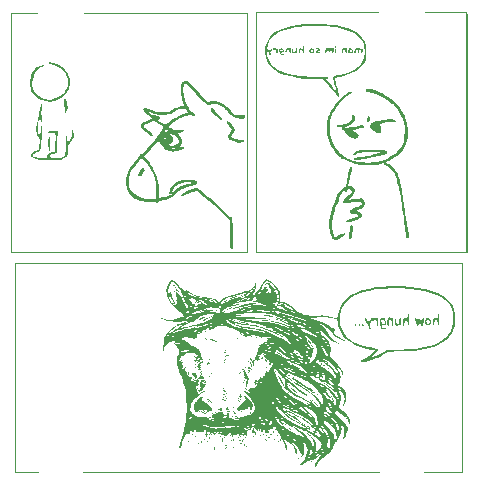
<source format=gbo>
G04 #@! TF.GenerationSoftware,KiCad,Pcbnew,7.0.7*
G04 #@! TF.CreationDate,2024-03-23T22:07:43-05:00*
G04 #@! TF.ProjectId,Turret,54757272-6574-42e6-9b69-6361645f7063,rev?*
G04 #@! TF.SameCoordinates,Original*
G04 #@! TF.FileFunction,Legend,Bot*
G04 #@! TF.FilePolarity,Positive*
%FSLAX46Y46*%
G04 Gerber Fmt 4.6, Leading zero omitted, Abs format (unit mm)*
G04 Created by KiCad (PCBNEW 7.0.7) date 2024-03-23 22:07:43*
%MOMM*%
%LPD*%
G01*
G04 APERTURE LIST*
%ADD10R,3.800000X3.800000*%
%ADD11C,4.000000*%
%ADD12C,3.000000*%
%ADD13C,2.000000*%
%ADD14R,1.520000X1.520000*%
%ADD15C,1.520000*%
G04 APERTURE END LIST*
G36*
X91462795Y-75191327D02*
G01*
X91442442Y-75211680D01*
X91422090Y-75191327D01*
X91442442Y-75170975D01*
X91462795Y-75191327D01*
G37*
G36*
X91218564Y-74865686D02*
G01*
X91198211Y-74886039D01*
X91177859Y-74865686D01*
X91198211Y-74845334D01*
X91218564Y-74865686D01*
G37*
G36*
X91015038Y-76697417D02*
G01*
X90994686Y-76717770D01*
X90974333Y-76697417D01*
X90994686Y-76677065D01*
X91015038Y-76697417D01*
G37*
G36*
X90363756Y-77145174D02*
G01*
X90343404Y-77165526D01*
X90323051Y-77145174D01*
X90343404Y-77124821D01*
X90363756Y-77145174D01*
G37*
G36*
X90241641Y-77023058D02*
G01*
X90221288Y-77043411D01*
X90200936Y-77023058D01*
X90221288Y-77002706D01*
X90241641Y-77023058D01*
G37*
G36*
X90160231Y-75598379D02*
G01*
X90139878Y-75618731D01*
X90119526Y-75598379D01*
X90139878Y-75578026D01*
X90160231Y-75598379D01*
G37*
G36*
X90119526Y-74173699D02*
G01*
X90099173Y-74194052D01*
X90078820Y-74173699D01*
X90099173Y-74153347D01*
X90119526Y-74173699D01*
G37*
G36*
X89712474Y-77430109D02*
G01*
X89692122Y-77450462D01*
X89671769Y-77430109D01*
X89692122Y-77409757D01*
X89712474Y-77430109D01*
G37*
G36*
X89386833Y-76331071D02*
G01*
X89366481Y-76351424D01*
X89346128Y-76331071D01*
X89366481Y-76310718D01*
X89386833Y-76331071D01*
G37*
G36*
X89142603Y-80116648D02*
G01*
X89122250Y-80137000D01*
X89101897Y-80116648D01*
X89122250Y-80096295D01*
X89142603Y-80116648D01*
G37*
G36*
X89061192Y-77185879D02*
G01*
X89040840Y-77206231D01*
X89020487Y-77185879D01*
X89040840Y-77165526D01*
X89061192Y-77185879D01*
G37*
G36*
X88939077Y-77104468D02*
G01*
X88918724Y-77124821D01*
X88898372Y-77104468D01*
X88918724Y-77084116D01*
X88939077Y-77104468D01*
G37*
G36*
X88613436Y-73603827D02*
G01*
X88593083Y-73624180D01*
X88572731Y-73603827D01*
X88593083Y-73583475D01*
X88613436Y-73603827D01*
G37*
G36*
X88084269Y-75476263D02*
G01*
X88063917Y-75496616D01*
X88043564Y-75476263D01*
X88063917Y-75455911D01*
X88084269Y-75476263D01*
G37*
G36*
X88043564Y-77063763D02*
G01*
X88023211Y-77084116D01*
X88002859Y-77063763D01*
X88023211Y-77043411D01*
X88043564Y-77063763D01*
G37*
G36*
X87962154Y-77023058D02*
G01*
X87941801Y-77043411D01*
X87921449Y-77023058D01*
X87941801Y-77002706D01*
X87962154Y-77023058D01*
G37*
G36*
X87921449Y-75516968D02*
G01*
X87901096Y-75537321D01*
X87880744Y-75516968D01*
X87901096Y-75496616D01*
X87921449Y-75516968D01*
G37*
G36*
X87758628Y-76860238D02*
G01*
X87738276Y-76880590D01*
X87717923Y-76860238D01*
X87738276Y-76839885D01*
X87758628Y-76860238D01*
G37*
G36*
X87677218Y-75191327D02*
G01*
X87656865Y-75211680D01*
X87636513Y-75191327D01*
X87656865Y-75170975D01*
X87677218Y-75191327D01*
G37*
G36*
X87432987Y-79465366D02*
G01*
X87412635Y-79485718D01*
X87392282Y-79465366D01*
X87412635Y-79445013D01*
X87432987Y-79465366D01*
G37*
G36*
X87392282Y-79587481D02*
G01*
X87371929Y-79607834D01*
X87351577Y-79587481D01*
X87371929Y-79567129D01*
X87392282Y-79587481D01*
G37*
G36*
X87148051Y-71527866D02*
G01*
X87127699Y-71548218D01*
X87107346Y-71527866D01*
X87127699Y-71507513D01*
X87148051Y-71527866D01*
G37*
G36*
X86985231Y-78325622D02*
G01*
X86964878Y-78345975D01*
X86944526Y-78325622D01*
X86964878Y-78305270D01*
X86985231Y-78325622D01*
G37*
G36*
X86741000Y-73359597D02*
G01*
X86720647Y-73379949D01*
X86700295Y-73359597D01*
X86720647Y-73339244D01*
X86741000Y-73359597D01*
G37*
G36*
X86659590Y-75109917D02*
G01*
X86639237Y-75130270D01*
X86618885Y-75109917D01*
X86639237Y-75089565D01*
X86659590Y-75109917D01*
G37*
G36*
X86293244Y-81297097D02*
G01*
X86272891Y-81317449D01*
X86252538Y-81297097D01*
X86272891Y-81276744D01*
X86293244Y-81297097D01*
G37*
G36*
X86211833Y-71405750D02*
G01*
X86191481Y-71426103D01*
X86171128Y-71405750D01*
X86191481Y-71385398D01*
X86211833Y-71405750D01*
G37*
G36*
X85764077Y-72260558D02*
G01*
X85743724Y-72280911D01*
X85723372Y-72260558D01*
X85743724Y-72240206D01*
X85764077Y-72260558D01*
G37*
G36*
X85641961Y-74987802D02*
G01*
X85621609Y-75008154D01*
X85601256Y-74987802D01*
X85621609Y-74967449D01*
X85641961Y-74987802D01*
G37*
G36*
X85357026Y-74051584D02*
G01*
X85336673Y-74071936D01*
X85316320Y-74051584D01*
X85336673Y-74031231D01*
X85357026Y-74051584D01*
G37*
G36*
X85153500Y-81663443D02*
G01*
X85133147Y-81683795D01*
X85112795Y-81663443D01*
X85133147Y-81643090D01*
X85153500Y-81663443D01*
G37*
G36*
X85153500Y-75476263D02*
G01*
X85133147Y-75496616D01*
X85112795Y-75476263D01*
X85133147Y-75455911D01*
X85153500Y-75476263D01*
G37*
G36*
X85072090Y-75598379D02*
G01*
X85051737Y-75618731D01*
X85031385Y-75598379D01*
X85051737Y-75578026D01*
X85072090Y-75598379D01*
G37*
G36*
X84909269Y-70632353D02*
G01*
X84888917Y-70652706D01*
X84868564Y-70632353D01*
X84888917Y-70612000D01*
X84909269Y-70632353D01*
G37*
G36*
X84787154Y-75639084D02*
G01*
X84766801Y-75659436D01*
X84746449Y-75639084D01*
X84766801Y-75618731D01*
X84787154Y-75639084D01*
G37*
G36*
X84705744Y-76086840D02*
G01*
X84685391Y-76107193D01*
X84665038Y-76086840D01*
X84685391Y-76066488D01*
X84705744Y-76086840D01*
G37*
G36*
X84705744Y-75720494D02*
G01*
X84685391Y-75740847D01*
X84665038Y-75720494D01*
X84685391Y-75700141D01*
X84705744Y-75720494D01*
G37*
G36*
X84705744Y-73766648D02*
G01*
X84685391Y-73787000D01*
X84665038Y-73766648D01*
X84685391Y-73746295D01*
X84705744Y-73766648D01*
G37*
G36*
X84583628Y-70225302D02*
G01*
X84563276Y-70245654D01*
X84542923Y-70225302D01*
X84563276Y-70204949D01*
X84583628Y-70225302D01*
G37*
G36*
X84420808Y-76168250D02*
G01*
X84400455Y-76188603D01*
X84380103Y-76168250D01*
X84400455Y-76147898D01*
X84420808Y-76168250D01*
G37*
G36*
X84420808Y-75761199D02*
G01*
X84400455Y-75781552D01*
X84380103Y-75761199D01*
X84400455Y-75740847D01*
X84420808Y-75761199D01*
G37*
G36*
X84380103Y-75924020D02*
G01*
X84359750Y-75944372D01*
X84339397Y-75924020D01*
X84359750Y-75903667D01*
X84380103Y-75924020D01*
G37*
G36*
X84339397Y-76086840D02*
G01*
X84319045Y-76107193D01*
X84298692Y-76086840D01*
X84319045Y-76066488D01*
X84339397Y-76086840D01*
G37*
G36*
X84257987Y-78569853D02*
G01*
X84237635Y-78590206D01*
X84217282Y-78569853D01*
X84237635Y-78549500D01*
X84257987Y-78569853D01*
G37*
G36*
X84176577Y-74092289D02*
G01*
X84156224Y-74112641D01*
X84135872Y-74092289D01*
X84156224Y-74071936D01*
X84176577Y-74092289D01*
G37*
G36*
X84176577Y-70550943D02*
G01*
X84156224Y-70571295D01*
X84135872Y-70550943D01*
X84156224Y-70530590D01*
X84176577Y-70550943D01*
G37*
G36*
X84135872Y-78203507D02*
G01*
X84115519Y-78223859D01*
X84095167Y-78203507D01*
X84115519Y-78183154D01*
X84135872Y-78203507D01*
G37*
G36*
X83891641Y-72138443D02*
G01*
X83871288Y-72158795D01*
X83850936Y-72138443D01*
X83871288Y-72118090D01*
X83891641Y-72138443D01*
G37*
G36*
X83850936Y-80727225D02*
G01*
X83830583Y-80747577D01*
X83810231Y-80727225D01*
X83830583Y-80706872D01*
X83850936Y-80727225D01*
G37*
G36*
X83850936Y-75598379D02*
G01*
X83830583Y-75618731D01*
X83810231Y-75598379D01*
X83830583Y-75578026D01*
X83850936Y-75598379D01*
G37*
G36*
X83850936Y-74417930D02*
G01*
X83830583Y-74438283D01*
X83810231Y-74417930D01*
X83830583Y-74397577D01*
X83850936Y-74417930D01*
G37*
G36*
X83769526Y-75557674D02*
G01*
X83749173Y-75578026D01*
X83728820Y-75557674D01*
X83749173Y-75537321D01*
X83769526Y-75557674D01*
G37*
G36*
X83769526Y-72057033D02*
G01*
X83749173Y-72077385D01*
X83728820Y-72057033D01*
X83749173Y-72036680D01*
X83769526Y-72057033D01*
G37*
G36*
X83728820Y-78773379D02*
G01*
X83708468Y-78793731D01*
X83688115Y-78773379D01*
X83708468Y-78753026D01*
X83728820Y-78773379D01*
G37*
G36*
X83606705Y-78488443D02*
G01*
X83586353Y-78508795D01*
X83566000Y-78488443D01*
X83586353Y-78468090D01*
X83606705Y-78488443D01*
G37*
G36*
X83606705Y-78325622D02*
G01*
X83586353Y-78345975D01*
X83566000Y-78325622D01*
X83586353Y-78305270D01*
X83606705Y-78325622D01*
G37*
G36*
X83606705Y-75435558D02*
G01*
X83586353Y-75455911D01*
X83566000Y-75435558D01*
X83586353Y-75415206D01*
X83606705Y-75435558D01*
G37*
G36*
X83606705Y-74784276D02*
G01*
X83586353Y-74804629D01*
X83566000Y-74784276D01*
X83586353Y-74763924D01*
X83606705Y-74784276D01*
G37*
G36*
X83606705Y-68963443D02*
G01*
X83586353Y-68983795D01*
X83566000Y-68963443D01*
X83586353Y-68943090D01*
X83606705Y-68963443D01*
G37*
G36*
X83566000Y-78691968D02*
G01*
X83545647Y-78712321D01*
X83525295Y-78691968D01*
X83545647Y-78671616D01*
X83566000Y-78691968D01*
G37*
G36*
X83484590Y-78732674D02*
G01*
X83464237Y-78753026D01*
X83443885Y-78732674D01*
X83464237Y-78712321D01*
X83484590Y-78732674D01*
G37*
G36*
X83443885Y-74499340D02*
G01*
X83423532Y-74519693D01*
X83403179Y-74499340D01*
X83423532Y-74478988D01*
X83443885Y-74499340D01*
G37*
G36*
X83321769Y-75069212D02*
G01*
X83301417Y-75089565D01*
X83281064Y-75069212D01*
X83301417Y-75048859D01*
X83321769Y-75069212D01*
G37*
G36*
X83321769Y-72301263D02*
G01*
X83301417Y-72321616D01*
X83281064Y-72301263D01*
X83301417Y-72280911D01*
X83321769Y-72301263D01*
G37*
G36*
X83321769Y-69451904D02*
G01*
X83301417Y-69472257D01*
X83281064Y-69451904D01*
X83301417Y-69431552D01*
X83321769Y-69451904D01*
G37*
G36*
X83281064Y-77633635D02*
G01*
X83260711Y-77653988D01*
X83240359Y-77633635D01*
X83260711Y-77613283D01*
X83281064Y-77633635D01*
G37*
G36*
X83199654Y-80605109D02*
G01*
X83179301Y-80625462D01*
X83158949Y-80605109D01*
X83179301Y-80584757D01*
X83199654Y-80605109D01*
G37*
G36*
X83199654Y-74987802D02*
G01*
X83179301Y-75008154D01*
X83158949Y-74987802D01*
X83179301Y-74967449D01*
X83199654Y-74987802D01*
G37*
G36*
X83118244Y-74906391D02*
G01*
X83097891Y-74926744D01*
X83077538Y-74906391D01*
X83097891Y-74886039D01*
X83118244Y-74906391D01*
G37*
G36*
X82996128Y-81419212D02*
G01*
X82975776Y-81439565D01*
X82955423Y-81419212D01*
X82975776Y-81398859D01*
X82996128Y-81419212D01*
G37*
G36*
X82792603Y-69736840D02*
G01*
X82772250Y-69757193D01*
X82751897Y-69736840D01*
X82772250Y-69716488D01*
X82792603Y-69736840D01*
G37*
G36*
X82751897Y-80401584D02*
G01*
X82731545Y-80421936D01*
X82711192Y-80401584D01*
X82731545Y-80381231D01*
X82751897Y-80401584D01*
G37*
G36*
X82670487Y-72586199D02*
G01*
X82650135Y-72606552D01*
X82629782Y-72586199D01*
X82650135Y-72565847D01*
X82670487Y-72586199D01*
G37*
G36*
X82507667Y-77023058D02*
G01*
X82487314Y-77043411D01*
X82466961Y-77023058D01*
X82487314Y-77002706D01*
X82507667Y-77023058D01*
G37*
G36*
X82304141Y-72952545D02*
G01*
X82283788Y-72972898D01*
X82263436Y-72952545D01*
X82283788Y-72932193D01*
X82304141Y-72952545D01*
G37*
G36*
X82222731Y-73156071D02*
G01*
X82202378Y-73176424D01*
X82182026Y-73156071D01*
X82202378Y-73135718D01*
X82222731Y-73156071D01*
G37*
G36*
X81815679Y-81174981D02*
G01*
X81795327Y-81195334D01*
X81774974Y-81174981D01*
X81795327Y-81154629D01*
X81815679Y-81174981D01*
G37*
G36*
X81815679Y-80360879D02*
G01*
X81795327Y-80381231D01*
X81774974Y-80360879D01*
X81795327Y-80340526D01*
X81815679Y-80360879D01*
G37*
G36*
X81612154Y-80320174D02*
G01*
X81591801Y-80340526D01*
X81571449Y-80320174D01*
X81591801Y-80299821D01*
X81612154Y-80320174D01*
G37*
G36*
X81327218Y-71975622D02*
G01*
X81306865Y-71995975D01*
X81286513Y-71975622D01*
X81306865Y-71955270D01*
X81327218Y-71975622D01*
G37*
G36*
X81245808Y-75272738D02*
G01*
X81225455Y-75293090D01*
X81205103Y-75272738D01*
X81225455Y-75252385D01*
X81245808Y-75272738D01*
G37*
G36*
X81164397Y-81093571D02*
G01*
X81144045Y-81113924D01*
X81123692Y-81093571D01*
X81144045Y-81073218D01*
X81164397Y-81093571D01*
G37*
G36*
X81164397Y-75150622D02*
G01*
X81144045Y-75170975D01*
X81123692Y-75150622D01*
X81144045Y-75130270D01*
X81164397Y-75150622D01*
G37*
G36*
X81082987Y-75435558D02*
G01*
X81062635Y-75455911D01*
X81042282Y-75435558D01*
X81062635Y-75415206D01*
X81082987Y-75435558D01*
G37*
G36*
X81042282Y-75598379D02*
G01*
X81021929Y-75618731D01*
X81001577Y-75598379D01*
X81021929Y-75578026D01*
X81042282Y-75598379D01*
G37*
G36*
X81042282Y-75232033D02*
G01*
X81021929Y-75252385D01*
X81001577Y-75232033D01*
X81021929Y-75211680D01*
X81042282Y-75232033D01*
G37*
G36*
X81001577Y-75394853D02*
G01*
X80981224Y-75415206D01*
X80960872Y-75394853D01*
X80981224Y-75374500D01*
X81001577Y-75394853D01*
G37*
G36*
X80920167Y-77226584D02*
G01*
X80899814Y-77246936D01*
X80879461Y-77226584D01*
X80899814Y-77206231D01*
X80920167Y-77226584D01*
G37*
G36*
X80920167Y-75150622D02*
G01*
X80899814Y-75170975D01*
X80879461Y-75150622D01*
X80899814Y-75130270D01*
X80920167Y-75150622D01*
G37*
G36*
X80920167Y-70225302D02*
G01*
X80899814Y-70245654D01*
X80879461Y-70225302D01*
X80899814Y-70204949D01*
X80920167Y-70225302D01*
G37*
G36*
X80879461Y-74906391D02*
G01*
X80859109Y-74926744D01*
X80838756Y-74906391D01*
X80859109Y-74886039D01*
X80879461Y-74906391D01*
G37*
G36*
X80716641Y-76941648D02*
G01*
X80696288Y-76962000D01*
X80675936Y-76941648D01*
X80696288Y-76921295D01*
X80716641Y-76941648D01*
G37*
G36*
X80716641Y-72260558D02*
G01*
X80696288Y-72280911D01*
X80675936Y-72260558D01*
X80696288Y-72240206D01*
X80716641Y-72260558D01*
G37*
G36*
X80716641Y-70266007D02*
G01*
X80696288Y-70286359D01*
X80675936Y-70266007D01*
X80696288Y-70245654D01*
X80716641Y-70266007D01*
G37*
G36*
X80635231Y-72179148D02*
G01*
X80614878Y-72199500D01*
X80594526Y-72179148D01*
X80614878Y-72158795D01*
X80635231Y-72179148D01*
G37*
G36*
X80513115Y-81785558D02*
G01*
X80492763Y-81805911D01*
X80472410Y-81785558D01*
X80492763Y-81765206D01*
X80513115Y-81785558D01*
G37*
G36*
X80513115Y-80442289D02*
G01*
X80492763Y-80462641D01*
X80472410Y-80442289D01*
X80492763Y-80421936D01*
X80513115Y-80442289D01*
G37*
G36*
X80350295Y-74702866D02*
G01*
X80329942Y-74723218D01*
X80309590Y-74702866D01*
X80329942Y-74682513D01*
X80350295Y-74702866D01*
G37*
G36*
X80350295Y-74417930D02*
G01*
X80329942Y-74438283D01*
X80309590Y-74417930D01*
X80329942Y-74397577D01*
X80350295Y-74417930D01*
G37*
G36*
X80228179Y-80198058D02*
G01*
X80207827Y-80218411D01*
X80187474Y-80198058D01*
X80207827Y-80177706D01*
X80228179Y-80198058D01*
G37*
G36*
X80187474Y-70632353D02*
G01*
X80167122Y-70652706D01*
X80146769Y-70632353D01*
X80167122Y-70612000D01*
X80187474Y-70632353D01*
G37*
G36*
X80065359Y-70713763D02*
G01*
X80045006Y-70734116D01*
X80024654Y-70713763D01*
X80045006Y-70693411D01*
X80065359Y-70713763D01*
G37*
G36*
X79902538Y-69207674D02*
G01*
X79882186Y-69228026D01*
X79861833Y-69207674D01*
X79882186Y-69187321D01*
X79902538Y-69207674D01*
G37*
G36*
X79780423Y-74377225D02*
G01*
X79760070Y-74397577D01*
X79739718Y-74377225D01*
X79760070Y-74356872D01*
X79780423Y-74377225D01*
G37*
G36*
X79699013Y-74947097D02*
G01*
X79678660Y-74967449D01*
X79658308Y-74947097D01*
X79678660Y-74926744D01*
X79699013Y-74947097D01*
G37*
G36*
X79699013Y-70795174D02*
G01*
X79678660Y-70815526D01*
X79658308Y-70795174D01*
X79678660Y-70774821D01*
X79699013Y-70795174D01*
G37*
G36*
X79414077Y-70957994D02*
G01*
X79393724Y-70978347D01*
X79373372Y-70957994D01*
X79393724Y-70937641D01*
X79414077Y-70957994D01*
G37*
G36*
X79291961Y-80605109D02*
G01*
X79271609Y-80625462D01*
X79251256Y-80605109D01*
X79271609Y-80584757D01*
X79291961Y-80605109D01*
G37*
G36*
X79047731Y-74824981D02*
G01*
X79027378Y-74845334D01*
X79007026Y-74824981D01*
X79027378Y-74804629D01*
X79047731Y-74824981D01*
G37*
G36*
X78762795Y-72219853D02*
G01*
X78742442Y-72240206D01*
X78722090Y-72219853D01*
X78742442Y-72199500D01*
X78762795Y-72219853D01*
G37*
G36*
X77338115Y-72911840D02*
G01*
X77317763Y-72932193D01*
X77297410Y-72911840D01*
X77317763Y-72891488D01*
X77338115Y-72911840D01*
G37*
G36*
X91299974Y-77084116D02*
G01*
X91297037Y-77105665D01*
X91272838Y-77111253D01*
X91267966Y-77105287D01*
X91272838Y-77056979D01*
X91285081Y-77050611D01*
X91299974Y-77084116D01*
G37*
G36*
X91096449Y-76799180D02*
G01*
X91093511Y-76820729D01*
X91069312Y-76826317D01*
X91064440Y-76820351D01*
X91069312Y-76772043D01*
X91081555Y-76765675D01*
X91096449Y-76799180D01*
G37*
G36*
X90675829Y-74655377D02*
G01*
X90682197Y-74667620D01*
X90648692Y-74682513D01*
X90627143Y-74679576D01*
X90621556Y-74655377D01*
X90627522Y-74650505D01*
X90675829Y-74655377D01*
G37*
G36*
X90241641Y-80381231D02*
G01*
X90238703Y-80402780D01*
X90214504Y-80408368D01*
X90209633Y-80402402D01*
X90214504Y-80354094D01*
X90226748Y-80347726D01*
X90241641Y-80381231D01*
G37*
G36*
X89373265Y-77301210D02*
G01*
X89379633Y-77313453D01*
X89346128Y-77328347D01*
X89324579Y-77325409D01*
X89318991Y-77301210D01*
X89324957Y-77296338D01*
X89373265Y-77301210D01*
G37*
G36*
X87677218Y-76758475D02*
G01*
X87674280Y-76780024D01*
X87650081Y-76785612D01*
X87645210Y-76779646D01*
X87650081Y-76731338D01*
X87662325Y-76724970D01*
X87677218Y-76758475D01*
G37*
G36*
X87677218Y-75333795D02*
G01*
X87674280Y-75355344D01*
X87650081Y-75360932D01*
X87645210Y-75354966D01*
X87650081Y-75306659D01*
X87662325Y-75300290D01*
X87677218Y-75333795D01*
G37*
G36*
X87500829Y-73841274D02*
G01*
X87507197Y-73853517D01*
X87473692Y-73868411D01*
X87452143Y-73865473D01*
X87446556Y-73841274D01*
X87452522Y-73836402D01*
X87500829Y-73841274D01*
G37*
G36*
X86456064Y-81073218D02*
G01*
X86453126Y-81094768D01*
X86428927Y-81100355D01*
X86424056Y-81094389D01*
X86428927Y-81046082D01*
X86441171Y-81039713D01*
X86456064Y-81073218D01*
G37*
G36*
X86252538Y-80462641D02*
G01*
X86249601Y-80484191D01*
X86225402Y-80489778D01*
X86220530Y-80483812D01*
X86225402Y-80435505D01*
X86237645Y-80429137D01*
X86252538Y-80462641D01*
G37*
G36*
X86171128Y-80055590D02*
G01*
X86168191Y-80077139D01*
X86143991Y-80082727D01*
X86139120Y-80076761D01*
X86143991Y-80028453D01*
X86156235Y-80022085D01*
X86171128Y-80055590D01*
G37*
G36*
X86116855Y-71358261D02*
G01*
X86123223Y-71370505D01*
X86089718Y-71385398D01*
X86068169Y-71382460D01*
X86062581Y-71358261D01*
X86068547Y-71353390D01*
X86116855Y-71358261D01*
G37*
G36*
X86008308Y-74682513D02*
G01*
X86005370Y-74704062D01*
X85981171Y-74709650D01*
X85976299Y-74703684D01*
X85981171Y-74655377D01*
X85993414Y-74649008D01*
X86008308Y-74682513D01*
G37*
G36*
X85994739Y-74777492D02*
G01*
X86001107Y-74789735D01*
X85967603Y-74804629D01*
X85946053Y-74801691D01*
X85940466Y-74777492D01*
X85946432Y-74772620D01*
X85994739Y-74777492D01*
G37*
G36*
X85954034Y-71317556D02*
G01*
X85960402Y-71329799D01*
X85926897Y-71344693D01*
X85905348Y-71341755D01*
X85899761Y-71317556D01*
X85905727Y-71312684D01*
X85954034Y-71317556D01*
G37*
G36*
X85804782Y-80421936D02*
G01*
X85801844Y-80443486D01*
X85777645Y-80449073D01*
X85772774Y-80443107D01*
X85777645Y-80394800D01*
X85789889Y-80388431D01*
X85804782Y-80421936D01*
G37*
G36*
X85804782Y-74356872D02*
G01*
X85801844Y-74378421D01*
X85777645Y-74384009D01*
X85772774Y-74378043D01*
X85777645Y-74329735D01*
X85789889Y-74323367D01*
X85804782Y-74356872D01*
G37*
G36*
X85628393Y-73841274D02*
G01*
X85634761Y-73853517D01*
X85601256Y-73868411D01*
X85579707Y-73865473D01*
X85574120Y-73841274D01*
X85580086Y-73836402D01*
X85628393Y-73841274D01*
G37*
G36*
X85598043Y-80927358D02*
G01*
X85595165Y-80968644D01*
X85576664Y-80980784D01*
X85568597Y-80966383D01*
X85573450Y-80902766D01*
X85588102Y-80883925D01*
X85598043Y-80927358D01*
G37*
G36*
X85649594Y-71194771D02*
G01*
X85668435Y-71209423D01*
X85625001Y-71219364D01*
X85583715Y-71216486D01*
X85571576Y-71197985D01*
X85585976Y-71189918D01*
X85649594Y-71194771D01*
G37*
G36*
X85262047Y-73759864D02*
G01*
X85268415Y-73772107D01*
X85234910Y-73787000D01*
X85213361Y-73784063D01*
X85207773Y-73759864D01*
X85213740Y-73754992D01*
X85262047Y-73759864D01*
G37*
G36*
X84977111Y-72090953D02*
G01*
X84983479Y-72103197D01*
X84949974Y-72118090D01*
X84928425Y-72115153D01*
X84922838Y-72090953D01*
X84928804Y-72086082D01*
X84977111Y-72090953D01*
G37*
G36*
X84754081Y-71439002D02*
G01*
X84772922Y-71453654D01*
X84729488Y-71463595D01*
X84688203Y-71460716D01*
X84676063Y-71442215D01*
X84690464Y-71434149D01*
X84754081Y-71439002D01*
G37*
G36*
X84447944Y-78440953D02*
G01*
X84454313Y-78453197D01*
X84420808Y-78468090D01*
X84399258Y-78465153D01*
X84393671Y-78440953D01*
X84399637Y-78436082D01*
X84447944Y-78440953D01*
G37*
G36*
X84298692Y-80259116D02*
G01*
X84295755Y-80280665D01*
X84271556Y-80286253D01*
X84266684Y-80280287D01*
X84271556Y-80231979D01*
X84283799Y-80225611D01*
X84298692Y-80259116D01*
G37*
G36*
X84285124Y-74126210D02*
G01*
X84291492Y-74138453D01*
X84257987Y-74153347D01*
X84236438Y-74150409D01*
X84230850Y-74126210D01*
X84236816Y-74121338D01*
X84285124Y-74126210D01*
G37*
G36*
X84308869Y-69119658D02*
G01*
X84315773Y-69133792D01*
X84257987Y-69140189D01*
X84201992Y-69134515D01*
X84207106Y-69119658D01*
X84225531Y-69114281D01*
X84308869Y-69119658D01*
G37*
G36*
X84135872Y-74763924D02*
G01*
X84132934Y-74785473D01*
X84108735Y-74791060D01*
X84103863Y-74785094D01*
X84108735Y-74736787D01*
X84120978Y-74730419D01*
X84135872Y-74763924D01*
G37*
G36*
X84122303Y-70177812D02*
G01*
X84128672Y-70190056D01*
X84095167Y-70204949D01*
X84073617Y-70202012D01*
X84068030Y-70177812D01*
X84073996Y-70172941D01*
X84122303Y-70177812D01*
G37*
G36*
X84013756Y-74641808D02*
G01*
X84010819Y-74663357D01*
X83986620Y-74668945D01*
X83981748Y-74662979D01*
X83986620Y-74614671D01*
X83998863Y-74608303D01*
X84013756Y-74641808D01*
G37*
G36*
X83980683Y-69159515D02*
G01*
X83999525Y-69174166D01*
X83956091Y-69184107D01*
X83914805Y-69181229D01*
X83902665Y-69162728D01*
X83917066Y-69154662D01*
X83980683Y-69159515D01*
G37*
G36*
X83837367Y-78318838D02*
G01*
X83843736Y-78331081D01*
X83810231Y-78345975D01*
X83788682Y-78343037D01*
X83783094Y-78318838D01*
X83789060Y-78313966D01*
X83837367Y-78318838D01*
G37*
G36*
X83715252Y-78359543D02*
G01*
X83721620Y-78371787D01*
X83688115Y-78386680D01*
X83666566Y-78383742D01*
X83660979Y-78359543D01*
X83666945Y-78354672D01*
X83715252Y-78359543D01*
G37*
G36*
X83633842Y-72131659D02*
G01*
X83640210Y-72143902D01*
X83606705Y-72158795D01*
X83585156Y-72155858D01*
X83579568Y-72131659D01*
X83585534Y-72126787D01*
X83633842Y-72131659D01*
G37*
G36*
X83511726Y-69648646D02*
G01*
X83518095Y-69660889D01*
X83484590Y-69675783D01*
X83463041Y-69672845D01*
X83457453Y-69648646D01*
X83463419Y-69643774D01*
X83511726Y-69648646D01*
G37*
G36*
X83454061Y-68590491D02*
G01*
X83460966Y-68604625D01*
X83403179Y-68611022D01*
X83347185Y-68605348D01*
X83352298Y-68590491D01*
X83370723Y-68585115D01*
X83454061Y-68590491D01*
G37*
G36*
X83199654Y-81643090D02*
G01*
X83196716Y-81664639D01*
X83172517Y-81670227D01*
X83167645Y-81664261D01*
X83172517Y-81615953D01*
X83184760Y-81609585D01*
X83199654Y-81643090D01*
G37*
G36*
X83207286Y-75265284D02*
G01*
X83226127Y-75279936D01*
X83182693Y-75289877D01*
X83141408Y-75286998D01*
X83129268Y-75268498D01*
X83143669Y-75260431D01*
X83207286Y-75265284D01*
G37*
G36*
X83145380Y-69811466D02*
G01*
X83151748Y-69823710D01*
X83118244Y-69838603D01*
X83096694Y-69835665D01*
X83091107Y-69811466D01*
X83097073Y-69806595D01*
X83145380Y-69811466D01*
G37*
G36*
X83104675Y-80964671D02*
G01*
X83111043Y-80976915D01*
X83077538Y-80991808D01*
X83055989Y-80988871D01*
X83050402Y-80964671D01*
X83056368Y-80959800D01*
X83104675Y-80964671D01*
G37*
G36*
X83023265Y-78033902D02*
G01*
X83029633Y-78046146D01*
X82996128Y-78061039D01*
X82974579Y-78058101D01*
X82968991Y-78033902D01*
X82974957Y-78029031D01*
X83023265Y-78033902D01*
G37*
G36*
X82965599Y-72457478D02*
G01*
X82972504Y-72471612D01*
X82914718Y-72478009D01*
X82858723Y-72472335D01*
X82863836Y-72457478D01*
X82882262Y-72452102D01*
X82965599Y-72457478D01*
G37*
G36*
X82843484Y-78848183D02*
G01*
X82850389Y-78862317D01*
X82792603Y-78868714D01*
X82736608Y-78863040D01*
X82741721Y-78848183D01*
X82760146Y-78842807D01*
X82843484Y-78848183D01*
G37*
G36*
X82745470Y-81276744D02*
G01*
X82739796Y-81332739D01*
X82724939Y-81327625D01*
X82719563Y-81309200D01*
X82724939Y-81225863D01*
X82739073Y-81218958D01*
X82745470Y-81276744D01*
G37*
G36*
X82515299Y-77137720D02*
G01*
X82534140Y-77152372D01*
X82490706Y-77162313D01*
X82449421Y-77159434D01*
X82437281Y-77140933D01*
X82451682Y-77132867D01*
X82515299Y-77137720D01*
G37*
G36*
X82352478Y-77097015D02*
G01*
X82371319Y-77111666D01*
X82327886Y-77121607D01*
X82286600Y-77118729D01*
X82274460Y-77100228D01*
X82288861Y-77092162D01*
X82352478Y-77097015D01*
G37*
G36*
X82230363Y-76242207D02*
G01*
X82249204Y-76256859D01*
X82205770Y-76266800D01*
X82164485Y-76263922D01*
X82152345Y-76245421D01*
X82166746Y-76237354D01*
X82230363Y-76242207D01*
G37*
G36*
X82168457Y-77179094D02*
G01*
X82174825Y-77191338D01*
X82141320Y-77206231D01*
X82119771Y-77203294D01*
X82114184Y-77179094D01*
X82120150Y-77174223D01*
X82168457Y-77179094D01*
G37*
G36*
X82168457Y-76405697D02*
G01*
X82174825Y-76417940D01*
X82141320Y-76432834D01*
X82119771Y-76429896D01*
X82114184Y-76405697D01*
X82120150Y-76400825D01*
X82168457Y-76405697D01*
G37*
G36*
X81639291Y-80598325D02*
G01*
X81645659Y-80610569D01*
X81612154Y-80625462D01*
X81590605Y-80622524D01*
X81585017Y-80598325D01*
X81590983Y-80593454D01*
X81639291Y-80598325D01*
G37*
G36*
X81449333Y-78142449D02*
G01*
X81446396Y-78163998D01*
X81422197Y-78169586D01*
X81417325Y-78163620D01*
X81422197Y-78115312D01*
X81434440Y-78108944D01*
X81449333Y-78142449D01*
G37*
G36*
X81242594Y-80968063D02*
G01*
X81239716Y-81009349D01*
X81221215Y-81021489D01*
X81213149Y-81007088D01*
X81218001Y-80943471D01*
X81232653Y-80924630D01*
X81242594Y-80968063D01*
G37*
G36*
X81164397Y-80625462D02*
G01*
X81161460Y-80647011D01*
X81137261Y-80652599D01*
X81132389Y-80646633D01*
X81137261Y-80598325D01*
X81149504Y-80591957D01*
X81164397Y-80625462D01*
G37*
G36*
X81069419Y-77504735D02*
G01*
X81075787Y-77516979D01*
X81042282Y-77531872D01*
X81020733Y-77528935D01*
X81015145Y-77504735D01*
X81021111Y-77499864D01*
X81069419Y-77504735D01*
G37*
G36*
X81069419Y-75103133D02*
G01*
X81075787Y-75115376D01*
X81042282Y-75130270D01*
X81020733Y-75127332D01*
X81015145Y-75103133D01*
X81021111Y-75098261D01*
X81069419Y-75103133D01*
G37*
G36*
X80988009Y-74858902D02*
G01*
X80994377Y-74871146D01*
X80960872Y-74886039D01*
X80939323Y-74883101D01*
X80933735Y-74858902D01*
X80939701Y-74854031D01*
X80988009Y-74858902D01*
G37*
G36*
X80947303Y-75021723D02*
G01*
X80953672Y-75033966D01*
X80920167Y-75048859D01*
X80898617Y-75045922D01*
X80893030Y-75021723D01*
X80898996Y-75016851D01*
X80947303Y-75021723D01*
G37*
G36*
X80968504Y-73962720D02*
G01*
X80987345Y-73977372D01*
X80943911Y-73987313D01*
X80902626Y-73984434D01*
X80890486Y-73965933D01*
X80904887Y-73957867D01*
X80968504Y-73962720D01*
G37*
G36*
X80906598Y-77504735D02*
G01*
X80912966Y-77516979D01*
X80879461Y-77531872D01*
X80857912Y-77528935D01*
X80852325Y-77504735D01*
X80858291Y-77499864D01*
X80906598Y-77504735D01*
G37*
G36*
X80764978Y-69729387D02*
G01*
X80783819Y-69744038D01*
X80740386Y-69753979D01*
X80699100Y-69751101D01*
X80686960Y-69732600D01*
X80701361Y-69724534D01*
X80764978Y-69729387D01*
G37*
G36*
X80703073Y-77056979D02*
G01*
X80709441Y-77069222D01*
X80675936Y-77084116D01*
X80654387Y-77081178D01*
X80648799Y-77056979D01*
X80654765Y-77052107D01*
X80703073Y-77056979D01*
G37*
G36*
X80594526Y-81643090D02*
G01*
X80591588Y-81664639D01*
X80567389Y-81670227D01*
X80562517Y-81664261D01*
X80567389Y-81615953D01*
X80579632Y-81609585D01*
X80594526Y-81643090D01*
G37*
G36*
X80336726Y-78359543D02*
G01*
X80343095Y-78371787D01*
X80309590Y-78386680D01*
X80288041Y-78383742D01*
X80282453Y-78359543D01*
X80288419Y-78354672D01*
X80336726Y-78359543D01*
G37*
G36*
X80336726Y-70706979D02*
G01*
X80343095Y-70719222D01*
X80309590Y-70734116D01*
X80288041Y-70731178D01*
X80282453Y-70706979D01*
X80288419Y-70702107D01*
X80336726Y-70706979D01*
G37*
G36*
X80214611Y-69892877D02*
G01*
X80220979Y-69905120D01*
X80187474Y-69920013D01*
X80165925Y-69917076D01*
X80160338Y-69892877D01*
X80166304Y-69888005D01*
X80214611Y-69892877D01*
G37*
G36*
X80065359Y-75211680D02*
G01*
X80062421Y-75233229D01*
X80038222Y-75238817D01*
X80033351Y-75232851D01*
X80038222Y-75184543D01*
X80050466Y-75178175D01*
X80065359Y-75211680D01*
G37*
G36*
X79943244Y-74723218D02*
G01*
X79940306Y-74744768D01*
X79916107Y-74750355D01*
X79911235Y-74744389D01*
X79916107Y-74696082D01*
X79928350Y-74689713D01*
X79943244Y-74723218D01*
G37*
G36*
X79970380Y-69526530D02*
G01*
X79976748Y-69538774D01*
X79943244Y-69553667D01*
X79921694Y-69550730D01*
X79916107Y-69526530D01*
X79922073Y-69521659D01*
X79970380Y-69526530D01*
G37*
G36*
X79929675Y-70625569D02*
G01*
X79936043Y-70637812D01*
X79902538Y-70652706D01*
X79880989Y-70649768D01*
X79875402Y-70625569D01*
X79881368Y-70620697D01*
X79929675Y-70625569D01*
G37*
G36*
X79807560Y-70706979D02*
G01*
X79813928Y-70719222D01*
X79780423Y-70734116D01*
X79758874Y-70731178D01*
X79753286Y-70706979D01*
X79759252Y-70702107D01*
X79807560Y-70706979D01*
G37*
G36*
X79495487Y-78305270D02*
G01*
X79492550Y-78326819D01*
X79468350Y-78332406D01*
X79463479Y-78326440D01*
X79468350Y-78278133D01*
X79480594Y-78271765D01*
X79495487Y-78305270D01*
G37*
G36*
X79400509Y-75265953D02*
G01*
X79406877Y-75278197D01*
X79373372Y-75293090D01*
X79351823Y-75290153D01*
X79346235Y-75265953D01*
X79352201Y-75261082D01*
X79400509Y-75265953D01*
G37*
G36*
X79207338Y-80886653D02*
G01*
X79204460Y-80927939D01*
X79185959Y-80940079D01*
X79177892Y-80925678D01*
X79182745Y-80862061D01*
X79197397Y-80843219D01*
X79207338Y-80886653D01*
G37*
G36*
X79007026Y-80381231D02*
G01*
X79004088Y-80402780D01*
X78979889Y-80408368D01*
X78975017Y-80402402D01*
X78979889Y-80354094D01*
X78992132Y-80347726D01*
X79007026Y-80381231D01*
G37*
G36*
X78952752Y-71114030D02*
G01*
X78959120Y-71126274D01*
X78925615Y-71141167D01*
X78904066Y-71138230D01*
X78898479Y-71114030D01*
X78904445Y-71109159D01*
X78952752Y-71114030D01*
G37*
G36*
X68830744Y-54411359D02*
G01*
X68827806Y-54432909D01*
X68803607Y-54438496D01*
X68798735Y-54432530D01*
X68803607Y-54384223D01*
X68815850Y-54377854D01*
X68830744Y-54411359D01*
G37*
G36*
X88719086Y-79113083D02*
G01*
X88706520Y-79131165D01*
X88672091Y-79160077D01*
X88666401Y-79159681D01*
X88657437Y-79136118D01*
X88701135Y-79095133D01*
X88723883Y-79085229D01*
X88719086Y-79113083D01*
G37*
G36*
X86779661Y-80359615D02*
G01*
X86794528Y-80373159D01*
X86798127Y-80428296D01*
X86779952Y-80446198D01*
X86728943Y-80426161D01*
X86706310Y-80389497D01*
X86721873Y-80350121D01*
X86779661Y-80359615D01*
G37*
G36*
X85411745Y-72136604D02*
G01*
X85416628Y-72170893D01*
X85375305Y-72172720D01*
X85359362Y-72166307D01*
X85318918Y-72135632D01*
X85352760Y-72100374D01*
X85373378Y-72096893D01*
X85411745Y-72136604D01*
G37*
G36*
X84271497Y-75040098D02*
G01*
X84276601Y-75092377D01*
X84265943Y-75107992D01*
X84230697Y-75125622D01*
X84217282Y-75066810D01*
X84223252Y-75037761D01*
X84258651Y-75028917D01*
X84271497Y-75040098D01*
G37*
G36*
X84120843Y-81217589D02*
G01*
X84135872Y-81274342D01*
X84132068Y-81330151D01*
X84112780Y-81353840D01*
X84080947Y-81298400D01*
X84074769Y-81267541D01*
X84096944Y-81214588D01*
X84120843Y-81217589D01*
G37*
G36*
X83630945Y-69588083D02*
G01*
X83618379Y-69606165D01*
X83583950Y-69635077D01*
X83578260Y-69634681D01*
X83569296Y-69611118D01*
X83612994Y-69570133D01*
X83635742Y-69560229D01*
X83630945Y-69588083D01*
G37*
G36*
X83088393Y-75003103D02*
G01*
X83093652Y-75008464D01*
X83113162Y-75038283D01*
X83065607Y-75025890D01*
X83027619Y-75005590D01*
X83015404Y-74975310D01*
X83035024Y-74970951D01*
X83088393Y-75003103D01*
G37*
G36*
X82137199Y-69144293D02*
G01*
X82099437Y-69188911D01*
X82025296Y-69224842D01*
X82001148Y-69214505D01*
X82038588Y-69162123D01*
X82086193Y-69126806D01*
X82131904Y-69123631D01*
X82137199Y-69144293D01*
G37*
G36*
X81184462Y-75537787D02*
G01*
X81176487Y-75548463D01*
X81121290Y-75578026D01*
X81098462Y-75575877D01*
X81088864Y-75554637D01*
X81146159Y-75521790D01*
X81177910Y-75514656D01*
X81184462Y-75537787D01*
G37*
G36*
X80714342Y-77205591D02*
G01*
X80674757Y-77248526D01*
X80623969Y-77277947D01*
X80599776Y-77278286D01*
X80636047Y-77225600D01*
X80670305Y-77194012D01*
X80711086Y-77187108D01*
X80714342Y-77205591D01*
G37*
G36*
X80429406Y-74478348D02*
G01*
X80389821Y-74521283D01*
X80339033Y-74550703D01*
X80314840Y-74551043D01*
X80351111Y-74498357D01*
X80385369Y-74466769D01*
X80426150Y-74459865D01*
X80429406Y-74478348D01*
G37*
G36*
X93979332Y-70968671D02*
G01*
X94019469Y-71029228D01*
X94012616Y-71079860D01*
X93945808Y-71100462D01*
X93886306Y-71086926D01*
X93872146Y-71029228D01*
X93888333Y-70991833D01*
X93945808Y-70957994D01*
X93979332Y-70968671D01*
G37*
G36*
X93368755Y-70968671D02*
G01*
X93408892Y-71029228D01*
X93402039Y-71079860D01*
X93335231Y-71100462D01*
X93275729Y-71086926D01*
X93261570Y-71029228D01*
X93277756Y-70991833D01*
X93335231Y-70957994D01*
X93368755Y-70968671D01*
G37*
G36*
X91645758Y-47454985D02*
G01*
X91687014Y-47496127D01*
X91678782Y-47546868D01*
X91666108Y-47557919D01*
X91609909Y-47567978D01*
X91584910Y-47511840D01*
X91589220Y-47483788D01*
X91623213Y-47450783D01*
X91645758Y-47454985D01*
G37*
G36*
X91187272Y-76922860D02*
G01*
X91218564Y-76962000D01*
X91218097Y-76971212D01*
X91200614Y-77002706D01*
X91194084Y-77000832D01*
X91157506Y-76962000D01*
X91151146Y-76946233D01*
X91175457Y-76921295D01*
X91187272Y-76922860D01*
G37*
G36*
X88798961Y-74806460D02*
G01*
X88837314Y-74845334D01*
X88844896Y-74859746D01*
X88842119Y-74886039D01*
X88834962Y-74884207D01*
X88796609Y-74845334D01*
X88789027Y-74830922D01*
X88791804Y-74804629D01*
X88798961Y-74806460D01*
G37*
G36*
X87769629Y-76176569D02*
G01*
X87799333Y-76234113D01*
X87796197Y-76247800D01*
X87758628Y-76249661D01*
X87747628Y-76241342D01*
X87717923Y-76183798D01*
X87721059Y-76170111D01*
X87758628Y-76168250D01*
X87769629Y-76176569D01*
G37*
G36*
X87331224Y-78767564D02*
G01*
X87366746Y-78808393D01*
X87392282Y-78856866D01*
X87380513Y-78863718D01*
X87331224Y-78834436D01*
X87298140Y-78800775D01*
X87270167Y-78745134D01*
X87283675Y-78734480D01*
X87331224Y-78767564D01*
G37*
G36*
X87024780Y-80755688D02*
G01*
X87049633Y-80843671D01*
X87047164Y-80919959D01*
X87013255Y-80940345D01*
X86976818Y-80899219D01*
X86951570Y-80811236D01*
X86952974Y-80733626D01*
X86987948Y-80714562D01*
X87024780Y-80755688D01*
G37*
G36*
X86831943Y-80842889D02*
G01*
X86851886Y-80910890D01*
X86851373Y-80916487D01*
X86824480Y-80972825D01*
X86781158Y-80965070D01*
X86748192Y-80896849D01*
X86750040Y-80860079D01*
X86796543Y-80828988D01*
X86831943Y-80842889D01*
G37*
G36*
X86547204Y-74927927D02*
G01*
X86578179Y-74967449D01*
X86576997Y-74977179D01*
X86537474Y-75008154D01*
X86527745Y-75006971D01*
X86496769Y-74967449D01*
X86497952Y-74957720D01*
X86537474Y-74926744D01*
X86547204Y-74927927D01*
G37*
G36*
X86530772Y-80708093D02*
G01*
X86496769Y-80767930D01*
X86462296Y-80800929D01*
X86424110Y-80810602D01*
X86422061Y-80787062D01*
X86456064Y-80727225D01*
X86490537Y-80694225D01*
X86528723Y-80684552D01*
X86530772Y-80708093D01*
G37*
G36*
X86390551Y-80049748D02*
G01*
X86415359Y-80119050D01*
X86411163Y-80144910D01*
X86374654Y-80177706D01*
X86350556Y-80161331D01*
X86333949Y-80093893D01*
X86342615Y-80047701D01*
X86374654Y-80035238D01*
X86390551Y-80049748D01*
G37*
G36*
X86187933Y-80231713D02*
G01*
X86212261Y-80288275D01*
X86185803Y-80352988D01*
X86160343Y-80366339D01*
X86112252Y-80343692D01*
X86089718Y-80277066D01*
X86096782Y-80249763D01*
X86150776Y-80218411D01*
X86187933Y-80231713D01*
G37*
G36*
X86004177Y-80504528D02*
G01*
X86047745Y-80538130D01*
X86022983Y-80597219D01*
X86006036Y-80607532D01*
X85953830Y-80594803D01*
X85926897Y-80541649D01*
X85933767Y-80524052D01*
X85987955Y-80503347D01*
X86004177Y-80504528D01*
G37*
G36*
X85926897Y-74212002D02*
G01*
X85921916Y-74242330D01*
X85886192Y-74275462D01*
X85876535Y-74274366D01*
X85845487Y-74237159D01*
X85847040Y-74225739D01*
X85886192Y-74173699D01*
X85907164Y-74169870D01*
X85926897Y-74212002D01*
G37*
G36*
X85903318Y-74482184D02*
G01*
X85906545Y-74519693D01*
X85898190Y-74531874D01*
X85863437Y-74560398D01*
X85859375Y-74559340D01*
X85845487Y-74519693D01*
X85847144Y-74508536D01*
X85888595Y-74478988D01*
X85903318Y-74482184D01*
G37*
G36*
X85773806Y-74602286D02*
G01*
X85804782Y-74641808D01*
X85803599Y-74651538D01*
X85764077Y-74682513D01*
X85754347Y-74681330D01*
X85723372Y-74641808D01*
X85724555Y-74632079D01*
X85764077Y-74601103D01*
X85773806Y-74602286D01*
G37*
G36*
X85742782Y-80732496D02*
G01*
X85771909Y-80750363D01*
X85804782Y-80812990D01*
X85799740Y-80854801D01*
X85772252Y-80859673D01*
X85723862Y-80789199D01*
X85714270Y-80770695D01*
X85702376Y-80726690D01*
X85742782Y-80732496D01*
G37*
G36*
X85692396Y-74195235D02*
G01*
X85723372Y-74234757D01*
X85722189Y-74244486D01*
X85682667Y-74275462D01*
X85672937Y-74274279D01*
X85641961Y-74234757D01*
X85643144Y-74225027D01*
X85682667Y-74194052D01*
X85692396Y-74195235D01*
G37*
G36*
X85561422Y-80273451D02*
G01*
X85583811Y-80338271D01*
X85572838Y-80390663D01*
X85531476Y-80373992D01*
X85506798Y-80349263D01*
X85479141Y-80294837D01*
X85483121Y-80281210D01*
X85531476Y-80259116D01*
X85561422Y-80273451D01*
G37*
G36*
X85339979Y-80274382D02*
G01*
X85357026Y-80340526D01*
X85349393Y-80387844D01*
X85316320Y-80421936D01*
X85292662Y-80406671D01*
X85275615Y-80340526D01*
X85283248Y-80293208D01*
X85316320Y-80259116D01*
X85339979Y-80274382D01*
G37*
G36*
X85255298Y-79862812D02*
G01*
X85275615Y-79933475D01*
X85268811Y-79980754D01*
X85239265Y-80014885D01*
X85202659Y-79993343D01*
X85174050Y-79931353D01*
X85183441Y-79876397D01*
X85205627Y-79859007D01*
X85255298Y-79862812D01*
G37*
G36*
X84967100Y-75499812D02*
G01*
X84970327Y-75537321D01*
X84961972Y-75549503D01*
X84927219Y-75578026D01*
X84923157Y-75576968D01*
X84909269Y-75537321D01*
X84910926Y-75526164D01*
X84952377Y-75496616D01*
X84967100Y-75499812D01*
G37*
G36*
X84755862Y-80830552D02*
G01*
X84787154Y-80869693D01*
X84786687Y-80878905D01*
X84769204Y-80910398D01*
X84762674Y-80908525D01*
X84726096Y-80869693D01*
X84719736Y-80853925D01*
X84744046Y-80828988D01*
X84755862Y-80830552D01*
G37*
G36*
X84674768Y-80423119D02*
G01*
X84705744Y-80462641D01*
X84704561Y-80472371D01*
X84665038Y-80503347D01*
X84655309Y-80502164D01*
X84624333Y-80462641D01*
X84625516Y-80452912D01*
X84665038Y-80421936D01*
X84674768Y-80423119D01*
G37*
G36*
X84613382Y-70583792D02*
G01*
X84620381Y-70585806D01*
X84626407Y-70598195D01*
X84563276Y-70604065D01*
X84553636Y-70604121D01*
X84489914Y-70598663D01*
X84491267Y-70585300D01*
X84524714Y-70577833D01*
X84613382Y-70583792D01*
G37*
G36*
X84511236Y-71956822D02*
G01*
X84563276Y-71995975D01*
X84567105Y-72016946D01*
X84524973Y-72036680D01*
X84494645Y-72031698D01*
X84461513Y-71995975D01*
X84462609Y-71986317D01*
X84499816Y-71955270D01*
X84511236Y-71956822D01*
G37*
G36*
X84480005Y-78511931D02*
G01*
X84481865Y-78549500D01*
X84473547Y-78560501D01*
X84416003Y-78590206D01*
X84402316Y-78587069D01*
X84400455Y-78549500D01*
X84408773Y-78538500D01*
X84466317Y-78508795D01*
X84480005Y-78511931D01*
G37*
G36*
X84389832Y-80463824D02*
G01*
X84420808Y-80503347D01*
X84419625Y-80513076D01*
X84380103Y-80544052D01*
X84370373Y-80542869D01*
X84339397Y-80503347D01*
X84340580Y-80493617D01*
X84380103Y-80462641D01*
X84389832Y-80463824D01*
G37*
G36*
X84032482Y-80510235D02*
G01*
X84054461Y-80564404D01*
X84049869Y-80592493D01*
X84013756Y-80625462D01*
X83995031Y-80618573D01*
X83973051Y-80564404D01*
X83977644Y-80536316D01*
X84013756Y-80503347D01*
X84032482Y-80510235D01*
G37*
G36*
X83860665Y-75864145D02*
G01*
X83891641Y-75903667D01*
X83890458Y-75913397D01*
X83850936Y-75944372D01*
X83841206Y-75943189D01*
X83810231Y-75903667D01*
X83811414Y-75893938D01*
X83850936Y-75862962D01*
X83860665Y-75864145D01*
G37*
G36*
X83797615Y-80802804D02*
G01*
X83805541Y-80821577D01*
X83796184Y-80888290D01*
X83758751Y-80939376D01*
X83711020Y-80944707D01*
X83688115Y-80892448D01*
X83702598Y-80841764D01*
X83749169Y-80797536D01*
X83797615Y-80802804D01*
G37*
G36*
X83840760Y-70217595D02*
G01*
X83852309Y-70221401D01*
X83843581Y-70231967D01*
X83769526Y-70236211D01*
X83741908Y-70235817D01*
X83685623Y-70229393D01*
X83698292Y-70217595D01*
X83737522Y-70211265D01*
X83840760Y-70217595D01*
G37*
G36*
X83644541Y-80993173D02*
G01*
X83686907Y-81027208D01*
X83660979Y-81086787D01*
X83647090Y-81098822D01*
X83590795Y-81108928D01*
X83566000Y-81052866D01*
X83573092Y-81024391D01*
X83627058Y-80991808D01*
X83644541Y-80993173D01*
G37*
G36*
X83584725Y-76846774D02*
G01*
X83606705Y-76900943D01*
X83602113Y-76929031D01*
X83566000Y-76962000D01*
X83547274Y-76955112D01*
X83525295Y-76900943D01*
X83529887Y-76872854D01*
X83566000Y-76839885D01*
X83584725Y-76846774D01*
G37*
G36*
X83561869Y-80748759D02*
G01*
X83605437Y-80782361D01*
X83580675Y-80841449D01*
X83563728Y-80851763D01*
X83511523Y-80839034D01*
X83484590Y-80785880D01*
X83491459Y-80768282D01*
X83545647Y-80747577D01*
X83561869Y-80748759D01*
G37*
G36*
X83517171Y-77499619D02*
G01*
X83484590Y-77531872D01*
X83449721Y-77551063D01*
X83382827Y-77571331D01*
X83370598Y-77564126D01*
X83403179Y-77531872D01*
X83438048Y-77512681D01*
X83504942Y-77492414D01*
X83517171Y-77499619D01*
G37*
G36*
X83424218Y-80510202D02*
G01*
X83443885Y-80564404D01*
X83436956Y-80592851D01*
X83384104Y-80625462D01*
X83354009Y-80616918D01*
X83347754Y-80564404D01*
X83363036Y-80535740D01*
X83407534Y-80503347D01*
X83424218Y-80510202D01*
G37*
G36*
X83365441Y-72164083D02*
G01*
X83423532Y-72199500D01*
X83431945Y-72229482D01*
X83396348Y-72235458D01*
X83321769Y-72199500D01*
X83313578Y-72194146D01*
X83283989Y-72166006D01*
X83329543Y-72159419D01*
X83365441Y-72164083D01*
G37*
G36*
X83240359Y-72363598D02*
G01*
X83233481Y-72381724D01*
X83179301Y-72403026D01*
X83151483Y-72401258D01*
X83118244Y-72387029D01*
X83125743Y-72376493D01*
X83179301Y-72347601D01*
X83210522Y-72341202D01*
X83240359Y-72363598D01*
G37*
G36*
X82817638Y-80688891D02*
G01*
X82833308Y-80745175D01*
X82825355Y-80794793D01*
X82792603Y-80828988D01*
X82774656Y-80822941D01*
X82751897Y-80770332D01*
X82755149Y-80745415D01*
X82792603Y-80686520D01*
X82817638Y-80688891D01*
G37*
G36*
X82413867Y-81419903D02*
G01*
X82405904Y-81480270D01*
X82397572Y-81491386D01*
X82342444Y-81520975D01*
X82309539Y-81491906D01*
X82309062Y-81430687D01*
X82342033Y-81380245D01*
X82381563Y-81377550D01*
X82413867Y-81419903D01*
G37*
G36*
X82416998Y-76841010D02*
G01*
X82457656Y-76851093D01*
X82426256Y-76880590D01*
X82384067Y-76907312D01*
X82350348Y-76915201D01*
X82324494Y-76880590D01*
X82330484Y-76854189D01*
X82393325Y-76840508D01*
X82416998Y-76841010D01*
G37*
G36*
X82393287Y-81199926D02*
G01*
X82426256Y-81236039D01*
X82419368Y-81254764D01*
X82365199Y-81276744D01*
X82337110Y-81272152D01*
X82304141Y-81236039D01*
X82311030Y-81217313D01*
X82365199Y-81195334D01*
X82393287Y-81199926D01*
G37*
G36*
X82287916Y-73137591D02*
G01*
X82324494Y-73176424D01*
X82330854Y-73192191D01*
X82306543Y-73217129D01*
X82294728Y-73215564D01*
X82263436Y-73176424D01*
X82263903Y-73167212D01*
X82281386Y-73135718D01*
X82287916Y-73137591D01*
G37*
G36*
X82231749Y-74195604D02*
G01*
X82283788Y-74234757D01*
X82287618Y-74255728D01*
X82245486Y-74275462D01*
X82215158Y-74270480D01*
X82182026Y-74234757D01*
X82183122Y-74225099D01*
X82220328Y-74194052D01*
X82231749Y-74195604D01*
G37*
G36*
X82233417Y-80509567D02*
G01*
X82243083Y-80544052D01*
X82234741Y-80556367D01*
X82202378Y-80584757D01*
X82196490Y-80582841D01*
X82161673Y-80544052D01*
X82158413Y-80522493D01*
X82202378Y-80503347D01*
X82233417Y-80509567D01*
G37*
G36*
X82230303Y-71146149D02*
G01*
X82263436Y-71181872D01*
X82262340Y-71191530D01*
X82225133Y-71222577D01*
X82213713Y-71221025D01*
X82161673Y-71181872D01*
X82157844Y-71160901D01*
X82199976Y-71141167D01*
X82230303Y-71146149D01*
G37*
G36*
X82365199Y-77435172D02*
G01*
X82263436Y-77478173D01*
X82203596Y-77497276D01*
X82123504Y-77502846D01*
X82079297Y-77482822D01*
X82092920Y-77441875D01*
X82150913Y-77419901D01*
X82248301Y-77419282D01*
X82365199Y-77435172D01*
G37*
G36*
X82230872Y-76546808D02*
G01*
X82240222Y-76556753D01*
X82246725Y-76587446D01*
X82182026Y-76595654D01*
X82162434Y-76595357D01*
X82113143Y-76583262D01*
X82133179Y-76546808D01*
X82175481Y-76518921D01*
X82230872Y-76546808D01*
G37*
G36*
X82252485Y-73840202D02*
G01*
X82259484Y-73842217D01*
X82265510Y-73854606D01*
X82202378Y-73860475D01*
X82192739Y-73860531D01*
X82129016Y-73855074D01*
X82130369Y-73841711D01*
X82163817Y-73834243D01*
X82252485Y-73840202D01*
G37*
G36*
X82232432Y-76933211D02*
G01*
X82252461Y-76938534D01*
X82240502Y-76947728D01*
X82161673Y-76951735D01*
X82118552Y-76951209D01*
X82060097Y-76945036D01*
X82069612Y-76934033D01*
X82126370Y-76926658D01*
X82232432Y-76933211D01*
G37*
G36*
X81901684Y-80450954D02*
G01*
X81919605Y-80477158D01*
X81919634Y-80540505D01*
X81896386Y-80571904D01*
X81866396Y-80572991D01*
X81856385Y-80495206D01*
X81856388Y-80493341D01*
X81866767Y-80435751D01*
X81901684Y-80450954D01*
G37*
G36*
X81787694Y-72491565D02*
G01*
X81830399Y-72545494D01*
X81840143Y-72575738D01*
X81839739Y-72606552D01*
X81823141Y-72596046D01*
X81774974Y-72545494D01*
X81752153Y-72508639D01*
X81765635Y-72484436D01*
X81787694Y-72491565D01*
G37*
G36*
X81786091Y-80898377D02*
G01*
X81815679Y-80953505D01*
X81814514Y-80962593D01*
X81774974Y-80991808D01*
X81755521Y-80984041D01*
X81734269Y-80928348D01*
X81740127Y-80899273D01*
X81774974Y-80890045D01*
X81786091Y-80898377D01*
G37*
G36*
X81255537Y-77695876D02*
G01*
X81286513Y-77735398D01*
X81285330Y-77745127D01*
X81245808Y-77776103D01*
X81236078Y-77774920D01*
X81205103Y-77735398D01*
X81206285Y-77725668D01*
X81245808Y-77694693D01*
X81255537Y-77695876D01*
G37*
G36*
X81196979Y-70294811D02*
G01*
X81164397Y-70327065D01*
X81129528Y-70346256D01*
X81062635Y-70366523D01*
X81050406Y-70359318D01*
X81082987Y-70327065D01*
X81117856Y-70307873D01*
X81184750Y-70287606D01*
X81196979Y-70294811D01*
G37*
G36*
X81134693Y-77601248D02*
G01*
X81164397Y-77658792D01*
X81161261Y-77672479D01*
X81123692Y-77674340D01*
X81112692Y-77666022D01*
X81082987Y-77608478D01*
X81086123Y-77594791D01*
X81123692Y-77592930D01*
X81134693Y-77601248D01*
G37*
G36*
X80970285Y-80301385D02*
G01*
X81001577Y-80340526D01*
X81001110Y-80349738D01*
X80983627Y-80381231D01*
X80977097Y-80379358D01*
X80940519Y-80340526D01*
X80934159Y-80324758D01*
X80958469Y-80299821D01*
X80970285Y-80301385D01*
G37*
G36*
X80970848Y-80559668D02*
G01*
X80983077Y-80646450D01*
X80976393Y-80703978D01*
X80952548Y-80722081D01*
X80931273Y-80682639D01*
X80920167Y-80595923D01*
X80926262Y-80538845D01*
X80947372Y-80520155D01*
X80970848Y-80559668D01*
G37*
G36*
X80819362Y-80836730D02*
G01*
X80826071Y-80863008D01*
X80810388Y-80935101D01*
X80798093Y-80965506D01*
X80779478Y-80989186D01*
X80765127Y-80937741D01*
X80761927Y-80882967D01*
X80782037Y-80831770D01*
X80819362Y-80836730D01*
G37*
G36*
X80594526Y-78343573D02*
G01*
X80592961Y-78355388D01*
X80553820Y-78386680D01*
X80544609Y-78386213D01*
X80513115Y-78368730D01*
X80514988Y-78362200D01*
X80553820Y-78325622D01*
X80569588Y-78319262D01*
X80594526Y-78343573D01*
G37*
G36*
X80563550Y-80708055D02*
G01*
X80594526Y-80747577D01*
X80593343Y-80757307D01*
X80553820Y-80788283D01*
X80544091Y-80787100D01*
X80513115Y-80747577D01*
X80514298Y-80737848D01*
X80553820Y-80706872D01*
X80563550Y-80708055D01*
G37*
G36*
X80472410Y-78428663D02*
G01*
X80465532Y-78446788D01*
X80411353Y-78468090D01*
X80383534Y-78466322D01*
X80350295Y-78452093D01*
X80357794Y-78441557D01*
X80411353Y-78412665D01*
X80442573Y-78406266D01*
X80472410Y-78428663D01*
G37*
G36*
X80319003Y-80382795D02*
G01*
X80350295Y-80421936D01*
X80349828Y-80431148D01*
X80332345Y-80462641D01*
X80325815Y-80460768D01*
X80289237Y-80421936D01*
X80282877Y-80406169D01*
X80307187Y-80381231D01*
X80319003Y-80382795D01*
G37*
G36*
X80340563Y-80888069D02*
G01*
X80348568Y-80947164D01*
X80323158Y-81005377D01*
X80294702Y-81027437D01*
X80256117Y-81020487D01*
X80257090Y-80951103D01*
X80276333Y-80903569D01*
X80314337Y-80869693D01*
X80340563Y-80888069D01*
G37*
G36*
X80329942Y-74970158D02*
G01*
X80232589Y-75051231D01*
X80229783Y-75053557D01*
X80146998Y-75107418D01*
X80108677Y-75099324D01*
X80120110Y-75030262D01*
X80154317Y-74992167D01*
X80237078Y-74968803D01*
X80329942Y-74970158D01*
G37*
G36*
X80163894Y-78308466D02*
G01*
X80167122Y-78345975D01*
X80158767Y-78358156D01*
X80124014Y-78386680D01*
X80119952Y-78385622D01*
X80106064Y-78345975D01*
X80107721Y-78334818D01*
X80149171Y-78305270D01*
X80163894Y-78308466D01*
G37*
G36*
X80065359Y-81050464D02*
G01*
X80060377Y-81080791D01*
X80024654Y-81113924D01*
X80014996Y-81112827D01*
X79983949Y-81075621D01*
X79985501Y-81064200D01*
X80024654Y-81012161D01*
X80045625Y-81008331D01*
X80065359Y-81050464D01*
G37*
G36*
X79960369Y-76354620D02*
G01*
X79963596Y-76392129D01*
X79955241Y-76404310D01*
X79920489Y-76432834D01*
X79916426Y-76431775D01*
X79902538Y-76392129D01*
X79904195Y-76380972D01*
X79945646Y-76351424D01*
X79960369Y-76354620D01*
G37*
G36*
X79919360Y-74962983D02*
G01*
X79943244Y-75033311D01*
X79937757Y-75060441D01*
X79902538Y-75069212D01*
X79885717Y-75053325D01*
X79861833Y-74982997D01*
X79867320Y-74955868D01*
X79902538Y-74947097D01*
X79919360Y-74962983D01*
G37*
G36*
X79790153Y-74602286D02*
G01*
X79821128Y-74641808D01*
X79819945Y-74651538D01*
X79780423Y-74682513D01*
X79770693Y-74681330D01*
X79739718Y-74641808D01*
X79740901Y-74632079D01*
X79780423Y-74601103D01*
X79790153Y-74602286D01*
G37*
G36*
X79791913Y-75538486D02*
G01*
X79821128Y-75578026D01*
X79813362Y-75597479D01*
X79757668Y-75618731D01*
X79728593Y-75612874D01*
X79719365Y-75578026D01*
X79727697Y-75566909D01*
X79782825Y-75537321D01*
X79791913Y-75538486D01*
G37*
G36*
X79766782Y-80367052D02*
G01*
X79780423Y-80444691D01*
X79769902Y-80509288D01*
X79739718Y-80523699D01*
X79717704Y-80497458D01*
X79699013Y-80419534D01*
X79706318Y-80374511D01*
X79739718Y-80340526D01*
X79766782Y-80367052D01*
G37*
G36*
X79774522Y-69090193D02*
G01*
X79811809Y-69139011D01*
X79811190Y-69163745D01*
X79763472Y-69162641D01*
X79731628Y-69145199D01*
X79699013Y-69098164D01*
X79699116Y-69095145D01*
X79725452Y-69071404D01*
X79774522Y-69090193D01*
G37*
G36*
X79720374Y-71261651D02*
G01*
X79677327Y-71289311D01*
X79588063Y-71303988D01*
X79560771Y-71303632D01*
X79503907Y-71295387D01*
X79527447Y-71276429D01*
X79631189Y-71247025D01*
X79710037Y-71237022D01*
X79720374Y-71261651D01*
G37*
G36*
X79668037Y-75457094D02*
G01*
X79699013Y-75496616D01*
X79697830Y-75506345D01*
X79658308Y-75537321D01*
X79648578Y-75536138D01*
X79617603Y-75496616D01*
X79618785Y-75486886D01*
X79658308Y-75455911D01*
X79668037Y-75457094D01*
G37*
G36*
X79586086Y-80292727D02*
G01*
X79600208Y-80313749D01*
X79597250Y-80381231D01*
X79576903Y-80402933D01*
X79527004Y-80388325D01*
X79512881Y-80367303D01*
X79515840Y-80299821D01*
X79536187Y-80278119D01*
X79586086Y-80292727D01*
G37*
G36*
X79510624Y-80633933D02*
G01*
X79552218Y-80689921D01*
X79559236Y-80725541D01*
X79528588Y-80738258D01*
X79525075Y-80736997D01*
X79477691Y-80698045D01*
X79461079Y-80649361D01*
X79487740Y-80625462D01*
X79510624Y-80633933D01*
G37*
G36*
X79194326Y-80383104D02*
G01*
X79230904Y-80421936D01*
X79237264Y-80437704D01*
X79212954Y-80462641D01*
X79201138Y-80461077D01*
X79169846Y-80421936D01*
X79170313Y-80412724D01*
X79187796Y-80381231D01*
X79194326Y-80383104D01*
G37*
G36*
X78827980Y-74480861D02*
G01*
X78864558Y-74519693D01*
X78870918Y-74535460D01*
X78846607Y-74560398D01*
X78834792Y-74558834D01*
X78803500Y-74519693D01*
X78803967Y-74510481D01*
X78821450Y-74478988D01*
X78827980Y-74480861D01*
G37*
G36*
X78202653Y-67967350D02*
G01*
X78233628Y-68006872D01*
X78232445Y-68016602D01*
X78192923Y-68047577D01*
X78183193Y-68046395D01*
X78152218Y-68006872D01*
X78153401Y-67997143D01*
X78192923Y-67966167D01*
X78202653Y-67967350D01*
G37*
G36*
X93667564Y-70969819D02*
G01*
X93713226Y-71015106D01*
X93719079Y-71064369D01*
X93671250Y-71097253D01*
X93609511Y-71091127D01*
X93579461Y-71046188D01*
X93581012Y-71026483D01*
X93606245Y-70965131D01*
X93616348Y-70958634D01*
X93667564Y-70969819D01*
G37*
G36*
X91381385Y-77220852D02*
G01*
X91384492Y-77238352D01*
X91406092Y-77304665D01*
X91412954Y-77339019D01*
X91390095Y-77369052D01*
X91342440Y-77339058D01*
X91321165Y-77276124D01*
X91342457Y-77225485D01*
X91355238Y-77218668D01*
X91381385Y-77220852D01*
G37*
G36*
X89551628Y-77412082D02*
G01*
X89605536Y-77460149D01*
X89631064Y-77508612D01*
X89629282Y-77520435D01*
X89594907Y-77526464D01*
X89528332Y-77475660D01*
X89500414Y-77439345D01*
X89495380Y-77396188D01*
X89503351Y-77392593D01*
X89551628Y-77412082D01*
G37*
G36*
X84098559Y-76436226D02*
G01*
X84151022Y-76494011D01*
X84176577Y-76534597D01*
X84161661Y-76555640D01*
X84109046Y-76538893D01*
X84040329Y-76480412D01*
X84013474Y-76446879D01*
X83993350Y-76391385D01*
X84026777Y-76383991D01*
X84098559Y-76436226D01*
G37*
G36*
X83569740Y-75009066D02*
G01*
X83640327Y-75034233D01*
X83728820Y-75092920D01*
X83830583Y-75175875D01*
X83688115Y-75107191D01*
X83618855Y-75073274D01*
X83543891Y-75032239D01*
X83530249Y-75013186D01*
X83569392Y-75009059D01*
X83569740Y-75009066D01*
G37*
G36*
X83456968Y-75104712D02*
G01*
X83543251Y-75151917D01*
X83582481Y-75186138D01*
X83586189Y-75208097D01*
X83536010Y-75196206D01*
X83443885Y-75150622D01*
X83438370Y-75147425D01*
X83387466Y-75107865D01*
X83403179Y-75092302D01*
X83456968Y-75104712D01*
G37*
G36*
X83392071Y-77372129D02*
G01*
X83438862Y-77407683D01*
X83481198Y-77438944D01*
X83481112Y-77444705D01*
X83434671Y-77450462D01*
X83399199Y-77441316D01*
X83345545Y-77383647D01*
X83337439Y-77361053D01*
X83340616Y-77338196D01*
X83392071Y-77372129D01*
G37*
G36*
X80627709Y-75828565D02*
G01*
X80625383Y-75866790D01*
X80564446Y-75926099D01*
X80515190Y-75952289D01*
X80456516Y-75954902D01*
X80450415Y-75935756D01*
X80482707Y-75888969D01*
X80542278Y-75843002D01*
X80602306Y-75822257D01*
X80627709Y-75828565D01*
G37*
G36*
X79983949Y-71180012D02*
G01*
X79944538Y-71200108D01*
X79844873Y-71221954D01*
X79827114Y-71221835D01*
X79784335Y-71213466D01*
X79817450Y-71194004D01*
X79922891Y-71166009D01*
X79959691Y-71158355D01*
X80006926Y-71155734D01*
X79983949Y-71180012D01*
G37*
G36*
X78127170Y-67799450D02*
G01*
X78164848Y-67837826D01*
X78192923Y-67893133D01*
X78187259Y-67915286D01*
X78151834Y-67919162D01*
X78106111Y-67882586D01*
X78076289Y-67821622D01*
X78072450Y-67799685D01*
X78078692Y-67767417D01*
X78127170Y-67799450D01*
G37*
G36*
X88649473Y-76919146D02*
G01*
X88714984Y-76963755D01*
X88758649Y-77007147D01*
X88761007Y-77011562D01*
X88743827Y-77017158D01*
X88679505Y-76981894D01*
X88675974Y-76979571D01*
X88602937Y-76926512D01*
X88572731Y-76894829D01*
X88592280Y-76891540D01*
X88649473Y-76919146D01*
G37*
G36*
X87793506Y-75277214D02*
G01*
X87901096Y-75359436D01*
X87964503Y-75415731D01*
X87984407Y-75443554D01*
X87940842Y-75430269D01*
X87829862Y-75376837D01*
X87828806Y-75376306D01*
X87750458Y-75326891D01*
X87717923Y-75286556D01*
X87733874Y-75256120D01*
X87793506Y-75277214D01*
G37*
G36*
X85487602Y-73776431D02*
G01*
X85499494Y-73848545D01*
X85499486Y-73852687D01*
X85490806Y-73930479D01*
X85454735Y-73941721D01*
X85375046Y-73892091D01*
X85321561Y-73843016D01*
X85332262Y-73806597D01*
X85418083Y-73772191D01*
X85439615Y-73766474D01*
X85487602Y-73776431D01*
G37*
G36*
X84521009Y-73923293D02*
G01*
X84561590Y-73968069D01*
X84567092Y-74025056D01*
X84562341Y-74032659D01*
X84532306Y-74066123D01*
X84499865Y-74048306D01*
X84444903Y-73970174D01*
X84431624Y-73948979D01*
X84406070Y-73883354D01*
X84437217Y-73873960D01*
X84521009Y-73923293D01*
G37*
G36*
X83950754Y-81083395D02*
G01*
X83962062Y-81128503D01*
X83950754Y-81225863D01*
X83939951Y-81250130D01*
X83919213Y-81275770D01*
X83902709Y-81225863D01*
X83896966Y-81187257D01*
X83902709Y-81083395D01*
X83908754Y-81059127D01*
X83924464Y-81033488D01*
X83950754Y-81083395D01*
G37*
G36*
X83484590Y-77233059D02*
G01*
X83497783Y-77241039D01*
X83575126Y-77297099D01*
X83606705Y-77337123D01*
X83599436Y-77360717D01*
X83549030Y-77356187D01*
X83454061Y-77289939D01*
X83402994Y-77244006D01*
X83365759Y-77193948D01*
X83393935Y-77188478D01*
X83484590Y-77233059D01*
G37*
G36*
X83001964Y-80626957D02*
G01*
X83026767Y-80675215D01*
X83036833Y-80770332D01*
X83036533Y-80789922D01*
X83023826Y-80872848D01*
X82996128Y-80890045D01*
X82967971Y-80839179D01*
X82955423Y-80745175D01*
X82967329Y-80660778D01*
X82996128Y-80625462D01*
X83001964Y-80626957D01*
G37*
G36*
X82586243Y-78317006D02*
G01*
X82670487Y-78345975D01*
X82689477Y-78360092D01*
X82686029Y-78379929D01*
X82609429Y-78385433D01*
X82510500Y-78374944D01*
X82426256Y-78345975D01*
X82407267Y-78331858D01*
X82410714Y-78312020D01*
X82487314Y-78306516D01*
X82586243Y-78317006D01*
G37*
G36*
X82360138Y-73953109D02*
G01*
X82334265Y-74011482D01*
X82295310Y-74041485D01*
X82202378Y-74067174D01*
X82154104Y-74060706D01*
X82182026Y-74042401D01*
X82209203Y-74028473D01*
X82276114Y-73963349D01*
X82297219Y-73938921D01*
X82346943Y-73930764D01*
X82360138Y-73953109D01*
G37*
G36*
X82418315Y-73317734D02*
G01*
X82406029Y-73341285D01*
X82340580Y-73376495D01*
X82249458Y-73409454D01*
X82195329Y-73413547D01*
X82164736Y-73384905D01*
X82165131Y-73373273D01*
X82209573Y-73344457D01*
X82288302Y-73319843D01*
X82368741Y-73308059D01*
X82418315Y-73317734D01*
G37*
G36*
X81582826Y-69811618D02*
G01*
X81673211Y-69865726D01*
X81709612Y-69895682D01*
X81726282Y-69917650D01*
X81680059Y-69905137D01*
X81635252Y-69892285D01*
X81547767Y-69879308D01*
X81522763Y-69875267D01*
X81490038Y-69838603D01*
X81514793Y-69802896D01*
X81582826Y-69811618D01*
G37*
G36*
X81394940Y-81416502D02*
G01*
X81433185Y-81488421D01*
X81449333Y-81585362D01*
X81442280Y-81612215D01*
X81388276Y-81643090D01*
X81345422Y-81617923D01*
X81327218Y-81520975D01*
X81327221Y-81519511D01*
X81338040Y-81434249D01*
X81363568Y-81398859D01*
X81394940Y-81416502D01*
G37*
G36*
X79940375Y-69046892D02*
G01*
X80030321Y-69104556D01*
X80037647Y-69110737D01*
X80089845Y-69165758D01*
X80081080Y-69183382D01*
X80021910Y-69163478D01*
X79922891Y-69105911D01*
X79898497Y-69089176D01*
X79846548Y-69041323D01*
X79867500Y-69024769D01*
X79940375Y-69046892D01*
G37*
G36*
X79236248Y-75066836D02*
G01*
X79251256Y-75153025D01*
X79241416Y-75217625D01*
X79210551Y-75252385D01*
X79209405Y-75252336D01*
X79181427Y-75214641D01*
X79169846Y-75127867D01*
X79169866Y-75123608D01*
X79181723Y-75044413D01*
X79210551Y-75028507D01*
X79236248Y-75066836D01*
G37*
G36*
X77858045Y-67600631D02*
G01*
X77928581Y-67628680D01*
X77998459Y-67678099D01*
X78030103Y-67723369D01*
X78025600Y-67744219D01*
X77983470Y-67763160D01*
X77920854Y-67739616D01*
X77867282Y-67681231D01*
X77845235Y-67629602D01*
X77848173Y-67599821D01*
X77858045Y-67600631D01*
G37*
G36*
X88324442Y-73410648D02*
G01*
X88415496Y-73459014D01*
X88447129Y-73478875D01*
X88510267Y-73524374D01*
X88519828Y-73542618D01*
X88498436Y-73539141D01*
X88425865Y-73510573D01*
X88342876Y-73466350D01*
X88277824Y-73422514D01*
X88259069Y-73395107D01*
X88266089Y-73392871D01*
X88324442Y-73410648D01*
G37*
G36*
X87621068Y-79734466D02*
G01*
X87748572Y-79810586D01*
X87828991Y-79863740D01*
X87892637Y-79913202D01*
X87901096Y-79932527D01*
X87871392Y-79923390D01*
X87786864Y-79879469D01*
X87677218Y-79811359D01*
X87571123Y-79736905D01*
X87527371Y-79697679D01*
X87545677Y-79696848D01*
X87621068Y-79734466D01*
G37*
G36*
X83837645Y-68462123D02*
G01*
X83828548Y-68491383D01*
X83794751Y-68514318D01*
X83708468Y-68547719D01*
X83666423Y-68557221D01*
X83575454Y-68569561D01*
X83554207Y-68555294D01*
X83606705Y-68515686D01*
X83627726Y-68504496D01*
X83714631Y-68471156D01*
X83792138Y-68456206D01*
X83837645Y-68462123D01*
G37*
G36*
X82962641Y-78761842D02*
G01*
X82977680Y-78790651D01*
X82977049Y-78814961D01*
X83026159Y-78846986D01*
X83065340Y-78861157D01*
X83036833Y-78869125D01*
X82982804Y-78858631D01*
X82896762Y-78812789D01*
X82853935Y-78779100D01*
X82845741Y-78756606D01*
X82909340Y-78753026D01*
X82962641Y-78761842D01*
G37*
G36*
X82365199Y-77305616D02*
G01*
X82358743Y-77307872D01*
X82195400Y-77355048D01*
X82094452Y-77361972D01*
X82059910Y-77328347D01*
X82070723Y-77306785D01*
X82131144Y-77287193D01*
X82144483Y-77286881D01*
X82241918Y-77280170D01*
X82365199Y-77267591D01*
X82528019Y-77248437D01*
X82365199Y-77305616D01*
G37*
G36*
X82076069Y-80595702D02*
G01*
X82093439Y-80665385D01*
X82099992Y-80778106D01*
X82098331Y-80844735D01*
X82086459Y-80919625D01*
X82063357Y-80914582D01*
X82052299Y-80891750D01*
X82033027Y-80804359D01*
X82028590Y-80703211D01*
X82038927Y-80619584D01*
X82063981Y-80584757D01*
X82076069Y-80595702D01*
G37*
G36*
X80987692Y-78797405D02*
G01*
X81061844Y-78830660D01*
X81132755Y-78883443D01*
X81164397Y-78930510D01*
X81156696Y-78952045D01*
X81116477Y-78948070D01*
X81023845Y-78909313D01*
X81006746Y-78901062D01*
X80937149Y-78851593D01*
X80922747Y-78810831D01*
X80971048Y-78795026D01*
X80987692Y-78797405D01*
G37*
G36*
X91657102Y-47640050D02*
G01*
X91683002Y-47701244D01*
X91699190Y-47806952D01*
X91702202Y-47898934D01*
X91687373Y-47962812D01*
X91645968Y-47979949D01*
X91611709Y-47970362D01*
X91591139Y-47919176D01*
X91592746Y-47806952D01*
X91597468Y-47761508D01*
X91618470Y-47670248D01*
X91645968Y-47633956D01*
X91657102Y-47640050D01*
G37*
G36*
X85742097Y-73916004D02*
G01*
X85764077Y-73970174D01*
X85768669Y-73998262D01*
X85804782Y-74031231D01*
X85823508Y-74038120D01*
X85845487Y-74092289D01*
X85838843Y-74135853D01*
X85802797Y-74145483D01*
X85739330Y-74082113D01*
X85697140Y-74008376D01*
X85687218Y-73937911D01*
X85723372Y-73909116D01*
X85742097Y-73916004D01*
G37*
G36*
X83932346Y-75696419D02*
G01*
X83900199Y-75725635D01*
X83922170Y-75740223D01*
X83940828Y-75743213D01*
X83973051Y-75780274D01*
X83963731Y-75797305D01*
X83910273Y-75795612D01*
X83869901Y-75765055D01*
X83871483Y-75710526D01*
X83934890Y-75669058D01*
X83938976Y-75667966D01*
X83970024Y-75665117D01*
X83932346Y-75696419D01*
G37*
G36*
X89878757Y-77552225D02*
G01*
X89911121Y-77581646D01*
X90034220Y-77697800D01*
X90139897Y-77803616D01*
X90213816Y-77884354D01*
X90241641Y-77925278D01*
X90239530Y-77932587D01*
X90201484Y-77925772D01*
X90128121Y-77877752D01*
X90035691Y-77802458D01*
X89940440Y-77713819D01*
X89858620Y-77625764D01*
X89806479Y-77552225D01*
X89743309Y-77430109D01*
X89878757Y-77552225D01*
G37*
G36*
X89207054Y-80160503D02*
G01*
X89273364Y-80202118D01*
X89361520Y-80265935D01*
X89450621Y-80336105D01*
X89519770Y-80396780D01*
X89548066Y-80432113D01*
X89548107Y-80433498D01*
X89519125Y-80461540D01*
X89509511Y-80458248D01*
X89451669Y-80417603D01*
X89367781Y-80346642D01*
X89280194Y-80265731D01*
X89211254Y-80195234D01*
X89183308Y-80155515D01*
X89207054Y-80160503D01*
G37*
G36*
X84357259Y-74898085D02*
G01*
X84395425Y-74940945D01*
X84420808Y-74984894D01*
X84418391Y-74998490D01*
X84382107Y-75001216D01*
X84311825Y-74945692D01*
X84252333Y-74906447D01*
X84191633Y-74931140D01*
X84156175Y-74953240D01*
X84109275Y-74954421D01*
X84122077Y-74923500D01*
X84189178Y-74882164D01*
X84215885Y-74870689D01*
X84293969Y-74857282D01*
X84357259Y-74898085D01*
G37*
G36*
X94507054Y-53346776D02*
G01*
X94534469Y-53403060D01*
X94548237Y-53521087D01*
X94549513Y-53544317D01*
X94540269Y-53687829D01*
X94494448Y-53775494D01*
X94451720Y-53814535D01*
X94390304Y-53837374D01*
X94316036Y-53804043D01*
X94295516Y-53777710D01*
X94285717Y-53689980D01*
X94305249Y-53574430D01*
X94345926Y-53458242D01*
X94399563Y-53368596D01*
X94457977Y-53332674D01*
X94507054Y-53346776D01*
G37*
G36*
X87910556Y-76360121D02*
G01*
X88025903Y-76441756D01*
X88198981Y-76579138D01*
X88430263Y-76772608D01*
X88489084Y-76825566D01*
X88510003Y-76858157D01*
X88470968Y-76856083D01*
X88443196Y-76845173D01*
X88350483Y-76789405D01*
X88229654Y-76702500D01*
X88099779Y-76599865D01*
X87979930Y-76496907D01*
X87889177Y-76409034D01*
X87846591Y-76351652D01*
X87852465Y-76333889D01*
X87910556Y-76360121D01*
G37*
G36*
X82589077Y-73613767D02*
G01*
X82586099Y-73621822D01*
X82533641Y-73657576D01*
X82436433Y-73693267D01*
X82388953Y-73705920D01*
X82285957Y-73728844D01*
X82212920Y-73739472D01*
X82186345Y-73736001D01*
X82222731Y-73716626D01*
X82251508Y-73703467D01*
X82304141Y-73663895D01*
X82319500Y-73650350D01*
X82388575Y-73622198D01*
X82478248Y-73602897D01*
X82555940Y-73598176D01*
X82589077Y-73613767D01*
G37*
G36*
X80604246Y-70351866D02*
G01*
X80563087Y-70384002D01*
X80454293Y-70444122D01*
X80330196Y-70505937D01*
X80216434Y-70558788D01*
X80149004Y-70585471D01*
X80130988Y-70590227D01*
X80044239Y-70606909D01*
X80031028Y-70594345D01*
X80089974Y-70554422D01*
X80219693Y-70489026D01*
X80256944Y-70471694D01*
X80404120Y-70407628D01*
X80516542Y-70365252D01*
X80585991Y-70346140D01*
X80604246Y-70351866D01*
G37*
G36*
X86877972Y-73454461D02*
G01*
X86984101Y-73504709D01*
X87105890Y-73571311D01*
X87221946Y-73642892D01*
X87310872Y-73708075D01*
X87337874Y-73731866D01*
X87355732Y-73755055D01*
X87314661Y-73739410D01*
X87209109Y-73683595D01*
X87128383Y-73639651D01*
X86993159Y-73566756D01*
X86891107Y-73512594D01*
X86883548Y-73508587D01*
X86813730Y-73463157D01*
X86795473Y-73434023D01*
X86808901Y-73431945D01*
X86877972Y-73454461D01*
G37*
G36*
X85646259Y-70639746D02*
G01*
X85738045Y-70646259D01*
X85895337Y-70662227D01*
X86011696Y-70680451D01*
X86066917Y-70698128D01*
X86064406Y-70706469D01*
X86004158Y-70715108D01*
X85884971Y-70715883D01*
X85720924Y-70708377D01*
X85627144Y-70701375D01*
X85470221Y-70685100D01*
X85354590Y-70667047D01*
X85300266Y-70649994D01*
X85304441Y-70641916D01*
X85367287Y-70633930D01*
X85486400Y-70633053D01*
X85646259Y-70639746D01*
G37*
G36*
X82481524Y-77982045D02*
G01*
X82491802Y-78013073D01*
X82498876Y-78053307D01*
X82552189Y-78115920D01*
X82600005Y-78172517D01*
X82608667Y-78225093D01*
X82562692Y-78245208D01*
X82474643Y-78239106D01*
X82407330Y-78218382D01*
X82337222Y-78184574D01*
X82305915Y-78155075D01*
X82331958Y-78142449D01*
X82361665Y-78127101D01*
X82397346Y-78061039D01*
X82418573Y-78013638D01*
X82465553Y-77979629D01*
X82481524Y-77982045D01*
G37*
G36*
X82374640Y-76604694D02*
G01*
X82350183Y-76650281D01*
X82330489Y-76682746D01*
X82331631Y-76731691D01*
X82333912Y-76737093D01*
X82296906Y-76752346D01*
X82206760Y-76758475D01*
X82181864Y-76758034D01*
X82097851Y-76745128D01*
X82080263Y-76717770D01*
X82118592Y-76692073D01*
X82204780Y-76677065D01*
X82269381Y-76667224D01*
X82304141Y-76636359D01*
X82306377Y-76623808D01*
X82349830Y-76595654D01*
X82374640Y-76604694D01*
G37*
G36*
X89153286Y-79539208D02*
G01*
X89200262Y-79560446D01*
X89305039Y-79619695D01*
X89431995Y-79699716D01*
X89562743Y-79787960D01*
X89678898Y-79871874D01*
X89762074Y-79938907D01*
X89793885Y-79976510D01*
X89778347Y-79977828D01*
X89709427Y-79944686D01*
X89598038Y-79877578D01*
X89458067Y-79784448D01*
X89328205Y-79694472D01*
X89202913Y-79606643D01*
X89130820Y-79553676D01*
X89103882Y-79529096D01*
X89114052Y-79526431D01*
X89153286Y-79539208D01*
G37*
G36*
X84445148Y-74197761D02*
G01*
X84510083Y-74244597D01*
X84547953Y-74318096D01*
X84537581Y-74383662D01*
X84521728Y-74410170D01*
X84540946Y-74457413D01*
X84557534Y-74472302D01*
X84583628Y-74542448D01*
X84576564Y-74569751D01*
X84522570Y-74601103D01*
X84483782Y-74580577D01*
X84455747Y-74496956D01*
X84459168Y-74364029D01*
X84456247Y-74328934D01*
X84418301Y-74252090D01*
X84390933Y-74207396D01*
X84421512Y-74194052D01*
X84445148Y-74197761D01*
G37*
G36*
X80916434Y-77335462D02*
G01*
X80970989Y-77376758D01*
X81001577Y-77419548D01*
X81000460Y-77426734D01*
X80960872Y-77450462D01*
X80951142Y-77449279D01*
X80920167Y-77409757D01*
X80919808Y-77404162D01*
X80886841Y-77371943D01*
X80828907Y-77378233D01*
X80786663Y-77419933D01*
X80776925Y-77439410D01*
X80745894Y-77450398D01*
X80743583Y-77421762D01*
X80777295Y-77356136D01*
X80794752Y-77333788D01*
X80845025Y-77304393D01*
X80916434Y-77335462D01*
G37*
G36*
X81001176Y-70400416D02*
G01*
X81000215Y-70403196D01*
X80955833Y-70437384D01*
X80858467Y-70492833D01*
X80726416Y-70558981D01*
X80605706Y-70615170D01*
X80478439Y-70669217D01*
X80415269Y-70686094D01*
X80411649Y-70666717D01*
X80463033Y-70612000D01*
X80537456Y-70556441D01*
X80605035Y-70530590D01*
X80623862Y-70528854D01*
X80698324Y-70495441D01*
X80722018Y-70478534D01*
X80800256Y-70441341D01*
X80892476Y-70409770D01*
X80969256Y-70393051D01*
X81001176Y-70400416D01*
G37*
G36*
X81967118Y-78036315D02*
G01*
X81978500Y-78099342D01*
X81985884Y-78146340D01*
X82025372Y-78207318D01*
X82044019Y-78238546D01*
X81997239Y-78291130D01*
X81939699Y-78321712D01*
X81838428Y-78342761D01*
X81796881Y-78336029D01*
X81805503Y-78319017D01*
X81853675Y-78279180D01*
X81841481Y-78240091D01*
X81774974Y-78235654D01*
X81741857Y-78243314D01*
X81699698Y-78240910D01*
X81720403Y-78202191D01*
X81805503Y-78121430D01*
X81845751Y-78086994D01*
X81926237Y-78031769D01*
X81967118Y-78036315D01*
G37*
G36*
X102412474Y-74692690D02*
G01*
X102412474Y-83617289D01*
X83464237Y-83617289D01*
X64516000Y-83617289D01*
X64516000Y-74692690D01*
X64516000Y-65849500D01*
X64597226Y-65849500D01*
X64607494Y-74672337D01*
X64617763Y-83495174D01*
X83474413Y-83505393D01*
X102331064Y-83515613D01*
X102331064Y-74682557D01*
X102331064Y-65849500D01*
X83464145Y-65849500D01*
X64597226Y-65849500D01*
X64516000Y-65849500D01*
X64516000Y-65768090D01*
X83464237Y-65768090D01*
X102412474Y-65768090D01*
X102412474Y-65849500D01*
X102412474Y-74692690D01*
G37*
G36*
X84257987Y-54757353D02*
G01*
X84257987Y-64913283D01*
X74224173Y-64913283D01*
X64190359Y-64913283D01*
X64190359Y-64831872D01*
X64271769Y-64831872D01*
X74224173Y-64831872D01*
X84176577Y-64831872D01*
X84176577Y-54777706D01*
X84176577Y-44723539D01*
X74224173Y-44723539D01*
X64271769Y-44723539D01*
X64271769Y-54777706D01*
X64271769Y-64831872D01*
X64190359Y-64831872D01*
X64190359Y-54757353D01*
X64190359Y-44601424D01*
X74224173Y-44601424D01*
X84257987Y-44601424D01*
X84257987Y-44723539D01*
X84257987Y-54757353D01*
G37*
G36*
X89370126Y-72329583D02*
G01*
X89451611Y-72428567D01*
X89568057Y-72589863D01*
X89592460Y-72625394D01*
X89670786Y-72749823D01*
X89720262Y-72845594D01*
X89731060Y-72894347D01*
X89724693Y-72903332D01*
X89679543Y-72931875D01*
X89649467Y-72904156D01*
X89605414Y-72830504D01*
X89566444Y-72744027D01*
X89549654Y-72678129D01*
X89545483Y-72658245D01*
X89508149Y-72594657D01*
X89418547Y-72487367D01*
X89332046Y-72378660D01*
X89289339Y-72315380D01*
X89284003Y-72288762D01*
X89316586Y-72285471D01*
X89370126Y-72329583D01*
G37*
G36*
X84339397Y-74512785D02*
G01*
X84357217Y-74577561D01*
X84441160Y-74649215D01*
X84509253Y-74699593D01*
X84542923Y-74770457D01*
X84542520Y-74783998D01*
X84521412Y-74839612D01*
X84482861Y-74828626D01*
X84447241Y-74754449D01*
X84442950Y-74738970D01*
X84415498Y-74691003D01*
X84373295Y-74713744D01*
X84344695Y-74738651D01*
X84295297Y-74763924D01*
X84265732Y-74739195D01*
X84249773Y-74664659D01*
X84255779Y-74572792D01*
X84285037Y-74497065D01*
X84310979Y-74462869D01*
X84335136Y-74450427D01*
X84339397Y-74512785D01*
G37*
G36*
X78274068Y-68074879D02*
G01*
X78342555Y-68153135D01*
X78353786Y-68177963D01*
X78367530Y-68236074D01*
X78333964Y-68251103D01*
X78313145Y-68248508D01*
X78253981Y-68210398D01*
X78231636Y-68190944D01*
X78166585Y-68171920D01*
X78101748Y-68174280D01*
X78075628Y-68200222D01*
X78075628Y-68261279D01*
X78074213Y-68266571D01*
X78032505Y-68291808D01*
X78013718Y-68290383D01*
X77974798Y-68260198D01*
X77985899Y-68204288D01*
X78034462Y-68140586D01*
X78107929Y-68087028D01*
X78193741Y-68061548D01*
X78274068Y-68074879D01*
G37*
G36*
X67404943Y-55041933D02*
G01*
X67423536Y-55140083D01*
X67434346Y-55317493D01*
X67440346Y-55474246D01*
X67453045Y-55702946D01*
X67468309Y-55909672D01*
X67469255Y-55920731D01*
X67477962Y-56075701D01*
X67477411Y-56203001D01*
X67467649Y-56276018D01*
X67456239Y-56303378D01*
X67431363Y-56322223D01*
X67388621Y-56273794D01*
X67366352Y-56231447D01*
X67332192Y-56093407D01*
X67312355Y-55894716D01*
X67307841Y-55648511D01*
X67319652Y-55367930D01*
X67334458Y-55208974D01*
X67357205Y-55077785D01*
X67381767Y-55021636D01*
X67404943Y-55041933D01*
G37*
G36*
X86527298Y-47624254D02*
G01*
X86605720Y-47631747D01*
X86685232Y-47650807D01*
X86720218Y-47692439D01*
X86733692Y-47773258D01*
X86733737Y-47773720D01*
X86736156Y-47884987D01*
X86723803Y-47966052D01*
X86706259Y-47996752D01*
X86667167Y-48003398D01*
X86633317Y-47952348D01*
X86618885Y-47858175D01*
X86599649Y-47763421D01*
X86529099Y-47712707D01*
X86470590Y-47703438D01*
X86423944Y-47730317D01*
X86392702Y-47773490D01*
X86352957Y-47760981D01*
X86333949Y-47692353D01*
X86334891Y-47669483D01*
X86352994Y-47631003D01*
X86410210Y-47618364D01*
X86527298Y-47624254D01*
G37*
G36*
X84696211Y-79806461D02*
G01*
X84705744Y-79913122D01*
X84708405Y-79977438D01*
X84731044Y-80039654D01*
X84787154Y-80055590D01*
X84834636Y-80065158D01*
X84869120Y-80106472D01*
X84874212Y-80154284D01*
X84894220Y-80248940D01*
X84900789Y-80307813D01*
X84873312Y-80340526D01*
X84847082Y-80325690D01*
X84827859Y-80260133D01*
X84826069Y-80232435D01*
X84797399Y-80196120D01*
X84715920Y-80201872D01*
X84627631Y-80199077D01*
X84560261Y-80141726D01*
X84542925Y-80038587D01*
X84582042Y-79903947D01*
X84620979Y-79830597D01*
X84667843Y-79778944D01*
X84696211Y-79806461D01*
G37*
G36*
X83062635Y-78324134D02*
G01*
X83107249Y-78376504D01*
X83107595Y-78377400D01*
X83154445Y-78457294D01*
X83228087Y-78549085D01*
X83235421Y-78557114D01*
X83296645Y-78633162D01*
X83321769Y-78681376D01*
X83320652Y-78688569D01*
X83281064Y-78712321D01*
X83262339Y-78705432D01*
X83240359Y-78651263D01*
X83226896Y-78616876D01*
X83163361Y-78590206D01*
X83109613Y-78571632D01*
X83060823Y-78488443D01*
X83033935Y-78421218D01*
X82995353Y-78386680D01*
X82985832Y-78385503D01*
X82955423Y-78345975D01*
X82959793Y-78326043D01*
X83002216Y-78305048D01*
X83062635Y-78324134D01*
G37*
G36*
X81238617Y-52690295D02*
G01*
X81305846Y-52762802D01*
X81388088Y-52896882D01*
X81559478Y-53097950D01*
X81800430Y-53316543D01*
X81833053Y-53343773D01*
X81969883Y-53467465D01*
X82042223Y-53555490D01*
X82053973Y-53614069D01*
X82009029Y-53649422D01*
X81960784Y-53654083D01*
X81892639Y-53630857D01*
X81796650Y-53572150D01*
X81662159Y-53471382D01*
X81478506Y-53321973D01*
X81432296Y-53283112D01*
X81242351Y-53107946D01*
X81120343Y-52962494D01*
X81062245Y-52841083D01*
X81064033Y-52738042D01*
X81085485Y-52699901D01*
X81155489Y-52668338D01*
X81238617Y-52690295D01*
G37*
G36*
X81078576Y-72200031D02*
G01*
X81184750Y-72240570D01*
X81216614Y-72254489D01*
X81349528Y-72305674D01*
X81459510Y-72338892D01*
X81536393Y-72372618D01*
X81571449Y-72424154D01*
X81566793Y-72444013D01*
X81517155Y-72478718D01*
X81444520Y-72480027D01*
X81388276Y-72443731D01*
X81362034Y-72421717D01*
X81284110Y-72403026D01*
X81239087Y-72395721D01*
X81205103Y-72362321D01*
X81201552Y-72347330D01*
X81154221Y-72320321D01*
X81105175Y-72307919D01*
X81037114Y-72267925D01*
X80989566Y-72220615D01*
X80988965Y-72187272D01*
X81003600Y-72184591D01*
X81078576Y-72200031D01*
G37*
G36*
X75406575Y-57750801D02*
G01*
X75453230Y-57821249D01*
X75463085Y-57908868D01*
X75428496Y-57970881D01*
X75410494Y-57989754D01*
X75360659Y-58067194D01*
X75302071Y-58178212D01*
X75271317Y-58238568D01*
X75205829Y-58351033D01*
X75153173Y-58422217D01*
X75144977Y-58429932D01*
X75055954Y-58475105D01*
X74966943Y-58472359D01*
X74910889Y-58421757D01*
X74909399Y-58386854D01*
X74936745Y-58286884D01*
X74991938Y-58154008D01*
X75063831Y-58009897D01*
X75141279Y-57876226D01*
X75213134Y-57774667D01*
X75268252Y-57726892D01*
X75321392Y-57721189D01*
X75406575Y-57750801D01*
G37*
G36*
X87840038Y-47623928D02*
G01*
X87840038Y-47795154D01*
X87839313Y-47835963D01*
X87830208Y-47938767D01*
X87814008Y-47992411D01*
X87776960Y-48007399D01*
X87735457Y-47969798D01*
X87717923Y-47883925D01*
X87708897Y-47822229D01*
X87669077Y-47743859D01*
X87661024Y-47736076D01*
X87586085Y-47696152D01*
X87533400Y-47733064D01*
X87506678Y-47844511D01*
X87502466Y-47881532D01*
X87474619Y-47979831D01*
X87437958Y-48013065D01*
X87406162Y-47977999D01*
X87392905Y-47871402D01*
X87398563Y-47761583D01*
X87431414Y-47669339D01*
X87508924Y-47627809D01*
X87648280Y-47620079D01*
X87840038Y-47623928D01*
G37*
G36*
X83666136Y-77009594D02*
G01*
X83688115Y-77063763D01*
X83683238Y-77091890D01*
X83645008Y-77124821D01*
X83630285Y-77128017D01*
X83627058Y-77165526D01*
X83631285Y-77172791D01*
X83632827Y-77204390D01*
X83589306Y-77191642D01*
X83518324Y-77138865D01*
X83460465Y-77074514D01*
X83452360Y-77021547D01*
X83515119Y-77003329D01*
X83524244Y-77003460D01*
X83562715Y-77011866D01*
X83525295Y-77043411D01*
X83517497Y-77048510D01*
X83488335Y-77076770D01*
X83535471Y-77083493D01*
X83573142Y-77077623D01*
X83606705Y-77043411D01*
X83607888Y-77033681D01*
X83647410Y-77002706D01*
X83666136Y-77009594D01*
G37*
G36*
X83277091Y-68631445D02*
G01*
X83224513Y-68661859D01*
X83130809Y-68702265D01*
X83014565Y-68744691D01*
X82894365Y-68781162D01*
X82782400Y-68817684D01*
X82610313Y-68888299D01*
X82446609Y-68968691D01*
X82349742Y-69021318D01*
X82246412Y-69074606D01*
X82186254Y-69097957D01*
X82152213Y-69097223D01*
X82127232Y-69078254D01*
X82126095Y-69073810D01*
X82165091Y-69041635D01*
X82261845Y-68990564D01*
X82401069Y-68926731D01*
X82567476Y-68856267D01*
X82745776Y-68785303D01*
X82920682Y-68719971D01*
X83076904Y-68666401D01*
X83199155Y-68630727D01*
X83272145Y-68619079D01*
X83277091Y-68631445D01*
G37*
G36*
X79805036Y-75105049D02*
G01*
X79809319Y-75171031D01*
X79804083Y-75216677D01*
X79824751Y-75229793D01*
X79829221Y-75227647D01*
X79870441Y-75247871D01*
X79909396Y-75315399D01*
X79933338Y-75400556D01*
X79929520Y-75473668D01*
X79917261Y-75501455D01*
X79888302Y-75529196D01*
X79842839Y-75514932D01*
X79768319Y-75452404D01*
X79652194Y-75335351D01*
X79590121Y-75267267D01*
X79518664Y-75170472D01*
X79499295Y-75112135D01*
X79533124Y-75099314D01*
X79621265Y-75139067D01*
X79636649Y-75147928D01*
X79699132Y-75170396D01*
X79728076Y-75140446D01*
X79767153Y-75091559D01*
X79805036Y-75105049D01*
G37*
G36*
X93043531Y-62620840D02*
G01*
X93070026Y-62643656D01*
X93094182Y-62695234D01*
X93102394Y-62782205D01*
X93095593Y-62919552D01*
X93074713Y-63122257D01*
X93060425Y-63233968D01*
X93032360Y-63413668D01*
X93001275Y-63578510D01*
X92971461Y-63706510D01*
X92947207Y-63775683D01*
X92925520Y-63795024D01*
X92853150Y-63805376D01*
X92834188Y-63799874D01*
X92810297Y-63779560D01*
X92795967Y-63735447D01*
X92790752Y-63656081D01*
X92794204Y-63530004D01*
X92805878Y-63345760D01*
X92825325Y-63091892D01*
X92847830Y-62872308D01*
X92878418Y-62713966D01*
X92919146Y-62623774D01*
X92973141Y-62594982D01*
X93043531Y-62620840D01*
G37*
G36*
X86751955Y-75262429D02*
G01*
X86816125Y-75344592D01*
X86899702Y-75472541D01*
X86994993Y-75634736D01*
X87094305Y-75819639D01*
X87099374Y-75829473D01*
X87171640Y-75961128D01*
X87234565Y-76061733D01*
X87275034Y-76110201D01*
X87291471Y-76125841D01*
X87293332Y-76184052D01*
X87256746Y-76218274D01*
X87211142Y-76227927D01*
X87197497Y-76198779D01*
X87191753Y-76172839D01*
X87152954Y-76092848D01*
X87088666Y-75985077D01*
X87028705Y-75888929D01*
X86929896Y-75719620D01*
X86840255Y-75553990D01*
X86768159Y-75408454D01*
X86721983Y-75299422D01*
X86710104Y-75243309D01*
X86714883Y-75237591D01*
X86751955Y-75262429D01*
G37*
G36*
X68779779Y-51873625D02*
G01*
X68831956Y-51963150D01*
X68876828Y-52121733D01*
X68916763Y-52355531D01*
X68939487Y-52551308D01*
X68942620Y-52680912D01*
X68924731Y-52735919D01*
X68915928Y-52743857D01*
X68874619Y-52812595D01*
X68832585Y-52918173D01*
X68820296Y-52954166D01*
X68787350Y-53033930D01*
X68766970Y-53058590D01*
X68760428Y-53040824D01*
X68745574Y-52960994D01*
X68730329Y-52842161D01*
X68729003Y-52830121D01*
X68710210Y-52682837D01*
X68683383Y-52496675D01*
X68653867Y-52308925D01*
X68627346Y-52103107D01*
X68628181Y-51956411D01*
X68659150Y-51873210D01*
X68721212Y-51846936D01*
X68779779Y-51873625D01*
G37*
G36*
X92602538Y-47626497D02*
G01*
X92602538Y-47796439D01*
X92601822Y-47835904D01*
X92592354Y-47939079D01*
X92575402Y-47993518D01*
X92550082Y-48013297D01*
X92500251Y-48009255D01*
X92480423Y-47936568D01*
X92480419Y-47935028D01*
X92458439Y-47820388D01*
X92404903Y-47731032D01*
X92336523Y-47695013D01*
X92298247Y-47714730D01*
X92276897Y-47793447D01*
X92268812Y-47889209D01*
X92237629Y-47983938D01*
X92191132Y-48020654D01*
X92175915Y-48006862D01*
X92160194Y-47937707D01*
X92156371Y-47837597D01*
X92164880Y-47737406D01*
X92186156Y-47668012D01*
X92205081Y-47653462D01*
X92289273Y-47631089D01*
X92409411Y-47623578D01*
X92602538Y-47626497D01*
G37*
G36*
X89814061Y-47912012D02*
G01*
X89743003Y-47978301D01*
X89713810Y-47988303D01*
X89584899Y-47996778D01*
X89476656Y-47953920D01*
X89408926Y-47872182D01*
X89404797Y-47811605D01*
X89516135Y-47811605D01*
X89537103Y-47888486D01*
X89604068Y-47915819D01*
X89692679Y-47882812D01*
X89726226Y-47856229D01*
X89739283Y-47818166D01*
X89691911Y-47761675D01*
X89620664Y-47712524D01*
X89553497Y-47722441D01*
X89516973Y-47804960D01*
X89516135Y-47811605D01*
X89404797Y-47811605D01*
X89401554Y-47764018D01*
X89416414Y-47726966D01*
X89493915Y-47655910D01*
X89603670Y-47627302D01*
X89716553Y-47644884D01*
X89803438Y-47712397D01*
X89835770Y-47810325D01*
X89834096Y-47818166D01*
X89814061Y-47912012D01*
G37*
G36*
X80927271Y-74199739D02*
G01*
X81001577Y-74235380D01*
X81009722Y-74240810D01*
X81042168Y-74277227D01*
X81001577Y-74315544D01*
X80966349Y-74334563D01*
X80887235Y-74356249D01*
X80866277Y-74360340D01*
X80857205Y-74394497D01*
X80857836Y-74418807D01*
X80808726Y-74450833D01*
X80801574Y-74452690D01*
X80715361Y-74471054D01*
X80696925Y-74459153D01*
X80737094Y-74412015D01*
X80747503Y-74401352D01*
X80780680Y-74347627D01*
X80750177Y-74307368D01*
X80741204Y-74300282D01*
X80749015Y-74282445D01*
X80834864Y-74286803D01*
X80920658Y-74294809D01*
X80939693Y-74284369D01*
X80898318Y-74248982D01*
X80864864Y-74215726D01*
X80874913Y-74194081D01*
X80927271Y-74199739D01*
G37*
G36*
X88034700Y-47645717D02*
G01*
X88050453Y-47731667D01*
X88047666Y-47843026D01*
X88047911Y-47857525D01*
X88086815Y-47904487D01*
X88160679Y-47919321D01*
X88233935Y-47892565D01*
X88267787Y-47839131D01*
X88279657Y-47742771D01*
X88284109Y-47672160D01*
X88318324Y-47623939D01*
X88330378Y-47622524D01*
X88362989Y-47659036D01*
X88377644Y-47740680D01*
X88374533Y-47840579D01*
X88353844Y-47931854D01*
X88315767Y-47987628D01*
X88293646Y-47998178D01*
X88199055Y-48013632D01*
X88089391Y-48006480D01*
X87996597Y-47980838D01*
X87952619Y-47940824D01*
X87952047Y-47937774D01*
X87947180Y-47841948D01*
X87958186Y-47735533D01*
X87979938Y-47649196D01*
X88007312Y-47613603D01*
X88034700Y-47645717D01*
G37*
G36*
X84971718Y-75670567D02*
G01*
X84976969Y-75717864D01*
X84972180Y-75747868D01*
X85003142Y-75796176D01*
X85027168Y-75816929D01*
X84992623Y-75857177D01*
X84957776Y-75875370D01*
X84901036Y-75878226D01*
X84889911Y-75874050D01*
X84868564Y-75902542D01*
X84874983Y-75925038D01*
X84927808Y-75969661D01*
X84964630Y-75997399D01*
X84937985Y-76048246D01*
X84920434Y-76067616D01*
X84875405Y-76099262D01*
X84835049Y-76074386D01*
X84778871Y-75984820D01*
X84736209Y-75903553D01*
X84735448Y-75869601D01*
X84776835Y-75862962D01*
X84818784Y-75854162D01*
X84796711Y-75815532D01*
X84774103Y-75768597D01*
X84819099Y-75715064D01*
X84836815Y-75702428D01*
X84917879Y-75665295D01*
X84971718Y-75670567D01*
G37*
G36*
X93107975Y-47942976D02*
G01*
X93103071Y-47948164D01*
X93011969Y-47996740D01*
X92863810Y-48007239D01*
X92684079Y-48000302D01*
X92707538Y-47857834D01*
X92718536Y-47799708D01*
X92830817Y-47799708D01*
X92836434Y-47888363D01*
X92845201Y-47905035D01*
X92906437Y-47936541D01*
X92983599Y-47926687D01*
X93035774Y-47877668D01*
X93033677Y-47804887D01*
X92983152Y-47728829D01*
X92907590Y-47695013D01*
X92860888Y-47723403D01*
X92830817Y-47799708D01*
X92718536Y-47799708D01*
X92732764Y-47724506D01*
X92762025Y-47650340D01*
X92808578Y-47619649D01*
X92886197Y-47613603D01*
X92939982Y-47620273D01*
X93050104Y-47667493D01*
X93137082Y-47742424D01*
X93172410Y-47824100D01*
X93158970Y-47868009D01*
X93152400Y-47877668D01*
X93107975Y-47942976D01*
G37*
G36*
X97154045Y-70428341D02*
G01*
X97169570Y-70469824D01*
X97178945Y-70574083D01*
X97177577Y-70710220D01*
X97166861Y-70850926D01*
X97148190Y-70968892D01*
X97122961Y-71036809D01*
X97121298Y-71038753D01*
X97032407Y-71082717D01*
X96870721Y-71094279D01*
X96669932Y-71089756D01*
X96681668Y-70759292D01*
X96687949Y-70646991D01*
X96705392Y-70510308D01*
X96727993Y-70442114D01*
X96751760Y-70445459D01*
X96772701Y-70523393D01*
X96786822Y-70678966D01*
X96792751Y-70775332D01*
X96807894Y-70876025D01*
X96836368Y-70928105D01*
X96885472Y-70951762D01*
X96892146Y-70953472D01*
X96968834Y-70962016D01*
X97013487Y-70930671D01*
X97034283Y-70845710D01*
X97039397Y-70693411D01*
X97043587Y-70588208D01*
X97065757Y-70467949D01*
X97103785Y-70411863D01*
X97154045Y-70428341D01*
G37*
G36*
X99727652Y-70898817D02*
G01*
X99667821Y-71015800D01*
X99573659Y-71082656D01*
X99446332Y-71091028D01*
X99313218Y-71022648D01*
X99273466Y-70984833D01*
X99229185Y-70897714D01*
X99217122Y-70764321D01*
X99217663Y-70747125D01*
X99330860Y-70747125D01*
X99356834Y-70851082D01*
X99411672Y-70910201D01*
X99499552Y-70938589D01*
X99576684Y-70910505D01*
X99590842Y-70887165D01*
X99603518Y-70797930D01*
X99590491Y-70694596D01*
X99554974Y-70620141D01*
X99488129Y-70581379D01*
X99411824Y-70594421D01*
X99354295Y-70655620D01*
X99330860Y-70747125D01*
X99217663Y-70747125D01*
X99218939Y-70706549D01*
X99252227Y-70559494D01*
X99331021Y-70475740D01*
X99460028Y-70449180D01*
X99496182Y-70451024D01*
X99629100Y-70500611D01*
X99714353Y-70611407D01*
X99744438Y-70774821D01*
X99741310Y-70797930D01*
X99727652Y-70898817D01*
G37*
G36*
X88932581Y-47452720D02*
G01*
X88961140Y-47484471D01*
X88975706Y-47566957D01*
X88979782Y-47715366D01*
X88979335Y-47775413D01*
X88972008Y-47899169D01*
X88952973Y-47962285D01*
X88918724Y-47979949D01*
X88879153Y-47960390D01*
X88857667Y-47879619D01*
X88851448Y-47839514D01*
X88802258Y-47759467D01*
X88726954Y-47710843D01*
X88653300Y-47715886D01*
X88626422Y-47762208D01*
X88613436Y-47853452D01*
X88606181Y-47936564D01*
X88585621Y-47994196D01*
X88573913Y-48003882D01*
X88536026Y-47997206D01*
X88516886Y-47927405D01*
X88521286Y-47808333D01*
X88525718Y-47780380D01*
X88574325Y-47666663D01*
X88659420Y-47623085D01*
X88774719Y-47653485D01*
X88823118Y-47674708D01*
X88851797Y-47657182D01*
X88857667Y-47574330D01*
X88870503Y-47486751D01*
X88918724Y-47450783D01*
X88932581Y-47452720D01*
G37*
G36*
X90100511Y-47605107D02*
G01*
X90211112Y-47630948D01*
X90288810Y-47663764D01*
X90326181Y-47725292D01*
X90295524Y-47788611D01*
X90198238Y-47831915D01*
X90195279Y-47832517D01*
X90114799Y-47862518D01*
X90100350Y-47900444D01*
X90149102Y-47923788D01*
X90245516Y-47918040D01*
X90298703Y-47911669D01*
X90357119Y-47926464D01*
X90358849Y-47959449D01*
X90292522Y-47992595D01*
X90241306Y-48004977D01*
X90147765Y-48013938D01*
X90046156Y-47994440D01*
X89996104Y-47967722D01*
X89963166Y-47898941D01*
X89984593Y-47826408D01*
X90058468Y-47783065D01*
X90131135Y-47763589D01*
X90180708Y-47731174D01*
X90166863Y-47705685D01*
X90084850Y-47701759D01*
X90069760Y-47703079D01*
X89984949Y-47701733D01*
X89952558Y-47684837D01*
X89953185Y-47679728D01*
X89956705Y-47610860D01*
X89968841Y-47589967D01*
X90027939Y-47586724D01*
X90100511Y-47605107D01*
G37*
G36*
X96468157Y-70426304D02*
G01*
X96497087Y-70505244D01*
X96520472Y-70625905D01*
X96535172Y-70764728D01*
X96538048Y-70898158D01*
X96525958Y-71002636D01*
X96521280Y-71019747D01*
X96481469Y-71095278D01*
X96437805Y-71099544D01*
X96402588Y-71039669D01*
X96388115Y-70922778D01*
X96373939Y-70789052D01*
X96301052Y-70634411D01*
X96276584Y-70605333D01*
X96215958Y-70561459D01*
X96175193Y-70588189D01*
X96152104Y-70688759D01*
X96144508Y-70866408D01*
X96144453Y-70878684D01*
X96138221Y-71012089D01*
X96119022Y-71080917D01*
X96082827Y-71100462D01*
X96068215Y-71098273D01*
X96040103Y-71065767D01*
X96025775Y-70982464D01*
X96021769Y-70833203D01*
X96026653Y-70699566D01*
X96041901Y-70567934D01*
X96063906Y-70487209D01*
X96113475Y-70432436D01*
X96207370Y-70411778D01*
X96303652Y-70459356D01*
X96349062Y-70489825D01*
X96376243Y-70459356D01*
X96386654Y-70440780D01*
X96446766Y-70408475D01*
X96468157Y-70426304D01*
G37*
G36*
X91136925Y-47625146D02*
G01*
X91462795Y-47628687D01*
X91462795Y-47797534D01*
X91462107Y-47835972D01*
X91452657Y-47939039D01*
X91435658Y-47993518D01*
X91398716Y-48018876D01*
X91356248Y-47998840D01*
X91340679Y-47908330D01*
X91326284Y-47830376D01*
X91259757Y-47745469D01*
X91243231Y-47735478D01*
X91198200Y-47721240D01*
X91172746Y-47757463D01*
X91152540Y-47859367D01*
X91149808Y-47875004D01*
X91117587Y-47971653D01*
X91079503Y-48006188D01*
X91051141Y-47975849D01*
X91048083Y-47877874D01*
X91047815Y-47823799D01*
X91008371Y-47732795D01*
X90928654Y-47695637D01*
X90921762Y-47700395D01*
X90898719Y-47758257D01*
X90876801Y-47860902D01*
X90871378Y-47889155D01*
X90836982Y-47977796D01*
X90796423Y-48011472D01*
X90765970Y-47985390D01*
X90761894Y-47894755D01*
X90765518Y-47863461D01*
X90782534Y-47742169D01*
X90810593Y-47670337D01*
X90867284Y-47635319D01*
X90970198Y-47624471D01*
X91136925Y-47625146D01*
G37*
G36*
X90505233Y-74277065D02*
G01*
X90504076Y-74279171D01*
X90516781Y-74331910D01*
X90576073Y-74397251D01*
X90656835Y-74453169D01*
X90733948Y-74477633D01*
X90744473Y-74478877D01*
X90823418Y-74513584D01*
X90917121Y-74580701D01*
X90938154Y-74598445D01*
X91016599Y-74658282D01*
X91061565Y-74682464D01*
X91076780Y-74689822D01*
X91111169Y-74743571D01*
X91119407Y-74772663D01*
X91103382Y-74802338D01*
X91045818Y-74778102D01*
X90957681Y-74702866D01*
X90947194Y-74692607D01*
X90867718Y-74627655D01*
X90810961Y-74601103D01*
X90793779Y-74596039D01*
X90794829Y-74554461D01*
X90797539Y-74549744D01*
X90788691Y-74524923D01*
X90712411Y-74535740D01*
X90637176Y-74545948D01*
X90627331Y-74521324D01*
X90633655Y-74503643D01*
X90603418Y-74478988D01*
X90578500Y-74473716D01*
X90504512Y-74430960D01*
X90435149Y-74368393D01*
X90404461Y-74314213D01*
X90412560Y-74296435D01*
X90467633Y-74259931D01*
X90500014Y-74252676D01*
X90505233Y-74277065D01*
G37*
G36*
X87290519Y-47838030D02*
G01*
X87290485Y-47847285D01*
X87280625Y-47922891D01*
X87236825Y-47957739D01*
X87135352Y-47972380D01*
X87120780Y-47973750D01*
X87022069Y-47998381D01*
X86997697Y-48034968D01*
X87045015Y-48071094D01*
X87161374Y-48094345D01*
X87186007Y-48096950D01*
X87274919Y-48117377D01*
X87310872Y-48145227D01*
X87307787Y-48152779D01*
X87253971Y-48174671D01*
X87154360Y-48183475D01*
X87083108Y-48178932D01*
X86962616Y-48132584D01*
X86889924Y-48028959D01*
X86856865Y-47859154D01*
X86854161Y-47820955D01*
X86854944Y-47764658D01*
X86956815Y-47764658D01*
X86986711Y-47839264D01*
X87058233Y-47885987D01*
X87144363Y-47896953D01*
X87204021Y-47866067D01*
X87212137Y-47831928D01*
X87173544Y-47768552D01*
X87080243Y-47719196D01*
X87077591Y-47718387D01*
X86992326Y-47717667D01*
X86956815Y-47764658D01*
X86854944Y-47764658D01*
X86855521Y-47723174D01*
X86883059Y-47671788D01*
X86947919Y-47639980D01*
X87040681Y-47623330D01*
X87164343Y-47650471D01*
X87255191Y-47726412D01*
X87288588Y-47831928D01*
X87290519Y-47838030D01*
G37*
G36*
X100370775Y-70130076D02*
G01*
X100387595Y-70217707D01*
X100400685Y-70371180D01*
X100409039Y-70581472D01*
X100412582Y-70785385D01*
X100410695Y-70924740D01*
X100401908Y-71008335D01*
X100384852Y-71049048D01*
X100358157Y-71059757D01*
X100351660Y-71059434D01*
X100309013Y-71023143D01*
X100295808Y-70919559D01*
X100288902Y-70858511D01*
X100249241Y-70747923D01*
X100187474Y-70651775D01*
X100118757Y-70591249D01*
X100058244Y-70587527D01*
X100046111Y-70600962D01*
X100020906Y-70679156D01*
X100010872Y-70794247D01*
X100010230Y-70835532D01*
X100001398Y-70956971D01*
X99985504Y-71037795D01*
X99965337Y-71070171D01*
X99914270Y-71088539D01*
X99906564Y-71081697D01*
X99889068Y-71016046D01*
X99881108Y-70902327D01*
X99882680Y-70765305D01*
X99893778Y-70629746D01*
X99914397Y-70520414D01*
X99951959Y-70477907D01*
X100037774Y-70450282D01*
X100131346Y-70452869D01*
X100194045Y-70489885D01*
X100212117Y-70514492D01*
X100254588Y-70526780D01*
X100285969Y-70462934D01*
X100303857Y-70326530D01*
X100310897Y-70253401D01*
X100331327Y-70155361D01*
X100356865Y-70112828D01*
X100370775Y-70130076D01*
G37*
G36*
X99079344Y-70451112D02*
G01*
X99104372Y-70477171D01*
X99109006Y-70547754D01*
X99095827Y-70680586D01*
X99082099Y-70775870D01*
X99056220Y-70913149D01*
X99031087Y-71006227D01*
X98998375Y-71070332D01*
X98949378Y-71092909D01*
X98891986Y-71039082D01*
X98822542Y-70907113D01*
X98736144Y-70713763D01*
X98709710Y-70857614D01*
X98678079Y-70988129D01*
X98631404Y-71074289D01*
X98567773Y-71100462D01*
X98548779Y-71089278D01*
X98507242Y-71019183D01*
X98462882Y-70904713D01*
X98422305Y-70769207D01*
X98392114Y-70636005D01*
X98378917Y-70528447D01*
X98389316Y-70469873D01*
X98403287Y-70458567D01*
X98449348Y-70471805D01*
X98492165Y-70557712D01*
X98527868Y-70709590D01*
X98527990Y-70710309D01*
X98552593Y-70803654D01*
X98580538Y-70816289D01*
X98611181Y-70748812D01*
X98643875Y-70601824D01*
X98651603Y-70564542D01*
X98689865Y-70472581D01*
X98739214Y-70459056D01*
X98795803Y-70522859D01*
X98855789Y-70662882D01*
X98928403Y-70876584D01*
X98963928Y-70662882D01*
X98979972Y-70581045D01*
X99016044Y-70480763D01*
X99062096Y-70449180D01*
X99079344Y-70451112D01*
G37*
G36*
X97815820Y-70105567D02*
G01*
X97837554Y-70140063D01*
X97852429Y-70223949D01*
X97861802Y-70367882D01*
X97867030Y-70582521D01*
X97868594Y-70784842D01*
X97865444Y-70924008D01*
X97856053Y-71006336D01*
X97838983Y-71044231D01*
X97812795Y-71050096D01*
X97805753Y-71048007D01*
X97759346Y-70990245D01*
X97729116Y-70869396D01*
X97692224Y-70716904D01*
X97627341Y-70609626D01*
X97543227Y-70571295D01*
X97505097Y-70596824D01*
X97486706Y-70683234D01*
X97486631Y-70690419D01*
X97478446Y-70812552D01*
X97461027Y-70947818D01*
X97460306Y-70952095D01*
X97425808Y-71061751D01*
X97374806Y-71100462D01*
X97347217Y-71091734D01*
X97330997Y-71050497D01*
X97330108Y-70960622D01*
X97342814Y-70806157D01*
X97344264Y-70791644D01*
X97361152Y-70645352D01*
X97377935Y-70533937D01*
X97391181Y-70480516D01*
X97434576Y-70456447D01*
X97524766Y-70450002D01*
X97619147Y-70465439D01*
X97678101Y-70500061D01*
X97693731Y-70504371D01*
X97714655Y-70447889D01*
X97731385Y-70327065D01*
X97738376Y-70264037D01*
X97766096Y-70143419D01*
X97805973Y-70103186D01*
X97815820Y-70105567D01*
G37*
G36*
X93903918Y-47628490D02*
G01*
X93925700Y-47705708D01*
X93928326Y-47832430D01*
X93910357Y-47990125D01*
X93906155Y-48005776D01*
X93875846Y-48025027D01*
X93840606Y-47992362D01*
X93823692Y-47925200D01*
X93803828Y-47846978D01*
X93754154Y-47769805D01*
X93695165Y-47720280D01*
X93647392Y-47722061D01*
X93645788Y-47723901D01*
X93627639Y-47784361D01*
X93620167Y-47884971D01*
X93619907Y-47904129D01*
X93602833Y-47993725D01*
X93554489Y-48020654D01*
X93539280Y-48019518D01*
X93504644Y-47987456D01*
X93506847Y-47897766D01*
X93504455Y-47801973D01*
X93472364Y-47728865D01*
X93423916Y-47701937D01*
X93373457Y-47738336D01*
X93349327Y-47803129D01*
X93335854Y-47908715D01*
X93323125Y-47984951D01*
X93272329Y-48020654D01*
X93243208Y-48014329D01*
X93224633Y-47970414D01*
X93234795Y-47868010D01*
X93238364Y-47846919D01*
X93258944Y-47736954D01*
X93275200Y-47666743D01*
X93284088Y-47655494D01*
X93352407Y-47632971D01*
X93463256Y-47622577D01*
X93588817Y-47624403D01*
X93701275Y-47638542D01*
X93772811Y-47665086D01*
X93803263Y-47682949D01*
X93823692Y-47659292D01*
X93829373Y-47639541D01*
X93881140Y-47613603D01*
X93903918Y-47628490D01*
G37*
G36*
X87624786Y-78514423D02*
G01*
X87723635Y-78562771D01*
X87817920Y-78619282D01*
X87880744Y-78670372D01*
X87899323Y-78683299D01*
X87978435Y-78728302D01*
X88103353Y-78794962D01*
X88257266Y-78874178D01*
X88355023Y-78924701D01*
X88488135Y-78997396D01*
X88579498Y-79052444D01*
X88613436Y-79080751D01*
X88593724Y-79082172D01*
X88519433Y-79056221D01*
X88408841Y-79005671D01*
X88339001Y-78971906D01*
X88232685Y-78926286D01*
X88191551Y-78918941D01*
X88212659Y-78946968D01*
X88293069Y-79007463D01*
X88429840Y-79097520D01*
X88620032Y-79214238D01*
X88656876Y-79236318D01*
X88817502Y-79333966D01*
X88944066Y-79413177D01*
X89024551Y-79466309D01*
X89046936Y-79485718D01*
X89036336Y-79484048D01*
X88960571Y-79453126D01*
X88839879Y-79391291D01*
X88692465Y-79309180D01*
X88536532Y-79217428D01*
X88390286Y-79126672D01*
X88271930Y-79047547D01*
X88199667Y-78990691D01*
X88174302Y-78966755D01*
X88093436Y-78901385D01*
X88040963Y-78875141D01*
X87998894Y-78856776D01*
X87910416Y-78799211D01*
X87799236Y-78716080D01*
X87701686Y-78641469D01*
X87603816Y-78572278D01*
X87546026Y-78538479D01*
X87525999Y-78527123D01*
X87522433Y-78489372D01*
X87548265Y-78487824D01*
X87624786Y-78514423D01*
G37*
G36*
X96349122Y-53622179D02*
G01*
X96456089Y-53641887D01*
X96518444Y-53658463D01*
X96659631Y-53713154D01*
X96735791Y-53773453D01*
X96738822Y-53833861D01*
X96704639Y-53847935D01*
X96601565Y-53862908D01*
X96446502Y-53873748D01*
X96255721Y-53878936D01*
X96233172Y-53879175D01*
X95936117Y-53889530D01*
X95702475Y-53912208D01*
X95538044Y-53946401D01*
X95448621Y-53991302D01*
X95436933Y-54041301D01*
X95438047Y-54149268D01*
X95452780Y-54289579D01*
X95470093Y-54420888D01*
X95485524Y-54566197D01*
X95491784Y-54665766D01*
X95491143Y-54702996D01*
X95475449Y-54753469D01*
X95422210Y-54773888D01*
X95309524Y-54777706D01*
X95297088Y-54777629D01*
X95172731Y-54763651D01*
X95055400Y-54716936D01*
X94912810Y-54625061D01*
X94824522Y-54559703D01*
X94658342Y-54418450D01*
X94554228Y-54299090D01*
X94518061Y-54207834D01*
X94521023Y-54190150D01*
X94559893Y-54109605D01*
X94629469Y-54012274D01*
X94653848Y-53984569D01*
X94740662Y-53911950D01*
X94855081Y-53858005D01*
X95015034Y-53815858D01*
X95238447Y-53778630D01*
X95268972Y-53774101D01*
X95420376Y-53748528D01*
X95574013Y-53719019D01*
X95682386Y-53696844D01*
X95917409Y-53652310D01*
X96096036Y-53625969D01*
X96234522Y-53616399D01*
X96349122Y-53622179D01*
G37*
G36*
X95939024Y-70851807D02*
G01*
X95891045Y-70965197D01*
X95789894Y-71037347D01*
X95657029Y-71051310D01*
X95616398Y-71046539D01*
X95550639Y-71055833D01*
X95533308Y-71104604D01*
X95533308Y-71105093D01*
X95567587Y-71210662D01*
X95660540Y-71270541D01*
X95798191Y-71275701D01*
X95861788Y-71267620D01*
X95924073Y-71276173D01*
X95940359Y-71319014D01*
X95936583Y-71334075D01*
X95882008Y-71370001D01*
X95783436Y-71387368D01*
X95667781Y-71385832D01*
X95561961Y-71365054D01*
X95492894Y-71324691D01*
X95472067Y-71285379D01*
X95441078Y-71173605D01*
X95415545Y-71023090D01*
X95397759Y-70857507D01*
X95390010Y-70700533D01*
X95390438Y-70688868D01*
X95506637Y-70688868D01*
X95528228Y-70790572D01*
X95582269Y-70886532D01*
X95646286Y-70927279D01*
X95734941Y-70933258D01*
X95799321Y-70894623D01*
X95817398Y-70838087D01*
X95796559Y-70738179D01*
X95731377Y-70647609D01*
X95641396Y-70589979D01*
X95546162Y-70588893D01*
X95521086Y-70611010D01*
X95506637Y-70688868D01*
X95390438Y-70688868D01*
X95394589Y-70575842D01*
X95413788Y-70507111D01*
X95421334Y-70499210D01*
X95509341Y-70459661D01*
X95632822Y-70450252D01*
X95755362Y-70474465D01*
X95789498Y-70495412D01*
X95861796Y-70584408D01*
X95917840Y-70706107D01*
X95940359Y-70827548D01*
X95939779Y-70838087D01*
X95939024Y-70851807D01*
G37*
G36*
X80425783Y-74109047D02*
G01*
X80431705Y-74148831D01*
X80408178Y-74213830D01*
X80341072Y-74260375D01*
X80265678Y-74253127D01*
X80249428Y-74252548D01*
X80255156Y-74298398D01*
X80262313Y-74319972D01*
X80252049Y-74349535D01*
X80183456Y-74336848D01*
X80130241Y-74321998D01*
X80110689Y-74328764D01*
X80156113Y-74380747D01*
X80193100Y-74422589D01*
X80203169Y-74470178D01*
X80156113Y-74533974D01*
X80116805Y-74580644D01*
X80114754Y-74602948D01*
X80177298Y-74590952D01*
X80184664Y-74589238D01*
X80252463Y-74590468D01*
X80268232Y-74618439D01*
X80218003Y-74652149D01*
X80188752Y-74679185D01*
X80221507Y-74735168D01*
X80248297Y-74781716D01*
X80249634Y-74843551D01*
X80210037Y-74875037D01*
X80131468Y-74886963D01*
X80057463Y-74867338D01*
X80024654Y-74819997D01*
X80024711Y-74813644D01*
X80037563Y-74776249D01*
X80085711Y-74804629D01*
X80127892Y-74831548D01*
X80146769Y-74809214D01*
X80146615Y-74805138D01*
X80123211Y-74754674D01*
X80052319Y-74684291D01*
X79922891Y-74582818D01*
X79883375Y-74552280D01*
X79867423Y-74526739D01*
X79915458Y-74520987D01*
X79962377Y-74507653D01*
X79967268Y-74448459D01*
X79964880Y-74440423D01*
X79959792Y-74378945D01*
X79991979Y-74324436D01*
X80073897Y-74263744D01*
X80218003Y-74183714D01*
X80328706Y-74127351D01*
X80396972Y-74100986D01*
X80425783Y-74109047D01*
G37*
G36*
X82542172Y-53800692D02*
G01*
X82636046Y-53872946D01*
X82749086Y-53981668D01*
X82866153Y-54110061D01*
X82972105Y-54241330D01*
X83051801Y-54358678D01*
X83090101Y-54445310D01*
X83091423Y-54452771D01*
X83082847Y-54580592D01*
X83013309Y-54724927D01*
X82877536Y-54896976D01*
X82840366Y-54939752D01*
X82776968Y-55021891D01*
X82751897Y-55069287D01*
X82761994Y-55086407D01*
X82826747Y-55134109D01*
X82930810Y-55191881D01*
X83049958Y-55247848D01*
X83159964Y-55290137D01*
X83236603Y-55306872D01*
X83284501Y-55312568D01*
X83337991Y-55340893D01*
X83363131Y-55352648D01*
X83451182Y-55361128D01*
X83576047Y-55356917D01*
X83686289Y-55351586D01*
X83787502Y-55363910D01*
X83845863Y-55402523D01*
X83876362Y-55461909D01*
X83855034Y-55525598D01*
X83769526Y-55551103D01*
X83725279Y-55557520D01*
X83666556Y-55593761D01*
X83657860Y-55603831D01*
X83578152Y-55624763D01*
X83436591Y-55609387D01*
X83241143Y-55559630D01*
X82999772Y-55477421D01*
X82720444Y-55364690D01*
X82702542Y-55356332D01*
X82593094Y-55269722D01*
X82526716Y-55154626D01*
X82512252Y-55034615D01*
X82558548Y-54933257D01*
X82589789Y-54897936D01*
X82673346Y-54786576D01*
X82751999Y-54662961D01*
X82810427Y-54552362D01*
X82833308Y-54480052D01*
X82831204Y-54468318D01*
X82791670Y-54394774D01*
X82712391Y-54287170D01*
X82606905Y-54164383D01*
X82579436Y-54134051D01*
X82457785Y-53981270D01*
X82402193Y-53870549D01*
X82413049Y-53803174D01*
X82490742Y-53780430D01*
X82542172Y-53800692D01*
G37*
G36*
X94941542Y-70426553D02*
G01*
X95032656Y-70455068D01*
X95094696Y-70503289D01*
X95115578Y-70528551D01*
X95125633Y-70500061D01*
X95132868Y-70476562D01*
X95187314Y-70449180D01*
X95214358Y-70459546D01*
X95235061Y-70507464D01*
X95245496Y-70607737D01*
X95248372Y-70774821D01*
X95246428Y-70919056D01*
X95237443Y-71029474D01*
X95218642Y-71085124D01*
X95187314Y-71100462D01*
X95151247Y-71081572D01*
X95131802Y-71012541D01*
X95126256Y-70878016D01*
X95126241Y-70868405D01*
X95119345Y-70733863D01*
X95095337Y-70656369D01*
X95047522Y-70613433D01*
X94987147Y-70585592D01*
X94908366Y-70577969D01*
X94882026Y-70632353D01*
X94881706Y-70641894D01*
X94857219Y-70689418D01*
X94810915Y-70677165D01*
X94767094Y-70609885D01*
X94750054Y-70578187D01*
X94723828Y-70582278D01*
X94683545Y-70642559D01*
X94620479Y-70768468D01*
X94570036Y-70878578D01*
X94534488Y-70981504D01*
X94529786Y-71060662D01*
X94550925Y-71143004D01*
X94552139Y-71146511D01*
X94583928Y-71260462D01*
X94597090Y-71350767D01*
X94576857Y-71414607D01*
X94531639Y-71417213D01*
X94488851Y-71354869D01*
X94472929Y-71314220D01*
X94427572Y-71207262D01*
X94362710Y-71058944D01*
X94286603Y-70888324D01*
X94229250Y-70759758D01*
X94166879Y-70616662D01*
X94124351Y-70515001D01*
X94108628Y-70471096D01*
X94115121Y-70461231D01*
X94168906Y-70449180D01*
X94199178Y-70463723D01*
X94261708Y-70533816D01*
X94327377Y-70642394D01*
X94425571Y-70835607D01*
X94520471Y-70640275D01*
X94540015Y-70600848D01*
X94596717Y-70504929D01*
X94646378Y-70465635D01*
X94705498Y-70467563D01*
X94766846Y-70472064D01*
X94822914Y-70446031D01*
X94857946Y-70425453D01*
X94941542Y-70426553D01*
G37*
G36*
X89982232Y-76775224D02*
G01*
X90070498Y-76849663D01*
X90131176Y-76909222D01*
X90160231Y-76964510D01*
X90150240Y-76982122D01*
X90103715Y-76954732D01*
X90087438Y-76939336D01*
X89961734Y-76830304D01*
X89880500Y-76782289D01*
X89838846Y-76792294D01*
X89824493Y-76796258D01*
X89755570Y-76767966D01*
X89642812Y-76697798D01*
X89549782Y-76630222D01*
X89663498Y-76630222D01*
X89708084Y-76684213D01*
X89765841Y-76723439D01*
X89808859Y-76729932D01*
X89813305Y-76709517D01*
X89781165Y-76659431D01*
X89723599Y-76614751D01*
X89670456Y-76602876D01*
X89663498Y-76630222D01*
X89549782Y-76630222D01*
X89498347Y-76592860D01*
X89413184Y-76528095D01*
X89290388Y-76437134D01*
X89201790Y-76374649D01*
X89162396Y-76351424D01*
X89145175Y-76345031D01*
X89063115Y-76297203D01*
X88918663Y-76203862D01*
X88714147Y-76066488D01*
X88704041Y-76059723D01*
X88616059Y-76003540D01*
X88486906Y-75923502D01*
X88340722Y-75834598D01*
X88246845Y-75776170D01*
X88113138Y-75685334D01*
X88015334Y-75609176D01*
X87964712Y-75556803D01*
X87972551Y-75537321D01*
X88044236Y-75555083D01*
X88186277Y-75624227D01*
X88386564Y-75744485D01*
X88643227Y-75914723D01*
X88954401Y-76133805D01*
X88982384Y-76153910D01*
X89179580Y-76293542D01*
X89352542Y-76412556D01*
X89490911Y-76504078D01*
X89584328Y-76561234D01*
X89622434Y-76577148D01*
X89624396Y-76570795D01*
X89596076Y-76523280D01*
X89525700Y-76453445D01*
X89500537Y-76431131D01*
X89445628Y-76374277D01*
X89439363Y-76351473D01*
X89443118Y-76351785D01*
X89506782Y-76382283D01*
X89608811Y-76452692D01*
X89730116Y-76548880D01*
X89851609Y-76656712D01*
X89876076Y-76679620D01*
X89909273Y-76709517D01*
X89982232Y-76775224D01*
G37*
G36*
X84030138Y-77093157D02*
G01*
X84143345Y-77169916D01*
X84266345Y-77273599D01*
X84384235Y-77391440D01*
X84482118Y-77510669D01*
X84545092Y-77618518D01*
X84546337Y-77621506D01*
X84587425Y-77702046D01*
X84619095Y-77735398D01*
X84635907Y-77760597D01*
X84644686Y-77837161D01*
X84638011Y-77904018D01*
X84617735Y-77938924D01*
X84610835Y-77943255D01*
X84586389Y-78000084D01*
X84563276Y-78101744D01*
X84556175Y-78138937D01*
X84530261Y-78228670D01*
X84504949Y-78264565D01*
X84468734Y-78250577D01*
X84408875Y-78192386D01*
X84363947Y-78119011D01*
X84358165Y-78063604D01*
X84362995Y-78055250D01*
X84371171Y-77994578D01*
X84328416Y-77975073D01*
X84258052Y-78009370D01*
X84206652Y-78073177D01*
X84223741Y-78129880D01*
X84228050Y-78135165D01*
X84247924Y-78176726D01*
X84203365Y-78172049D01*
X84093145Y-78121051D01*
X84081698Y-78115142D01*
X84006244Y-78081244D01*
X83977576Y-78094224D01*
X83973051Y-78161756D01*
X83965186Y-78230449D01*
X83928049Y-78261744D01*
X83860802Y-78217444D01*
X83819112Y-78191456D01*
X83756057Y-78218146D01*
X83717899Y-78239191D01*
X83636334Y-78242139D01*
X83602496Y-78236371D01*
X83545924Y-78264117D01*
X83511917Y-78288834D01*
X83429867Y-78297421D01*
X83359910Y-78261205D01*
X83328480Y-78165083D01*
X83327952Y-78160101D01*
X83330314Y-78102012D01*
X83355647Y-78041000D01*
X83413433Y-77964288D01*
X83513156Y-77859103D01*
X83664297Y-77712669D01*
X83719943Y-77659142D01*
X83876243Y-77497999D01*
X83972481Y-77374345D01*
X84012833Y-77279630D01*
X84001477Y-77205303D01*
X83942586Y-77142813D01*
X83904499Y-77105131D01*
X83898099Y-77064090D01*
X83941622Y-77056093D01*
X84030138Y-77093157D01*
G37*
G36*
X102815678Y-48274739D02*
G01*
X102816533Y-48957548D01*
X102817292Y-49682483D01*
X102817951Y-50446092D01*
X102818502Y-51244923D01*
X102818941Y-52075525D01*
X102819262Y-52934445D01*
X102819459Y-53818231D01*
X102819526Y-54723432D01*
X102819526Y-64913283D01*
X93864397Y-64913283D01*
X84909269Y-64913283D01*
X84909269Y-64831872D01*
X84990679Y-64831872D01*
X93843883Y-64831872D01*
X102697086Y-64831872D01*
X102707424Y-54808234D01*
X102707622Y-54613999D01*
X102708470Y-53719440D01*
X102709195Y-52846532D01*
X102709796Y-51998791D01*
X102710277Y-51179731D01*
X102710636Y-50392868D01*
X102710876Y-49641718D01*
X102710998Y-48929795D01*
X102711001Y-48260615D01*
X102710887Y-47637692D01*
X102710658Y-47064543D01*
X102710313Y-46544682D01*
X102709854Y-46081625D01*
X102709282Y-45678887D01*
X102708597Y-45339982D01*
X102707802Y-45068427D01*
X102706895Y-44867737D01*
X102705880Y-44741426D01*
X102704755Y-44693010D01*
X102691748Y-44601424D01*
X93841214Y-44601424D01*
X84990679Y-44601424D01*
X84990679Y-54716648D01*
X84990679Y-64831872D01*
X84909269Y-64831872D01*
X84909269Y-54716829D01*
X84909269Y-44520376D01*
X93847438Y-44510018D01*
X94030147Y-44509810D01*
X94873003Y-44508942D01*
X95693440Y-44508246D01*
X96487770Y-44507719D01*
X97252307Y-44507359D01*
X97983365Y-44507163D01*
X98677255Y-44507129D01*
X99330291Y-44507253D01*
X99938787Y-44507533D01*
X100499055Y-44507967D01*
X101007408Y-44508550D01*
X101460159Y-44509282D01*
X101853622Y-44510158D01*
X102184110Y-44511177D01*
X102447935Y-44512335D01*
X102641411Y-44513631D01*
X102760850Y-44515060D01*
X102802566Y-44516621D01*
X102803143Y-44523047D01*
X102804636Y-44594731D01*
X102806092Y-44743062D01*
X102807503Y-44964587D01*
X102808865Y-45255855D01*
X102810172Y-45613413D01*
X102811418Y-46033810D01*
X102812598Y-46513592D01*
X102813704Y-47049310D01*
X102814733Y-47637509D01*
X102815657Y-48260615D01*
X102815678Y-48274739D01*
G37*
G36*
X83790836Y-74749210D02*
G01*
X83833642Y-74768158D01*
X83935288Y-74847321D01*
X83973051Y-74941787D01*
X83977079Y-74969787D01*
X84017590Y-75030876D01*
X84041229Y-75067168D01*
X84044651Y-75149828D01*
X84040913Y-75172257D01*
X84050262Y-75222984D01*
X84112051Y-75220930D01*
X84131224Y-75216596D01*
X84171782Y-75216817D01*
X84146048Y-75254988D01*
X84123622Y-75281834D01*
X84092432Y-75351151D01*
X84111724Y-75388463D01*
X84176577Y-75374500D01*
X84238826Y-75354819D01*
X84255568Y-75381934D01*
X84210475Y-75446435D01*
X84186574Y-75485905D01*
X84227908Y-75518868D01*
X84246081Y-75527001D01*
X84270914Y-75556822D01*
X84267018Y-75618274D01*
X84235155Y-75733905D01*
X84223086Y-75777766D01*
X84190366Y-75949600D01*
X84177017Y-76110585D01*
X84175698Y-76165700D01*
X84165551Y-76270645D01*
X84148762Y-76324965D01*
X84129387Y-76338435D01*
X84088935Y-76321617D01*
X84058811Y-76248832D01*
X84040201Y-76137778D01*
X84034288Y-76006153D01*
X84042257Y-75871655D01*
X84065293Y-75751981D01*
X84104580Y-75664828D01*
X84147526Y-75587318D01*
X84152857Y-75531873D01*
X84121444Y-75511195D01*
X84076214Y-75535340D01*
X84054461Y-75599326D01*
X84053938Y-75607637D01*
X84028121Y-75619675D01*
X83960249Y-75566395D01*
X83955681Y-75561960D01*
X83898104Y-75489922D01*
X83885052Y-75439568D01*
X83906733Y-75431182D01*
X83953223Y-75470097D01*
X83991890Y-75514952D01*
X84037737Y-75532014D01*
X84054461Y-75476263D01*
X84049869Y-75448175D01*
X84013756Y-75415206D01*
X84000847Y-75412800D01*
X83973051Y-75368812D01*
X83961642Y-75334607D01*
X83906300Y-75273608D01*
X83862942Y-75220787D01*
X83883070Y-75147031D01*
X83904029Y-75074657D01*
X83862102Y-74998004D01*
X83856012Y-74991191D01*
X83823021Y-74940701D01*
X83851723Y-74926744D01*
X83858625Y-74926045D01*
X83863350Y-74894678D01*
X83808108Y-74822721D01*
X83751311Y-74759055D01*
X83744528Y-74736195D01*
X83790836Y-74749210D01*
G37*
G36*
X95275437Y-56196030D02*
G01*
X95472421Y-56199265D01*
X95616565Y-56206409D01*
X95719690Y-56218221D01*
X95793613Y-56235462D01*
X95850155Y-56258895D01*
X95888681Y-56280467D01*
X95961412Y-56349280D01*
X95981064Y-56444504D01*
X95973257Y-56505950D01*
X95942103Y-56554214D01*
X95876137Y-56593901D01*
X95763890Y-56629873D01*
X95593896Y-56666994D01*
X95354688Y-56710125D01*
X95295522Y-56720459D01*
X95113710Y-56753970D01*
X94954145Y-56785751D01*
X94845874Y-56810094D01*
X94747332Y-56834283D01*
X94566107Y-56876483D01*
X94346886Y-56925970D01*
X94113122Y-56977579D01*
X93888269Y-57026143D01*
X93695780Y-57066498D01*
X93559109Y-57093479D01*
X93550676Y-57095023D01*
X93376354Y-57120843D01*
X93265578Y-57120052D01*
X93204712Y-57090346D01*
X93180116Y-57029418D01*
X93178154Y-57012144D01*
X93182618Y-56963472D01*
X93211103Y-56924946D01*
X93273144Y-56893977D01*
X93378276Y-56867977D01*
X93536034Y-56844357D01*
X93755954Y-56820528D01*
X94047570Y-56793901D01*
X94197075Y-56777957D01*
X94402631Y-56745713D01*
X94565724Y-56707267D01*
X94666892Y-56666620D01*
X94738362Y-56630264D01*
X94818681Y-56609436D01*
X94824560Y-56609278D01*
X94908267Y-56594281D01*
X95028174Y-56560546D01*
X95161350Y-56516171D01*
X95284864Y-56469253D01*
X95375789Y-56427892D01*
X95411192Y-56400184D01*
X95382012Y-56387196D01*
X95285807Y-56376222D01*
X95137506Y-56369346D01*
X94952706Y-56366470D01*
X94747008Y-56367499D01*
X94536011Y-56372336D01*
X94335314Y-56380885D01*
X94160517Y-56393050D01*
X94027218Y-56408733D01*
X93976964Y-56417265D01*
X93752312Y-56464434D01*
X93550179Y-56520596D01*
X93390027Y-56579743D01*
X93291320Y-56635868D01*
X93258730Y-56660885D01*
X93172097Y-56687181D01*
X93096895Y-56636891D01*
X93081847Y-56605250D01*
X93102759Y-56546447D01*
X93183497Y-56459620D01*
X93188619Y-56454854D01*
X93277290Y-56385182D01*
X93382699Y-56329050D01*
X93514074Y-56285030D01*
X93680642Y-56251695D01*
X93891632Y-56227617D01*
X94156271Y-56211368D01*
X94483787Y-56201521D01*
X94883408Y-56196649D01*
X95013794Y-56195942D01*
X95275437Y-56196030D01*
G37*
G36*
X80615905Y-76146763D02*
G01*
X80578661Y-76195981D01*
X80553820Y-76255427D01*
X80551251Y-76266160D01*
X80510132Y-76328237D01*
X80476065Y-76364992D01*
X80434776Y-76409539D01*
X80410027Y-76435007D01*
X80350573Y-76518675D01*
X80337368Y-76579975D01*
X80336265Y-76617150D01*
X80273240Y-76636359D01*
X80221749Y-76644566D01*
X80187474Y-76677065D01*
X80178523Y-76711318D01*
X80136807Y-76702317D01*
X80053481Y-76631737D01*
X79963596Y-76545705D01*
X80061142Y-76575314D01*
X80103333Y-76586576D01*
X80142799Y-76578132D01*
X80135160Y-76514952D01*
X80124023Y-76434225D01*
X80140446Y-76377235D01*
X80194675Y-76377235D01*
X80228179Y-76392129D01*
X80249729Y-76389191D01*
X80255316Y-76364992D01*
X80249350Y-76360120D01*
X80201043Y-76364992D01*
X80194675Y-76377235D01*
X80140446Y-76377235D01*
X80149983Y-76344138D01*
X80222358Y-76309424D01*
X80242633Y-76308727D01*
X80267687Y-76297495D01*
X80224759Y-76258542D01*
X80187094Y-76207492D01*
X80185275Y-76202801D01*
X80319061Y-76202801D01*
X80336344Y-76223770D01*
X80387055Y-76173004D01*
X80412302Y-76128081D01*
X80380012Y-76096066D01*
X80347246Y-76096833D01*
X80320445Y-76152370D01*
X80319061Y-76202801D01*
X80185275Y-76202801D01*
X80151806Y-76116487D01*
X80129789Y-76016884D01*
X80126983Y-75936629D01*
X80149328Y-75903667D01*
X80168999Y-75913645D01*
X80187474Y-75972866D01*
X80195903Y-76015143D01*
X80232774Y-75996765D01*
X80249959Y-75970618D01*
X80244877Y-75897753D01*
X80218174Y-75837921D01*
X80210903Y-75741631D01*
X80240540Y-75666107D01*
X80296667Y-75631500D01*
X80368864Y-75657957D01*
X80406504Y-75681476D01*
X80460900Y-75686903D01*
X80501525Y-75688565D01*
X80574622Y-75728314D01*
X80620178Y-75763899D01*
X80627219Y-75779408D01*
X80563997Y-75762666D01*
X80559873Y-75761457D01*
X80491286Y-75756394D01*
X80472410Y-75803909D01*
X80457176Y-75848743D01*
X80390928Y-75851149D01*
X80374258Y-75846847D01*
X80334007Y-75841984D01*
X80340330Y-75870263D01*
X80393700Y-75948164D01*
X80425521Y-75986483D01*
X80491348Y-76041435D01*
X80550001Y-76069551D01*
X80582225Y-76063415D01*
X80568762Y-76015606D01*
X80562544Y-75991777D01*
X80608091Y-76021443D01*
X80632003Y-76041913D01*
X80655989Y-76087907D01*
X80628628Y-76128081D01*
X80615905Y-76146763D01*
G37*
G36*
X93206899Y-53279234D02*
G01*
X93265704Y-53374247D01*
X93288673Y-53503910D01*
X93271299Y-53650922D01*
X93209076Y-53797982D01*
X93193163Y-53822857D01*
X93053796Y-53983435D01*
X92877377Y-54118141D01*
X92688298Y-54211280D01*
X92510952Y-54247158D01*
X92434176Y-54258515D01*
X92399013Y-54286540D01*
X92417205Y-54312960D01*
X92502100Y-54334952D01*
X92645364Y-54338664D01*
X92834845Y-54325097D01*
X93058394Y-54295257D01*
X93303858Y-54250144D01*
X93559087Y-54190764D01*
X93643429Y-54169853D01*
X93799121Y-54136210D01*
X93917699Y-54117188D01*
X93978522Y-54116447D01*
X94012489Y-54161891D01*
X94019233Y-54263911D01*
X94004131Y-54347117D01*
X93962607Y-54380348D01*
X93867911Y-54379772D01*
X93828888Y-54378794D01*
X93688024Y-54393225D01*
X93542270Y-54427041D01*
X93492226Y-54442390D01*
X93350916Y-54482935D01*
X93239075Y-54511432D01*
X93165403Y-54531203D01*
X93149443Y-54559434D01*
X93194502Y-54616807D01*
X93260761Y-54667171D01*
X93357211Y-54696295D01*
X93394264Y-54702383D01*
X93483967Y-54763432D01*
X93552292Y-54868877D01*
X93579461Y-54992372D01*
X93574496Y-55041981D01*
X93518268Y-55162568D01*
X93416641Y-55237919D01*
X93264271Y-55264332D01*
X93071151Y-55242241D01*
X92896842Y-55168720D01*
X92790992Y-55091076D01*
X92661709Y-54973617D01*
X92549224Y-54849448D01*
X92469806Y-54736878D01*
X92439718Y-54654214D01*
X92438008Y-54630831D01*
X92404711Y-54586165D01*
X92313072Y-54574180D01*
X92290554Y-54574092D01*
X92220316Y-54565358D01*
X92200174Y-54525153D01*
X92213587Y-54429405D01*
X92221108Y-54383696D01*
X92220414Y-54309106D01*
X92187588Y-54291760D01*
X92162288Y-54293689D01*
X92065458Y-54295528D01*
X91938249Y-54294067D01*
X91874493Y-54291897D01*
X91788329Y-54280932D01*
X91755010Y-54252933D01*
X91755076Y-54197658D01*
X91766277Y-54155497D01*
X91796266Y-54126765D01*
X91860563Y-54108055D01*
X91974843Y-54094859D01*
X92154782Y-54082667D01*
X92340329Y-54067552D01*
X92533600Y-54034858D01*
X92681568Y-53980400D01*
X92804738Y-53895925D01*
X92923614Y-53773179D01*
X92970754Y-53714432D01*
X93030412Y-53607664D01*
X93035931Y-53515847D01*
X93034340Y-53507973D01*
X93008962Y-53370404D01*
X93004107Y-53292340D01*
X93021658Y-53254869D01*
X93063500Y-53239079D01*
X93116765Y-53236174D01*
X93206899Y-53279234D01*
G37*
G36*
X67643832Y-48828696D02*
G01*
X67862009Y-48890787D01*
X67988741Y-48933009D01*
X68263450Y-49048370D01*
X68491384Y-49178784D01*
X68655260Y-49315010D01*
X68755392Y-49437255D01*
X68886325Y-49628391D01*
X69005654Y-49831996D01*
X69091401Y-50012900D01*
X69094186Y-50020163D01*
X69146031Y-50237291D01*
X69160891Y-50493196D01*
X69139108Y-50755576D01*
X69081026Y-50992129D01*
X69041632Y-51087931D01*
X68881660Y-51350896D01*
X68659577Y-51596837D01*
X68389596Y-51813678D01*
X68085934Y-51989347D01*
X67762807Y-52111768D01*
X67722555Y-52122130D01*
X67433164Y-52151920D01*
X67127185Y-52116010D01*
X66819701Y-52021655D01*
X66525800Y-51876106D01*
X66260566Y-51686616D01*
X66039086Y-51460440D01*
X65876445Y-51204829D01*
X65864872Y-51178065D01*
X65820926Y-51014411D01*
X65792855Y-50802684D01*
X65782100Y-50569230D01*
X65790105Y-50340396D01*
X65818310Y-50142528D01*
X65862130Y-49977101D01*
X65956623Y-49721232D01*
X66070987Y-49499013D01*
X66194125Y-49334308D01*
X66217843Y-49311333D01*
X66391164Y-49194862D01*
X66609873Y-49110045D01*
X66845023Y-49068694D01*
X66927625Y-49067527D01*
X66989762Y-49083929D01*
X66980309Y-49117189D01*
X66902576Y-49161737D01*
X66759873Y-49212002D01*
X66726736Y-49222227D01*
X66501127Y-49324130D01*
X66319192Y-49473878D01*
X66175359Y-49679147D01*
X66064059Y-49947613D01*
X65979719Y-50286952D01*
X65958299Y-50473319D01*
X65969972Y-50756738D01*
X66027400Y-51030485D01*
X66125852Y-51262958D01*
X66269135Y-51450748D01*
X66487932Y-51638559D01*
X66750627Y-51793343D01*
X67037921Y-51903946D01*
X67330517Y-51959215D01*
X67347969Y-51960564D01*
X67522612Y-51960837D01*
X67693114Y-51931162D01*
X67882800Y-51865558D01*
X68114995Y-51758044D01*
X68298176Y-51658135D01*
X68519673Y-51499007D01*
X68690994Y-51314606D01*
X68830882Y-51087373D01*
X68901195Y-50942013D01*
X68947391Y-50811535D01*
X68968303Y-50678211D01*
X68973211Y-50504003D01*
X68970707Y-50372903D01*
X68953803Y-50224177D01*
X68912810Y-50086988D01*
X68838388Y-49920933D01*
X68772819Y-49796173D01*
X68618181Y-49561109D01*
X68450964Y-49374668D01*
X68284283Y-49252666D01*
X68242465Y-49232994D01*
X68117828Y-49182060D01*
X67953038Y-49120437D01*
X67772410Y-49057397D01*
X67752250Y-49050576D01*
X67547893Y-48974167D01*
X67420855Y-48910654D01*
X67372551Y-48860731D01*
X67371534Y-48835861D01*
X67405050Y-48801629D01*
X67493664Y-48799109D01*
X67643832Y-48828696D01*
G37*
G36*
X80007252Y-59461569D02*
G01*
X80012304Y-59463868D01*
X80077485Y-59509661D01*
X80185055Y-59599006D01*
X80321276Y-59720100D01*
X80472410Y-59861143D01*
X80501576Y-59888924D01*
X80644281Y-60022646D01*
X80764021Y-60131317D01*
X80848975Y-60204391D01*
X80887321Y-60231321D01*
X80916912Y-60244172D01*
X81003281Y-60305675D01*
X81131634Y-60410087D01*
X81292555Y-60548678D01*
X81476627Y-60712714D01*
X81674433Y-60893467D01*
X81876557Y-61082203D01*
X82073580Y-61270191D01*
X82256088Y-61448701D01*
X82414662Y-61609001D01*
X82539885Y-61742360D01*
X82622343Y-61840045D01*
X82635195Y-61856666D01*
X82700617Y-61920401D01*
X82736488Y-61911279D01*
X82769331Y-61872994D01*
X82835876Y-61866666D01*
X82887661Y-61918662D01*
X82894355Y-61970080D01*
X82900719Y-62090977D01*
X82905824Y-62266089D01*
X82909265Y-62481324D01*
X82910640Y-62722588D01*
X82911238Y-62875520D01*
X82914632Y-63183166D01*
X82920488Y-63497323D01*
X82928212Y-63788685D01*
X82937206Y-64027946D01*
X82963150Y-64587641D01*
X82860018Y-64587641D01*
X82850086Y-64587548D01*
X82787950Y-64574582D01*
X82755053Y-64524289D01*
X82735549Y-64414645D01*
X82730556Y-64352573D01*
X82723624Y-64210494D01*
X82716489Y-64010588D01*
X82709559Y-63766115D01*
X82703244Y-63490333D01*
X82697953Y-63196501D01*
X82681695Y-62151353D01*
X82116395Y-61586470D01*
X82115703Y-61585778D01*
X81929329Y-61401796D01*
X81751194Y-61230034D01*
X81593503Y-61081952D01*
X81468462Y-60969014D01*
X81388276Y-60902680D01*
X81345636Y-60870590D01*
X81221008Y-60771918D01*
X81070031Y-60647993D01*
X80916443Y-60518159D01*
X80852864Y-60463630D01*
X80688501Y-60323538D01*
X80532165Y-60191343D01*
X80410630Y-60089725D01*
X80324485Y-60016751D01*
X80187343Y-59895273D01*
X80076370Y-59791089D01*
X80044841Y-59761117D01*
X79943957Y-59689254D01*
X79869843Y-59683858D01*
X79855776Y-59689236D01*
X79759795Y-59718578D01*
X79637955Y-59749167D01*
X79611671Y-59755299D01*
X79486461Y-59789160D01*
X79393724Y-59820996D01*
X79375473Y-59828726D01*
X79272651Y-59870387D01*
X79149494Y-59918490D01*
X79031259Y-59963601D01*
X78830712Y-60038018D01*
X78690239Y-60085010D01*
X78599331Y-60106583D01*
X78547479Y-60104742D01*
X78524174Y-60081494D01*
X78518907Y-60038843D01*
X78532920Y-60003333D01*
X78616943Y-59929189D01*
X78773315Y-59839498D01*
X78906526Y-59774134D01*
X79204049Y-59641850D01*
X79472817Y-59541409D01*
X79702895Y-59475854D01*
X79884351Y-59448226D01*
X80007252Y-59461569D01*
G37*
G36*
X81169760Y-78129711D02*
G01*
X81171996Y-78180752D01*
X81175744Y-78266278D01*
X81167924Y-78286660D01*
X81111473Y-78336527D01*
X81039768Y-78341243D01*
X80989705Y-78295093D01*
X80976952Y-78283454D01*
X80916433Y-78306697D01*
X80813316Y-78391567D01*
X80755194Y-78444015D01*
X80650831Y-78530218D01*
X80574173Y-78583679D01*
X80521744Y-78610190D01*
X80452703Y-78626599D01*
X80431705Y-78590206D01*
X80432739Y-78580599D01*
X80468225Y-78549500D01*
X80499293Y-78537546D01*
X80573622Y-78485698D01*
X80658549Y-78413174D01*
X80728361Y-78342501D01*
X80757346Y-78296205D01*
X80750523Y-78281715D01*
X80696288Y-78264565D01*
X80668200Y-78259972D01*
X80635231Y-78223859D01*
X80637910Y-78210411D01*
X80645311Y-78205909D01*
X80920167Y-78205909D01*
X80921225Y-78209971D01*
X80960872Y-78223859D01*
X80972029Y-78222203D01*
X81001577Y-78180752D01*
X80998381Y-78166029D01*
X80960872Y-78162802D01*
X80948690Y-78171156D01*
X80920167Y-78205909D01*
X80645311Y-78205909D01*
X80682720Y-78183154D01*
X80699087Y-78181211D01*
X80705216Y-78158161D01*
X80701854Y-78155954D01*
X80650478Y-78168104D01*
X80570827Y-78219219D01*
X80499504Y-78269218D01*
X80431224Y-78301881D01*
X80401950Y-78296754D01*
X80426368Y-78250643D01*
X80440089Y-78232365D01*
X80453240Y-78181181D01*
X80411098Y-78170624D01*
X80329342Y-78207644D01*
X80262292Y-78240301D01*
X80221978Y-78225606D01*
X80179016Y-78205264D01*
X80075525Y-78232482D01*
X80040738Y-78246681D01*
X79971566Y-78294865D01*
X79966419Y-78354869D01*
X79972198Y-78374053D01*
X79975022Y-78417910D01*
X79936172Y-78418511D01*
X79840343Y-78378755D01*
X79733739Y-78296091D01*
X79649963Y-78160221D01*
X79634358Y-78086851D01*
X80398200Y-78086851D01*
X80431705Y-78101744D01*
X80453254Y-78098806D01*
X80458842Y-78074607D01*
X80452876Y-78069736D01*
X80404568Y-78074607D01*
X80398200Y-78086851D01*
X79634358Y-78086851D01*
X79617603Y-78008077D01*
X79623706Y-77943491D01*
X79654300Y-77811989D01*
X79699686Y-77682160D01*
X79747469Y-77593565D01*
X79748017Y-77592894D01*
X79795701Y-77531873D01*
X79862093Y-77444275D01*
X79887577Y-77415587D01*
X79982154Y-77335750D01*
X80108192Y-77247875D01*
X80242002Y-77166771D01*
X80359895Y-77107248D01*
X80438184Y-77084116D01*
X80443685Y-77084945D01*
X80443159Y-77117388D01*
X80394253Y-77182416D01*
X80337015Y-77264302D01*
X80325990Y-77356598D01*
X80346239Y-77386343D01*
X80425107Y-77459574D01*
X80547187Y-77553540D01*
X80696277Y-77655174D01*
X80922280Y-77818456D01*
X81084880Y-77979937D01*
X81138531Y-78074607D01*
X81169760Y-78129711D01*
G37*
G36*
X94250970Y-47903179D02*
G01*
X94242409Y-48183875D01*
X94216941Y-48406935D01*
X94169712Y-48592387D01*
X94095869Y-48760256D01*
X93990558Y-48930569D01*
X93966855Y-48964212D01*
X93702734Y-49261827D01*
X93369321Y-49519061D01*
X92968444Y-49734911D01*
X92501931Y-49908374D01*
X91971609Y-50038448D01*
X91887074Y-50054894D01*
X91739958Y-50084521D01*
X91635909Y-50106862D01*
X91593395Y-50118031D01*
X91593347Y-50118076D01*
X91599273Y-50159376D01*
X91622425Y-50266970D01*
X91659919Y-50428434D01*
X91708869Y-50631345D01*
X91766392Y-50863278D01*
X91822487Y-51091016D01*
X91874026Y-51309227D01*
X91914800Y-51491606D01*
X91941609Y-51623822D01*
X91951256Y-51691546D01*
X91950917Y-51717756D01*
X91942060Y-51752464D01*
X91909830Y-51734266D01*
X91839317Y-51658799D01*
X91705537Y-51508503D01*
X91498530Y-51270325D01*
X91280530Y-51011610D01*
X91259092Y-50985892D01*
X91163375Y-50871846D01*
X91091055Y-50786918D01*
X91056398Y-50747898D01*
X91050885Y-50742156D01*
X91003010Y-50688244D01*
X90920525Y-50593215D01*
X90817408Y-50473138D01*
X90599932Y-50218731D01*
X90105322Y-50218632D01*
X89779028Y-50215193D01*
X89067894Y-50181422D01*
X88421145Y-50111944D01*
X87840437Y-50007172D01*
X87327426Y-49867522D01*
X86883770Y-49693409D01*
X86511124Y-49485247D01*
X86211147Y-49243451D01*
X86030605Y-49038035D01*
X85834012Y-48713223D01*
X85707605Y-48355142D01*
X85654270Y-47972808D01*
X85656952Y-47925682D01*
X85810918Y-47925682D01*
X85820869Y-48058515D01*
X85842706Y-48207419D01*
X85855776Y-48271692D01*
X85973564Y-48620890D01*
X86163066Y-48932363D01*
X86423693Y-49205680D01*
X86754856Y-49440409D01*
X87155968Y-49636119D01*
X87626438Y-49792380D01*
X88165679Y-49908761D01*
X88531812Y-49960440D01*
X88990509Y-50005261D01*
X89471075Y-50034575D01*
X89942539Y-50046551D01*
X90373933Y-50039358D01*
X90464261Y-50035484D01*
X90670837Y-50027608D01*
X90812557Y-50025200D01*
X90901593Y-50029314D01*
X90950120Y-50041002D01*
X90970309Y-50061320D01*
X90974333Y-50091320D01*
X90964043Y-50137419D01*
X90909891Y-50194045D01*
X90896634Y-50199387D01*
X90866830Y-50219572D01*
X90865483Y-50252151D01*
X90899020Y-50309221D01*
X90973867Y-50402877D01*
X91096449Y-50545216D01*
X91126167Y-50579355D01*
X91308474Y-50788531D01*
X91444900Y-50944353D01*
X91541945Y-51053995D01*
X91606110Y-51124634D01*
X91643893Y-51163444D01*
X91661797Y-51177601D01*
X91666320Y-51174279D01*
X91666299Y-51173739D01*
X91656035Y-51123888D01*
X91629684Y-51011999D01*
X91591118Y-50854167D01*
X91544205Y-50666488D01*
X91530313Y-50611218D01*
X91473684Y-50376021D01*
X91439225Y-50205884D01*
X91426465Y-50089862D01*
X91434935Y-50017011D01*
X91464162Y-49976386D01*
X91513676Y-49957045D01*
X91561327Y-49947208D01*
X91682007Y-49922392D01*
X91845987Y-49888730D01*
X92031934Y-49850603D01*
X92385802Y-49766365D01*
X92836131Y-49615222D01*
X93216428Y-49427938D01*
X93529152Y-49202964D01*
X93776759Y-48938749D01*
X93961708Y-48633745D01*
X93995599Y-48560907D01*
X94038737Y-48455531D01*
X94065908Y-48356387D01*
X94080778Y-48241567D01*
X94087012Y-48089162D01*
X94088276Y-47877266D01*
X94087826Y-47723083D01*
X94083791Y-47556535D01*
X94072344Y-47434509D01*
X94049687Y-47335281D01*
X94012019Y-47237129D01*
X93955543Y-47118330D01*
X93776210Y-46831697D01*
X93512311Y-46556741D01*
X93177024Y-46320740D01*
X92770425Y-46123735D01*
X92292588Y-45965772D01*
X91743587Y-45846891D01*
X91498408Y-45809639D01*
X90927448Y-45750509D01*
X90317044Y-45720208D01*
X89692354Y-45719056D01*
X89078538Y-45747374D01*
X88500755Y-45805485D01*
X88288022Y-45836505D01*
X87729521Y-45949310D01*
X87241761Y-46098043D01*
X86825281Y-46282382D01*
X86480618Y-46502006D01*
X86208311Y-46756594D01*
X86008899Y-47045823D01*
X85882919Y-47369372D01*
X85873861Y-47404983D01*
X85855746Y-47515092D01*
X85871854Y-47602063D01*
X85927882Y-47708922D01*
X86020753Y-47865298D01*
X86119243Y-47739450D01*
X86136083Y-47718511D01*
X86217479Y-47636789D01*
X86272824Y-47615448D01*
X86293244Y-47658608D01*
X86291860Y-47667673D01*
X86257710Y-47735021D01*
X86192104Y-47823812D01*
X86180073Y-47838189D01*
X86124210Y-47915537D01*
X86117370Y-47971574D01*
X86153610Y-48039620D01*
X86190630Y-48117439D01*
X86170632Y-48163429D01*
X86152167Y-48173199D01*
X86113959Y-48177375D01*
X86093942Y-48148917D01*
X86039217Y-48069490D01*
X85964023Y-47959597D01*
X85953130Y-47943649D01*
X85881049Y-47841396D01*
X85841217Y-47799056D01*
X85822178Y-47809534D01*
X85812474Y-47865733D01*
X85810918Y-47925682D01*
X85656952Y-47925682D01*
X85676896Y-47575241D01*
X85684802Y-47527186D01*
X85788254Y-47154262D01*
X85960522Y-46821216D01*
X86202099Y-46527707D01*
X86513478Y-46273393D01*
X86895151Y-46057932D01*
X87347612Y-45880983D01*
X87871353Y-45742204D01*
X88466867Y-45641253D01*
X88941330Y-45591062D01*
X89524524Y-45557464D01*
X90114096Y-45551483D01*
X90695932Y-45572231D01*
X91255922Y-45618823D01*
X91779952Y-45690373D01*
X92253910Y-45785993D01*
X92663683Y-45904799D01*
X92984465Y-46031076D01*
X93356821Y-46227830D01*
X93662758Y-46458492D01*
X93908601Y-46728066D01*
X94100674Y-47041554D01*
X94106446Y-47053188D01*
X94167021Y-47178393D01*
X94207769Y-47278652D01*
X94232620Y-47375237D01*
X94245505Y-47489419D01*
X94250353Y-47642468D01*
X94251096Y-47855656D01*
X94251039Y-47877266D01*
X94250970Y-47903179D01*
G37*
G36*
X66800420Y-52283344D02*
G01*
X66808568Y-52325125D01*
X66805257Y-52428667D01*
X66791348Y-52570283D01*
X66769921Y-52727697D01*
X66744059Y-52878627D01*
X66716842Y-53000797D01*
X66691353Y-53071928D01*
X66689233Y-53076647D01*
X66695042Y-53142176D01*
X66731707Y-53237683D01*
X66758705Y-53310525D01*
X66786612Y-53481722D01*
X66786184Y-53671326D01*
X66755904Y-53841488D01*
X66747493Y-53867626D01*
X66729469Y-53901898D01*
X66713949Y-53872200D01*
X66693701Y-53770254D01*
X66681654Y-53716839D01*
X66638355Y-53623116D01*
X66584430Y-53594996D01*
X66529552Y-53640149D01*
X66504279Y-53711746D01*
X66480707Y-53854324D01*
X66464400Y-54040029D01*
X66455749Y-54248248D01*
X66455150Y-54458369D01*
X66462996Y-54649779D01*
X66479681Y-54801865D01*
X66505599Y-54894015D01*
X66552401Y-54955968D01*
X66596018Y-54953421D01*
X66629460Y-54872129D01*
X66652998Y-54711383D01*
X66666901Y-54470477D01*
X66668780Y-54417366D01*
X66679458Y-54218751D01*
X66692478Y-54096804D01*
X66706679Y-54047694D01*
X66720901Y-54067589D01*
X66733983Y-54152658D01*
X66744764Y-54299069D01*
X66752084Y-54502991D01*
X66754782Y-54760592D01*
X66753947Y-54921888D01*
X66745905Y-55275401D01*
X66730038Y-55593646D01*
X66707223Y-55867409D01*
X66678333Y-56087476D01*
X66644243Y-56244634D01*
X66605828Y-56329668D01*
X66576883Y-56352089D01*
X66475928Y-56394129D01*
X66345976Y-56422654D01*
X66267936Y-56435685D01*
X66151949Y-56477091D01*
X66080276Y-56547048D01*
X66048875Y-56609237D01*
X66050392Y-56710046D01*
X66130230Y-56790363D01*
X66288041Y-56850020D01*
X66523478Y-56888853D01*
X66836192Y-56906696D01*
X67222891Y-56914725D01*
X67235461Y-56763152D01*
X67240910Y-56721751D01*
X67303346Y-56580735D01*
X67432053Y-56483637D01*
X67629359Y-56428478D01*
X67660218Y-56423160D01*
X67783373Y-56384420D01*
X67850132Y-56331392D01*
X67858586Y-56302281D01*
X67873957Y-56197859D01*
X67889711Y-56037025D01*
X67904415Y-55835367D01*
X67916633Y-55608475D01*
X67924778Y-55417817D01*
X67931226Y-55183797D01*
X67926984Y-55014433D01*
X67908384Y-54899632D01*
X67871760Y-54829303D01*
X67813442Y-54793356D01*
X67729764Y-54781698D01*
X67617057Y-54784237D01*
X67498810Y-54786523D01*
X67363673Y-54772013D01*
X67305588Y-54734855D01*
X67325196Y-54675289D01*
X67345863Y-54658836D01*
X67441854Y-54624336D01*
X67581008Y-54599739D01*
X67736389Y-54587644D01*
X67881064Y-54590649D01*
X67988097Y-54611351D01*
X68102020Y-54655084D01*
X68080408Y-55535629D01*
X68073203Y-55781779D01*
X68061226Y-56059675D01*
X68046985Y-56270379D01*
X68030820Y-56409156D01*
X68013073Y-56471268D01*
X67988355Y-56490063D01*
X67894618Y-56526537D01*
X67768860Y-56552692D01*
X67759329Y-56553990D01*
X67584293Y-56594617D01*
X67481934Y-56653998D01*
X67454423Y-56726745D01*
X67503931Y-56807470D01*
X67632630Y-56890783D01*
X67650475Y-56898736D01*
X67799712Y-56934362D01*
X67991335Y-56946222D01*
X68195154Y-56935626D01*
X68380976Y-56903885D01*
X68518611Y-56852311D01*
X68568761Y-56821931D01*
X68647331Y-56765582D01*
X68704730Y-56701858D01*
X68744269Y-56618421D01*
X68769259Y-56502935D01*
X68783010Y-56343061D01*
X68788833Y-56126462D01*
X68790038Y-55840800D01*
X68791558Y-55572142D01*
X68797469Y-55315950D01*
X68807754Y-55138363D01*
X68822326Y-55039924D01*
X68841094Y-55021174D01*
X68863971Y-55082656D01*
X68890868Y-55224911D01*
X68893758Y-55242894D01*
X68924192Y-55390190D01*
X68958942Y-55471960D01*
X69003896Y-55502679D01*
X69047804Y-55498626D01*
X69102074Y-55442172D01*
X69103811Y-55437563D01*
X69147802Y-55350498D01*
X69212588Y-55247420D01*
X69231552Y-55218393D01*
X69264417Y-55147782D01*
X69282606Y-55058089D01*
X69289151Y-54928601D01*
X69287084Y-54738606D01*
X69285509Y-54603236D01*
X69291116Y-54469645D01*
X69306968Y-54416330D01*
X69333907Y-54443289D01*
X69372777Y-54550519D01*
X69424424Y-54738015D01*
X69459422Y-54908699D01*
X69463114Y-55094991D01*
X69413821Y-55255008D01*
X69307477Y-55412188D01*
X69234822Y-55499536D01*
X69115001Y-55647990D01*
X69035083Y-55762746D01*
X68986991Y-55863585D01*
X68962642Y-55970292D01*
X68953958Y-56102648D01*
X68952859Y-56280437D01*
X68952837Y-56318209D01*
X68950896Y-56494441D01*
X68942852Y-56612475D01*
X68924551Y-56692097D01*
X68891836Y-56753095D01*
X68840554Y-56815254D01*
X68803347Y-56851377D01*
X68667260Y-56944515D01*
X68504736Y-57018388D01*
X68441952Y-57038696D01*
X68355946Y-57059866D01*
X68257178Y-57074160D01*
X68131930Y-57082367D01*
X67966482Y-57085274D01*
X67747116Y-57083666D01*
X67460111Y-57078333D01*
X67443168Y-57077967D01*
X67176911Y-57070995D01*
X66924887Y-57062287D01*
X66703887Y-57052574D01*
X66530704Y-57042589D01*
X66422130Y-57033064D01*
X66240621Y-56996009D01*
X66075298Y-56936918D01*
X65949738Y-56865479D01*
X65884642Y-56791014D01*
X65881724Y-56783156D01*
X65862088Y-56622366D01*
X65912078Y-56476373D01*
X66020585Y-56363749D01*
X66176498Y-56303070D01*
X66235488Y-56293055D01*
X66372553Y-56259231D01*
X66455370Y-56207009D01*
X66504321Y-56117894D01*
X66539787Y-55973390D01*
X66552490Y-55909014D01*
X66594439Y-55680714D01*
X66617570Y-55515775D01*
X66622638Y-55401559D01*
X66610401Y-55325429D01*
X66581615Y-55274744D01*
X66581257Y-55274333D01*
X66533135Y-55202785D01*
X66465753Y-55083161D01*
X66393580Y-54941132D01*
X66330351Y-54793555D01*
X66274969Y-54571552D01*
X66275962Y-54345325D01*
X66331206Y-54085718D01*
X66354083Y-54001326D01*
X66401942Y-53807053D01*
X66455331Y-53573532D01*
X66510128Y-53320489D01*
X66562211Y-53067652D01*
X66607458Y-52834748D01*
X66641747Y-52641502D01*
X66660955Y-52507643D01*
X66667577Y-52453438D01*
X66698979Y-52317017D01*
X66743351Y-52260172D01*
X66800420Y-52283344D01*
G37*
G36*
X93030605Y-57683372D02*
G01*
X93053552Y-57719023D01*
X93065961Y-57788003D01*
X93034609Y-57886898D01*
X93002386Y-57984195D01*
X92963761Y-58134315D01*
X92929346Y-58298699D01*
X92897103Y-58452611D01*
X92857853Y-58604282D01*
X92822296Y-58709581D01*
X92800924Y-58769925D01*
X92765858Y-58911408D01*
X92740503Y-59065751D01*
X92713445Y-59295975D01*
X92830989Y-59302424D01*
X92925536Y-59305309D01*
X93016968Y-59303400D01*
X93037654Y-59305461D01*
X93117075Y-59351597D01*
X93201009Y-59438032D01*
X93267484Y-59539007D01*
X93294526Y-59628763D01*
X93289152Y-59683735D01*
X93227128Y-59848072D01*
X93099847Y-60037755D01*
X92912536Y-60244364D01*
X92670545Y-60482627D01*
X92829891Y-60453865D01*
X92856961Y-60448562D01*
X92968309Y-60418262D01*
X93038585Y-60385995D01*
X93061835Y-60376431D01*
X93156946Y-60360111D01*
X93301598Y-60347750D01*
X93474989Y-60341472D01*
X93862045Y-60336058D01*
X94005689Y-60475284D01*
X94082673Y-60560141D01*
X94139605Y-60678307D01*
X94126516Y-60802430D01*
X94045089Y-60952901D01*
X93983325Y-61028995D01*
X93871107Y-61131128D01*
X93748132Y-61215715D01*
X93636130Y-61268427D01*
X93556830Y-61274931D01*
X93524714Y-61271986D01*
X93459508Y-61308274D01*
X93445102Y-61334771D01*
X93466762Y-61377490D01*
X93555978Y-61428780D01*
X93641725Y-61477364D01*
X93761375Y-61580712D01*
X93831924Y-61692742D01*
X93839539Y-61795560D01*
X93793575Y-61876988D01*
X93693919Y-61983059D01*
X93572328Y-62075770D01*
X93457346Y-62130132D01*
X93441590Y-62134626D01*
X93329627Y-62175892D01*
X93205952Y-62231810D01*
X93086211Y-62279237D01*
X92923817Y-62319221D01*
X92762143Y-62339321D01*
X92626358Y-62336640D01*
X92541633Y-62308281D01*
X92524322Y-62292646D01*
X92498821Y-62250451D01*
X92515821Y-62209907D01*
X92582718Y-62167152D01*
X92706904Y-62118325D01*
X92895774Y-62059563D01*
X93156723Y-61987004D01*
X93176819Y-61981184D01*
X93300155Y-61931567D01*
X93417151Y-61865857D01*
X93504465Y-61798824D01*
X93538756Y-61745239D01*
X93515268Y-61720567D01*
X93432710Y-61685228D01*
X93314381Y-61651454D01*
X93185282Y-61626137D01*
X93070416Y-61616167D01*
X93023553Y-61614561D01*
X92934258Y-61588215D01*
X92881251Y-61517000D01*
X92857616Y-61437914D01*
X92859651Y-61356375D01*
X92875269Y-61337623D01*
X92948285Y-61283726D01*
X93058558Y-61216116D01*
X93182389Y-61148174D01*
X93296081Y-61093283D01*
X93375936Y-61064825D01*
X93416005Y-61050659D01*
X93498051Y-61016574D01*
X93608490Y-60970921D01*
X93734247Y-60922066D01*
X93796635Y-60895150D01*
X93850690Y-60844560D01*
X93856363Y-60765710D01*
X93847628Y-60730086D01*
X93775191Y-60650125D01*
X93638240Y-60605881D01*
X93443893Y-60598820D01*
X93199266Y-60630406D01*
X93041514Y-60660746D01*
X92840494Y-60699440D01*
X92670986Y-60732103D01*
X92541134Y-60751547D01*
X92403473Y-60746892D01*
X92321279Y-60699514D01*
X92284447Y-60606119D01*
X92283932Y-60601190D01*
X92300851Y-60541526D01*
X92361742Y-60453673D01*
X92472899Y-60329783D01*
X92640617Y-60162006D01*
X92766022Y-60037293D01*
X92905460Y-59884259D01*
X92985848Y-59769147D01*
X93010432Y-59684812D01*
X92982460Y-59624112D01*
X92905177Y-59579903D01*
X92875941Y-59569222D01*
X92757584Y-59543648D01*
X92682257Y-59572761D01*
X92630784Y-59662321D01*
X92621196Y-59686880D01*
X92576224Y-59767240D01*
X92529562Y-59771235D01*
X92468059Y-59702078D01*
X92432604Y-59655946D01*
X92392366Y-59644111D01*
X92330434Y-59691902D01*
X92283651Y-59739187D01*
X92194024Y-59840527D01*
X92096874Y-59958990D01*
X92083491Y-59976117D01*
X91993613Y-60108865D01*
X91945229Y-60235197D01*
X91921103Y-60398178D01*
X91903178Y-60534019D01*
X91868129Y-60643328D01*
X91811229Y-60712085D01*
X91802079Y-60720178D01*
X91737382Y-60816407D01*
X91669307Y-60976152D01*
X91603448Y-61184389D01*
X91545398Y-61426092D01*
X91539876Y-61450755D01*
X91505233Y-61559852D01*
X91467662Y-61627582D01*
X91465674Y-61629699D01*
X91434825Y-61702662D01*
X91422090Y-61810157D01*
X91422090Y-61810421D01*
X91410439Y-61928772D01*
X91382513Y-62021111D01*
X91376546Y-62035764D01*
X91358461Y-62131452D01*
X91345475Y-62277329D01*
X91338274Y-62449159D01*
X91337546Y-62622709D01*
X91343975Y-62773742D01*
X91358249Y-62878026D01*
X91366464Y-62912004D01*
X91393571Y-63033941D01*
X91422335Y-63173113D01*
X91433576Y-63223865D01*
X91476508Y-63371334D01*
X91523886Y-63488668D01*
X91544637Y-63527927D01*
X91573364Y-63566266D01*
X91612506Y-63581792D01*
X91674595Y-63571889D01*
X91772162Y-63533942D01*
X91917738Y-63465336D01*
X92123854Y-63363455D01*
X92229686Y-63312618D01*
X92340227Y-63268370D01*
X92408037Y-63258464D01*
X92449495Y-63278631D01*
X92454565Y-63284065D01*
X92467291Y-63326100D01*
X92431403Y-63383893D01*
X92337955Y-63473041D01*
X92307971Y-63498667D01*
X92129195Y-63630769D01*
X91937873Y-63744968D01*
X91768083Y-63820487D01*
X91747606Y-63826182D01*
X91619781Y-63832460D01*
X91485420Y-63805810D01*
X91387506Y-63753766D01*
X91352253Y-63703263D01*
X91296005Y-63579339D01*
X91235879Y-63409840D01*
X91178143Y-63214634D01*
X91129069Y-63013589D01*
X91094925Y-62826574D01*
X91088549Y-62774838D01*
X91078419Y-62519062D01*
X91096155Y-62248334D01*
X91138510Y-61994095D01*
X91202237Y-61787783D01*
X91204877Y-61781501D01*
X91243381Y-61664346D01*
X91259269Y-61566795D01*
X91259442Y-61558753D01*
X91274395Y-61455739D01*
X91306106Y-61334121D01*
X91363668Y-61160387D01*
X91432836Y-60960134D01*
X91501869Y-60767210D01*
X91562401Y-60604971D01*
X91606064Y-60496776D01*
X91649797Y-60383394D01*
X91689357Y-60252545D01*
X91727730Y-60125649D01*
X91870043Y-59851475D01*
X92083436Y-59606442D01*
X92362252Y-59397738D01*
X92393446Y-59378385D01*
X92439751Y-59343761D01*
X92476657Y-59299497D01*
X92508160Y-59233849D01*
X92538255Y-59135075D01*
X92570937Y-58991434D01*
X92610202Y-58791182D01*
X92660046Y-58522577D01*
X92668054Y-58479124D01*
X92717904Y-58212332D01*
X92757189Y-58013271D01*
X92788931Y-57871008D01*
X92816151Y-57774612D01*
X92841873Y-57713150D01*
X92869118Y-57675691D01*
X92900909Y-57651302D01*
X92905155Y-57648743D01*
X92971908Y-57631689D01*
X93030605Y-57683372D01*
G37*
G36*
X94488757Y-51056357D02*
G01*
X94682285Y-51090727D01*
X94943083Y-51148014D01*
X94995038Y-51162277D01*
X95145583Y-51217900D01*
X95291798Y-51287274D01*
X95356174Y-51321205D01*
X95482669Y-51381569D01*
X95576734Y-51418573D01*
X95619871Y-51434017D01*
X95765685Y-51507736D01*
X95944760Y-51620167D01*
X96144371Y-51760981D01*
X96351794Y-51919847D01*
X96554304Y-52086432D01*
X96739175Y-52250407D01*
X96893683Y-52401441D01*
X97005104Y-52529203D01*
X97060711Y-52623362D01*
X97081183Y-52668312D01*
X97119683Y-52701744D01*
X97150715Y-52723082D01*
X97213042Y-52808715D01*
X97293920Y-52948814D01*
X97386605Y-53131483D01*
X97484350Y-53344826D01*
X97508660Y-53402885D01*
X97613557Y-53720718D01*
X97690552Y-54072663D01*
X97738608Y-54440717D01*
X97756691Y-54806875D01*
X97743762Y-55153132D01*
X97698787Y-55461483D01*
X97620727Y-55713924D01*
X97537650Y-55897497D01*
X97444621Y-56085068D01*
X97364476Y-56227207D01*
X97305328Y-56308615D01*
X97267325Y-56349193D01*
X97192948Y-56439441D01*
X97180623Y-56453445D01*
X97101458Y-56520630D01*
X96972945Y-56615327D01*
X96810919Y-56727212D01*
X96631214Y-56845961D01*
X96449665Y-56961251D01*
X96282106Y-57062757D01*
X96144372Y-57140157D01*
X96052298Y-57183125D01*
X96019774Y-57194998D01*
X95934643Y-57232640D01*
X95901322Y-57258719D01*
X95920131Y-57276397D01*
X95995138Y-57320761D01*
X96107541Y-57377064D01*
X96172430Y-57410791D01*
X96357389Y-57538308D01*
X96538094Y-57702662D01*
X96701506Y-57887990D01*
X96834585Y-58078429D01*
X96924293Y-58258117D01*
X96957589Y-58411191D01*
X96962366Y-58455187D01*
X96993905Y-58553659D01*
X97018781Y-58616199D01*
X97062723Y-58768449D01*
X97113663Y-58983256D01*
X97169386Y-59249845D01*
X97227677Y-59557439D01*
X97286321Y-59895265D01*
X97343103Y-60252545D01*
X97348653Y-60289116D01*
X97381422Y-60504170D01*
X97414963Y-60723144D01*
X97442815Y-60903827D01*
X97456670Y-60993944D01*
X97486667Y-61191553D01*
X97520520Y-61416832D01*
X97553219Y-61636520D01*
X97591758Y-61894355D01*
X97629587Y-62138657D01*
X97665193Y-62355944D01*
X97703288Y-62574856D01*
X97748581Y-62824029D01*
X97750089Y-62832248D01*
X97784183Y-63034200D01*
X97815312Y-63245047D01*
X97836907Y-63420441D01*
X97848705Y-63555763D01*
X97847351Y-63642006D01*
X97828069Y-63685016D01*
X97787479Y-63704196D01*
X97710215Y-63720011D01*
X97633560Y-63708538D01*
X97594235Y-63642441D01*
X97578190Y-63508589D01*
X97566096Y-63332022D01*
X97540143Y-63047694D01*
X97504093Y-62710322D01*
X97459830Y-62335151D01*
X97409241Y-61937426D01*
X97354210Y-61532389D01*
X97296623Y-61135286D01*
X97238367Y-60761359D01*
X97206175Y-60561425D01*
X97170589Y-60337271D01*
X97139584Y-60138842D01*
X97117459Y-59993443D01*
X97096392Y-59866829D01*
X97072313Y-59752338D01*
X97053177Y-59692391D01*
X97035847Y-59646234D01*
X97007094Y-59539617D01*
X96976165Y-59401973D01*
X96931858Y-59196491D01*
X96866547Y-58922677D01*
X96800702Y-58675946D01*
X96739128Y-58474011D01*
X96686629Y-58334582D01*
X96628587Y-58219073D01*
X96465506Y-57974851D01*
X96271318Y-57768019D01*
X96060811Y-57612888D01*
X95848772Y-57523771D01*
X95773238Y-57490425D01*
X95736833Y-57415892D01*
X95731476Y-57373203D01*
X95695191Y-57351342D01*
X95604542Y-57363947D01*
X95602347Y-57364420D01*
X95495854Y-57395773D01*
X95423669Y-57431314D01*
X95351426Y-57459496D01*
X95215384Y-57486679D01*
X95033661Y-57510731D01*
X94824173Y-57529685D01*
X94604836Y-57541574D01*
X94393564Y-57544429D01*
X94385213Y-57544329D01*
X94215761Y-57539939D01*
X94056771Y-57529690D01*
X93885649Y-57511154D01*
X93679803Y-57481908D01*
X93416641Y-57439523D01*
X93403549Y-57437155D01*
X93279563Y-57404413D01*
X93115678Y-57348941D01*
X92926440Y-57277064D01*
X92726401Y-57195109D01*
X92530107Y-57109400D01*
X92352109Y-57026263D01*
X92206954Y-56952022D01*
X92109192Y-56893003D01*
X92073372Y-56855531D01*
X92069244Y-56839052D01*
X92020729Y-56812962D01*
X92018319Y-56812748D01*
X91964752Y-56780677D01*
X91878561Y-56707218D01*
X91778558Y-56611192D01*
X91683558Y-56511419D01*
X91612376Y-56426719D01*
X91583826Y-56375914D01*
X91583291Y-56373103D01*
X91554008Y-56320377D01*
X91488971Y-56224400D01*
X91400653Y-56103705D01*
X91389626Y-56089003D01*
X91303025Y-55965857D01*
X91241787Y-55865356D01*
X91218564Y-55808041D01*
X91212861Y-55769368D01*
X91179633Y-55682842D01*
X91141682Y-55605760D01*
X91060683Y-55385951D01*
X90990454Y-55122227D01*
X90937311Y-54840504D01*
X90907573Y-54566698D01*
X90901368Y-54314971D01*
X90911042Y-54054618D01*
X90934641Y-53809941D01*
X90970056Y-53602734D01*
X91015177Y-53454789D01*
X91033779Y-53412522D01*
X91082352Y-53301156D01*
X91139282Y-53169853D01*
X91180145Y-53082643D01*
X91270676Y-52912710D01*
X91365383Y-52755904D01*
X91429008Y-52656230D01*
X91482818Y-52565485D01*
X91503500Y-52521274D01*
X91519062Y-52491113D01*
X91578347Y-52409519D01*
X91670788Y-52293185D01*
X91784474Y-52156653D01*
X91907492Y-52014461D01*
X92027929Y-51881152D01*
X92080719Y-51826763D01*
X92245374Y-51678798D01*
X92426073Y-51540861D01*
X92604676Y-51425096D01*
X92763047Y-51343646D01*
X92883045Y-51308654D01*
X92935175Y-51306420D01*
X93016797Y-51322019D01*
X93025187Y-51365421D01*
X92961291Y-51433092D01*
X92826056Y-51521502D01*
X92620546Y-51658071D01*
X92366693Y-51869555D01*
X92121251Y-52115956D01*
X91906988Y-52376103D01*
X91886722Y-52403603D01*
X91788436Y-52535084D01*
X91705699Y-52642910D01*
X91654655Y-52705974D01*
X91644863Y-52717416D01*
X91553678Y-52852063D01*
X91453117Y-53040541D01*
X91353351Y-53260616D01*
X91264551Y-53490057D01*
X91196887Y-53706633D01*
X91183920Y-53763667D01*
X91158534Y-53948240D01*
X91144921Y-54167413D01*
X91142925Y-54398132D01*
X91152392Y-54617345D01*
X91173166Y-54801999D01*
X91205094Y-54929042D01*
X91243597Y-55053761D01*
X91260915Y-55173273D01*
X91268413Y-55219877D01*
X91304991Y-55339259D01*
X91364986Y-55496125D01*
X91440558Y-55668846D01*
X91489420Y-55770658D01*
X91603835Y-55977262D01*
X91731087Y-56153875D01*
X91894751Y-56335075D01*
X91954259Y-56395055D01*
X92096188Y-56530225D01*
X92227435Y-56645668D01*
X92325685Y-56721380D01*
X92371240Y-56752822D01*
X92449477Y-56814999D01*
X92480423Y-56852894D01*
X92488613Y-56865109D01*
X92550575Y-56905227D01*
X92653420Y-56953427D01*
X92697072Y-56971753D01*
X92819725Y-57026078D01*
X92907827Y-57068984D01*
X92943089Y-57084509D01*
X93069820Y-57123716D01*
X93255215Y-57168799D01*
X93484345Y-57216292D01*
X93742282Y-57262729D01*
X93844351Y-57275729D01*
X94038863Y-57289025D01*
X94264838Y-57295316D01*
X94499751Y-57294763D01*
X94721073Y-57287523D01*
X94906277Y-57273757D01*
X95032835Y-57253622D01*
X95040544Y-57251648D01*
X95188587Y-57219676D01*
X95329782Y-57197389D01*
X95417125Y-57179432D01*
X95563485Y-57134178D01*
X95716481Y-57074572D01*
X95970708Y-56960867D01*
X96188698Y-56854571D01*
X96364239Y-56754992D01*
X96514993Y-56651031D01*
X96658622Y-56531587D01*
X96812788Y-56385558D01*
X96835608Y-56363031D01*
X97028308Y-56168279D01*
X97175990Y-56003077D01*
X97285052Y-55851574D01*
X97361890Y-55697918D01*
X97412902Y-55526259D01*
X97444484Y-55320744D01*
X97463034Y-55065522D01*
X97474948Y-54744742D01*
X97480662Y-54496250D01*
X97480227Y-54294456D01*
X97472169Y-54143413D01*
X97455612Y-54027385D01*
X97429682Y-53930639D01*
X97413964Y-53883398D01*
X97356749Y-53708556D01*
X97303402Y-53542150D01*
X97283724Y-53486567D01*
X97207675Y-53318880D01*
X97119856Y-53168470D01*
X97075248Y-53100871D01*
X97020195Y-53006667D01*
X96998692Y-52953219D01*
X96976814Y-52909799D01*
X96913272Y-52823737D01*
X96822660Y-52716323D01*
X96737905Y-52616301D01*
X96660290Y-52513987D01*
X96620412Y-52447337D01*
X96598319Y-52409318D01*
X96542037Y-52376071D01*
X96509873Y-52364889D01*
X96427551Y-52311302D01*
X96327058Y-52228377D01*
X96284342Y-52190757D01*
X96027435Y-51996651D01*
X95723203Y-51808594D01*
X95392717Y-51636796D01*
X95057049Y-51491466D01*
X94737270Y-51382814D01*
X94454451Y-51321049D01*
X94334248Y-51301020D01*
X94217283Y-51263717D01*
X94166495Y-51212321D01*
X94172841Y-51141052D01*
X94203606Y-51089772D01*
X94260237Y-51055978D01*
X94351681Y-51044807D01*
X94488757Y-51056357D01*
G37*
G36*
X79491884Y-53047229D02*
G01*
X79614573Y-53113839D01*
X79637721Y-53122475D01*
X79717545Y-53176124D01*
X79739718Y-53259991D01*
X79736720Y-53310871D01*
X79707961Y-53346255D01*
X79627779Y-53336609D01*
X79570912Y-53323787D01*
X79395076Y-53292910D01*
X79248588Y-53289700D01*
X79096851Y-53315912D01*
X78905263Y-53373304D01*
X78897199Y-53375970D01*
X78677898Y-53452729D01*
X78484981Y-53528055D01*
X78331286Y-53596265D01*
X78229654Y-53651676D01*
X78192923Y-53688605D01*
X78187813Y-53701401D01*
X78136849Y-53719372D01*
X78095144Y-53731242D01*
X78025508Y-53785966D01*
X78013798Y-53798848D01*
X77932699Y-53868903D01*
X77827174Y-53943403D01*
X77762081Y-53987484D01*
X77644938Y-54080434D01*
X77550716Y-54171558D01*
X77494023Y-54245923D01*
X77489464Y-54288601D01*
X77508923Y-54300698D01*
X77590347Y-54340017D01*
X77704461Y-54388390D01*
X77757772Y-54409969D01*
X77884376Y-54462675D01*
X77975670Y-54502620D01*
X77986209Y-54506661D01*
X78083176Y-54522016D01*
X78233887Y-54527041D01*
X78415562Y-54520797D01*
X78430825Y-54519825D01*
X78601219Y-54511690D01*
X78707559Y-54514478D01*
X78765542Y-54529799D01*
X78790865Y-54559260D01*
X78791591Y-54562462D01*
X78798689Y-54593791D01*
X78768798Y-54661163D01*
X78668063Y-54714683D01*
X78491353Y-54757751D01*
X78263133Y-54798854D01*
X78360880Y-54920572D01*
X78447133Y-55038919D01*
X78546747Y-55208294D01*
X78615218Y-55365565D01*
X78638270Y-55475257D01*
X78640679Y-55486719D01*
X78638634Y-55522709D01*
X78614840Y-55637405D01*
X78573096Y-55752507D01*
X78524447Y-55841219D01*
X78479936Y-55876744D01*
X78468405Y-55878255D01*
X78437154Y-55917449D01*
X78444997Y-55929286D01*
X78509521Y-55949969D01*
X78617925Y-55958154D01*
X78668122Y-55959579D01*
X78770429Y-55972863D01*
X78821824Y-55995578D01*
X78826629Y-56020756D01*
X78793196Y-56082378D01*
X78744999Y-56120975D01*
X78724131Y-56137687D01*
X78645913Y-56161680D01*
X78608758Y-56166009D01*
X78536881Y-56199231D01*
X78513891Y-56214508D01*
X78417605Y-56252444D01*
X78277834Y-56292600D01*
X78119876Y-56328858D01*
X77969028Y-56355099D01*
X77850589Y-56365206D01*
X77761922Y-56359180D01*
X77631300Y-56336463D01*
X77507471Y-56303291D01*
X77415093Y-56266563D01*
X77378820Y-56233179D01*
X77377368Y-56225205D01*
X77336364Y-56202385D01*
X77307885Y-56191993D01*
X77228039Y-56132192D01*
X77216039Y-56120975D01*
X77785872Y-56120975D01*
X77787102Y-56126317D01*
X77834173Y-56151456D01*
X77928340Y-56161680D01*
X77947037Y-56161328D01*
X78035025Y-56147880D01*
X78070808Y-56120975D01*
X78069577Y-56115633D01*
X78022507Y-56090493D01*
X77928340Y-56080270D01*
X77909643Y-56080621D01*
X77821655Y-56094070D01*
X77785872Y-56120975D01*
X77216039Y-56120975D01*
X77121870Y-56032950D01*
X77004205Y-55910057D01*
X76889873Y-55779298D01*
X76888825Y-55777960D01*
X77553903Y-55777960D01*
X77603143Y-55821045D01*
X77605352Y-55822638D01*
X77729445Y-55869765D01*
X77882921Y-55870916D01*
X78043706Y-55833625D01*
X78189727Y-55765424D01*
X78298910Y-55673848D01*
X78349182Y-55566430D01*
X78353548Y-55475257D01*
X78311931Y-55273453D01*
X78203977Y-55106118D01*
X78038838Y-54984550D01*
X77825664Y-54920048D01*
X77776585Y-54913952D01*
X77655497Y-54907332D01*
X77596968Y-54918551D01*
X77607107Y-54944731D01*
X77692025Y-54982995D01*
X77820247Y-55063182D01*
X77854466Y-55126519D01*
X77890168Y-55192600D01*
X77891912Y-55359447D01*
X77877941Y-55416975D01*
X77871448Y-55428988D01*
X77785759Y-55587518D01*
X77625892Y-55712892D01*
X77567845Y-55746433D01*
X77553903Y-55777960D01*
X76888825Y-55777960D01*
X76793702Y-55656462D01*
X76730519Y-55557335D01*
X76698202Y-55496258D01*
X76657916Y-55428988D01*
X77378820Y-55428988D01*
X77404086Y-55455759D01*
X77480583Y-55469693D01*
X77547511Y-55459587D01*
X77582346Y-55428988D01*
X77557081Y-55402216D01*
X77480583Y-55388283D01*
X77413655Y-55398389D01*
X77378820Y-55428988D01*
X76657916Y-55428988D01*
X76651791Y-55418760D01*
X76628382Y-55394514D01*
X76628130Y-55394810D01*
X76597051Y-55432181D01*
X76524964Y-55519126D01*
X76422325Y-55643026D01*
X76299591Y-55791263D01*
X76193103Y-55916896D01*
X76021011Y-56111131D01*
X75849666Y-56295954D01*
X75703921Y-56444127D01*
X75633823Y-56513282D01*
X75526441Y-56624964D01*
X75452502Y-56709673D01*
X75424974Y-56753048D01*
X75425536Y-56757689D01*
X75458346Y-56815395D01*
X75526177Y-56893933D01*
X75568773Y-56937354D01*
X75702702Y-57079445D01*
X75812283Y-57204004D01*
X75886274Y-57297854D01*
X75913436Y-57347822D01*
X75934800Y-57392869D01*
X75994025Y-57463423D01*
X76026258Y-57501594D01*
X76106429Y-57625289D01*
X76199505Y-57795314D01*
X76295804Y-57991458D01*
X76385643Y-58193514D01*
X76459338Y-58381270D01*
X76507207Y-58534517D01*
X76538375Y-58655233D01*
X76578901Y-58797646D01*
X76611205Y-58895697D01*
X76618831Y-58925155D01*
X76633613Y-59036879D01*
X76646633Y-59204355D01*
X76656703Y-59410436D01*
X76662636Y-59637976D01*
X76664894Y-59765667D01*
X76667455Y-59865801D01*
X76670078Y-59968323D01*
X76676325Y-60132414D01*
X76683042Y-60243661D01*
X76689636Y-60287781D01*
X76710790Y-60289836D01*
X76792507Y-60277383D01*
X76910711Y-60249462D01*
X76982685Y-60231317D01*
X77108472Y-60204583D01*
X77192355Y-60193284D01*
X77200081Y-60192730D01*
X77284624Y-60173939D01*
X77415871Y-60134045D01*
X77568878Y-60080517D01*
X77584454Y-60074707D01*
X77731324Y-60016181D01*
X77817137Y-59970022D01*
X77857316Y-59925434D01*
X77867282Y-59871621D01*
X77884507Y-59801778D01*
X77968872Y-59686040D01*
X78113426Y-59562592D01*
X78306864Y-59438407D01*
X78537882Y-59320460D01*
X78795179Y-59215725D01*
X79067449Y-59131174D01*
X79087210Y-59125986D01*
X79280000Y-59071501D01*
X79392787Y-59029822D01*
X79425326Y-58999506D01*
X79377376Y-58979111D01*
X79248694Y-58967192D01*
X79039036Y-58962309D01*
X78919432Y-58964378D01*
X78641113Y-59001257D01*
X78397619Y-59090199D01*
X78163098Y-59239382D01*
X78071503Y-59322225D01*
X77953408Y-59465927D01*
X77862251Y-59618018D01*
X77817275Y-59750081D01*
X77803965Y-59817901D01*
X77751650Y-59916011D01*
X77663756Y-59947257D01*
X77622702Y-59943555D01*
X77567482Y-59906257D01*
X77554561Y-59819189D01*
X77580377Y-59670527D01*
X77613427Y-59574542D01*
X77719346Y-59389403D01*
X77870012Y-59203310D01*
X78046918Y-59037756D01*
X78231557Y-58914233D01*
X78412567Y-58842547D01*
X78668061Y-58783345D01*
X78953523Y-58749649D01*
X79243039Y-58744371D01*
X79510699Y-58770424D01*
X79642091Y-58794505D01*
X79796223Y-58831310D01*
X79888556Y-58870599D01*
X79931017Y-58918262D01*
X79935537Y-58980189D01*
X79910352Y-59034677D01*
X79828360Y-59115744D01*
X79719169Y-59181894D01*
X79612817Y-59211589D01*
X79568625Y-59218628D01*
X79448203Y-59250480D01*
X79282895Y-59302025D01*
X79091574Y-59366796D01*
X78893109Y-59438324D01*
X78706373Y-59510141D01*
X78550238Y-59575778D01*
X78378432Y-59668535D01*
X78177216Y-59813139D01*
X78003925Y-59974873D01*
X77883425Y-60132959D01*
X77830816Y-60180978D01*
X77721392Y-60242365D01*
X77582615Y-60299238D01*
X77453695Y-60345180D01*
X77323705Y-60394795D01*
X77240831Y-60430341D01*
X77229595Y-60435215D01*
X77142213Y-60461909D01*
X77011600Y-60494061D01*
X76867620Y-60525128D01*
X76740134Y-60548567D01*
X76659005Y-60557834D01*
X76651990Y-60569960D01*
X76646128Y-60632460D01*
X76642304Y-60674365D01*
X76618991Y-60734223D01*
X76602537Y-60748129D01*
X76541951Y-60752514D01*
X76472641Y-60681425D01*
X76441744Y-60646367D01*
X76386349Y-60620056D01*
X76293601Y-60611516D01*
X76141734Y-60616475D01*
X76082000Y-60618677D01*
X75892019Y-60618278D01*
X75672189Y-60610365D01*
X75458931Y-60596029D01*
X75344279Y-60585328D01*
X75174055Y-60563021D01*
X75042555Y-60531670D01*
X74921844Y-60483630D01*
X74783986Y-60411252D01*
X74675090Y-60343338D01*
X74487857Y-60200379D01*
X74308246Y-60035667D01*
X74157561Y-59869410D01*
X74057105Y-59721812D01*
X74023767Y-59641134D01*
X73978691Y-59503981D01*
X73935652Y-59348709D01*
X73903985Y-59203694D01*
X73888751Y-59064829D01*
X73891306Y-58910346D01*
X73891991Y-58903082D01*
X74143255Y-58903082D01*
X74146870Y-59082749D01*
X74160199Y-59240219D01*
X74163136Y-59260727D01*
X74244665Y-59533315D01*
X74397437Y-59778223D01*
X74614794Y-59990157D01*
X74890077Y-60163824D01*
X75216630Y-60293930D01*
X75587795Y-60375182D01*
X75636737Y-60382110D01*
X75755750Y-60399279D01*
X75832026Y-60410744D01*
X75892026Y-60412634D01*
X76011082Y-60408086D01*
X76157667Y-60397595D01*
X76422250Y-60374661D01*
X76446691Y-60191488D01*
X76455151Y-60104357D01*
X76460555Y-59865801D01*
X76449802Y-59547455D01*
X76422895Y-59149320D01*
X76411608Y-59038953D01*
X76322839Y-58603462D01*
X76167815Y-58167301D01*
X75954197Y-57753288D01*
X75913048Y-57687647D01*
X75791128Y-57510272D01*
X75658503Y-57336695D01*
X75526314Y-57179725D01*
X75405703Y-57052170D01*
X75307810Y-56966839D01*
X75243778Y-56936541D01*
X75195392Y-56955127D01*
X75099102Y-57032082D01*
X74977880Y-57156738D01*
X74841408Y-57316123D01*
X74699369Y-57497266D01*
X74561444Y-57687195D01*
X74437315Y-57872938D01*
X74336664Y-58041523D01*
X74269174Y-58179979D01*
X74244526Y-58275333D01*
X74240179Y-58309857D01*
X74202754Y-58385246D01*
X74180219Y-58441331D01*
X74160977Y-58561329D01*
X74148306Y-58722261D01*
X74143255Y-58903082D01*
X73891991Y-58903082D01*
X73910380Y-58708068D01*
X73918324Y-58644415D01*
X73949037Y-58456804D01*
X73985967Y-58290381D01*
X74022788Y-58175130D01*
X74035605Y-58145665D01*
X74091935Y-58016083D01*
X74137132Y-57912000D01*
X74146300Y-57891666D01*
X74244168Y-57717408D01*
X74385662Y-57512450D01*
X74555656Y-57297381D01*
X74739022Y-57092791D01*
X74783857Y-57044787D01*
X74901382Y-56905332D01*
X74991610Y-56778539D01*
X75038608Y-56686037D01*
X75045490Y-56664097D01*
X75094302Y-56575038D01*
X75166320Y-56548676D01*
X75205116Y-56540615D01*
X75317720Y-56473315D01*
X75473918Y-56337665D01*
X75673847Y-56133551D01*
X75864615Y-55924177D01*
X76112235Y-55639492D01*
X76339462Y-55363875D01*
X76384530Y-55305595D01*
X77093885Y-55305595D01*
X77094607Y-55317671D01*
X77116603Y-55341606D01*
X77177531Y-55318701D01*
X77288514Y-55245522D01*
X77319967Y-55221570D01*
X77378529Y-55161801D01*
X77383383Y-55126519D01*
X77353603Y-55122171D01*
X77290516Y-55156131D01*
X77258018Y-55183464D01*
X77165119Y-55236638D01*
X77126830Y-55257762D01*
X77093885Y-55305595D01*
X76384530Y-55305595D01*
X76533448Y-55113022D01*
X76681344Y-54902631D01*
X76741777Y-54811290D01*
X76768612Y-54772241D01*
X77101318Y-54772241D01*
X77104676Y-54770765D01*
X77164811Y-54740457D01*
X77259633Y-54689910D01*
X77362471Y-54633687D01*
X77446655Y-54586350D01*
X77485517Y-54562462D01*
X77469457Y-54537785D01*
X77403592Y-54495135D01*
X77361489Y-54474877D01*
X77294778Y-54470368D01*
X77224499Y-54524976D01*
X77165139Y-54598232D01*
X77115513Y-54692277D01*
X77101469Y-54744223D01*
X77101318Y-54772241D01*
X76768612Y-54772241D01*
X76841838Y-54665684D01*
X76925492Y-54550702D01*
X76979136Y-54485403D01*
X77007113Y-54455300D01*
X77048743Y-54383850D01*
X77042552Y-54312713D01*
X76982501Y-54232301D01*
X76862549Y-54133028D01*
X76676657Y-54005308D01*
X76642792Y-53983152D01*
X76471208Y-53875712D01*
X76348803Y-53810523D01*
X76262286Y-53781383D01*
X76198372Y-53782091D01*
X76129660Y-53803938D01*
X76003625Y-53854503D01*
X75853329Y-53921553D01*
X75698650Y-53995517D01*
X75559462Y-54066821D01*
X75455644Y-54125895D01*
X75407071Y-54163166D01*
X75400044Y-54177724D01*
X75402993Y-54216078D01*
X75442162Y-54268012D01*
X75527563Y-54344769D01*
X75669205Y-54457594D01*
X75674854Y-54461996D01*
X75840172Y-54598337D01*
X75989623Y-54734890D01*
X76111028Y-54859211D01*
X76192207Y-54958855D01*
X76220983Y-55021379D01*
X76195219Y-55081860D01*
X76121945Y-55079991D01*
X76000832Y-55013141D01*
X75831472Y-54881164D01*
X75785039Y-54842110D01*
X75667567Y-54747271D01*
X75578594Y-54681143D01*
X75534522Y-54656154D01*
X75500104Y-54637560D01*
X75421524Y-54575913D01*
X75320820Y-54486148D01*
X75313722Y-54479443D01*
X75191518Y-54336113D01*
X75140003Y-54203466D01*
X75160956Y-54079253D01*
X75256155Y-53961229D01*
X75427380Y-53847146D01*
X75676410Y-53734756D01*
X76005022Y-53621813D01*
X76016531Y-53617746D01*
X76070290Y-53565704D01*
X76058845Y-53495181D01*
X75984670Y-53429540D01*
X75903982Y-53380759D01*
X75734625Y-53250809D01*
X75570906Y-53096103D01*
X75496733Y-53007381D01*
X75848654Y-53007381D01*
X75880767Y-53065831D01*
X75887910Y-53076296D01*
X75983456Y-53160454D01*
X76131116Y-53240254D01*
X76305335Y-53304011D01*
X76480561Y-53340043D01*
X76555184Y-53350899D01*
X76693700Y-53394329D01*
X76762770Y-53456801D01*
X76758415Y-53532710D01*
X76676657Y-53616449D01*
X76623052Y-53668815D01*
X76625776Y-53710590D01*
X76630112Y-53713686D01*
X76691138Y-53755356D01*
X76796837Y-53826262D01*
X76927199Y-53912968D01*
X76951414Y-53928879D01*
X77078850Y-54008128D01*
X77179189Y-54063400D01*
X77232487Y-54083551D01*
X77243936Y-54079907D01*
X77311067Y-54038079D01*
X77416040Y-53959572D01*
X77541641Y-53857001D01*
X77572209Y-53831407D01*
X77715722Y-53718547D01*
X77849802Y-53623300D01*
X77948880Y-53564056D01*
X77966249Y-53555569D01*
X78104323Y-53482337D01*
X78239704Y-53403238D01*
X78326837Y-53355223D01*
X78519951Y-53269579D01*
X78757412Y-53182105D01*
X79017202Y-53101352D01*
X79090569Y-53074826D01*
X79157188Y-53034472D01*
X79174639Y-53000782D01*
X79130186Y-52986680D01*
X79126730Y-52986272D01*
X79080816Y-52947421D01*
X79027378Y-52864565D01*
X79020698Y-52851771D01*
X78981539Y-52790775D01*
X78931036Y-52758075D01*
X78845841Y-52744892D01*
X78702607Y-52742449D01*
X78594612Y-52744588D01*
X78449882Y-52760812D01*
X78317939Y-52800459D01*
X78173029Y-52872289D01*
X77989397Y-52985064D01*
X77883998Y-53050043D01*
X77666634Y-53158704D01*
X77445613Y-53226161D01*
X77182719Y-53265709D01*
X77181657Y-53265816D01*
X76943372Y-53269452D01*
X76668056Y-53241974D01*
X76385194Y-53188905D01*
X76124271Y-53115772D01*
X75914773Y-53028100D01*
X75871455Y-53006058D01*
X75848654Y-53007381D01*
X75496733Y-53007381D01*
X75444989Y-52945488D01*
X75442741Y-52942239D01*
X75378189Y-52838420D01*
X75360672Y-52772739D01*
X75383968Y-52722459D01*
X75439274Y-52685247D01*
X75552483Y-52663338D01*
X75673824Y-52675609D01*
X75765153Y-52722097D01*
X75808283Y-52756825D01*
X75873219Y-52783154D01*
X75883282Y-52784481D01*
X75958886Y-52806826D01*
X76082259Y-52851046D01*
X76232296Y-52909702D01*
X76307202Y-52939412D01*
X76454683Y-52990182D01*
X76590565Y-53020153D01*
X76745819Y-53034946D01*
X76951417Y-53040180D01*
X76952285Y-53040188D01*
X77119619Y-53040188D01*
X77253938Y-53032826D01*
X77372488Y-53012535D01*
X77492517Y-52973747D01*
X77631271Y-52910895D01*
X77805999Y-52818411D01*
X78033947Y-52690728D01*
X78137507Y-52635594D01*
X78345114Y-52552834D01*
X78556313Y-52512457D01*
X78810252Y-52485915D01*
X78782881Y-52339423D01*
X78779643Y-52322828D01*
X78752687Y-52217135D01*
X78725779Y-52152225D01*
X78700696Y-52109816D01*
X78646769Y-51967163D01*
X78597653Y-51773330D01*
X78557387Y-51549076D01*
X78530009Y-51315160D01*
X78519559Y-51092340D01*
X78520115Y-51008392D01*
X78530800Y-50837481D01*
X78559040Y-50705812D01*
X78610151Y-50583526D01*
X78648038Y-50511372D01*
X78703457Y-50436320D01*
X78773602Y-50402721D01*
X78888339Y-50389773D01*
X79074941Y-50377642D01*
X79702442Y-51015219D01*
X79868776Y-51184221D01*
X80137666Y-51457029D01*
X80357687Y-51678867D01*
X80534246Y-51854276D01*
X80672752Y-51987800D01*
X80778611Y-52083981D01*
X80857231Y-52147361D01*
X80914020Y-52182482D01*
X80954385Y-52193887D01*
X80983734Y-52186117D01*
X81007474Y-52163717D01*
X81031012Y-52131227D01*
X81039455Y-52120245D01*
X81091352Y-52084652D01*
X81180986Y-52069721D01*
X81329744Y-52071150D01*
X81445007Y-52080755D01*
X81561316Y-52101565D01*
X81623915Y-52127351D01*
X81681296Y-52157076D01*
X81780713Y-52172577D01*
X81861873Y-52182849D01*
X81916726Y-52212124D01*
X81930842Y-52226617D01*
X82004401Y-52274316D01*
X82112478Y-52328710D01*
X82149765Y-52346821D01*
X82280958Y-52427539D01*
X82382470Y-52513042D01*
X82393921Y-52525183D01*
X82470505Y-52592765D01*
X82525385Y-52620334D01*
X82535957Y-52622766D01*
X82596142Y-52666233D01*
X82670934Y-52746910D01*
X82797516Y-52905129D01*
X82930466Y-53067378D01*
X83034181Y-53181060D01*
X83121675Y-53254218D01*
X83205959Y-53294898D01*
X83300049Y-53311144D01*
X83416957Y-53311001D01*
X83569697Y-53302514D01*
X83709839Y-53296139D01*
X83849258Y-53297041D01*
X83933621Y-53310748D01*
X83977960Y-53338588D01*
X83982250Y-53343954D01*
X83999442Y-53402719D01*
X83952728Y-53475109D01*
X83931070Y-53496328D01*
X83790331Y-53566785D01*
X83588239Y-53588155D01*
X83328093Y-53559992D01*
X83250876Y-53543411D01*
X83002591Y-53447566D01*
X82796844Y-53289577D01*
X82621451Y-53060837D01*
X82568204Y-52978691D01*
X82506955Y-52896419D01*
X82471425Y-52864565D01*
X82451819Y-52855924D01*
X82383733Y-52806120D01*
X82291730Y-52726771D01*
X82161544Y-52621163D01*
X81907979Y-52468083D01*
X81637068Y-52358153D01*
X81378099Y-52304897D01*
X81252860Y-52297760D01*
X81154805Y-52304713D01*
X81123692Y-52330698D01*
X81099940Y-52372467D01*
X81027572Y-52421644D01*
X81018842Y-52425359D01*
X80951813Y-52437528D01*
X80872392Y-52421723D01*
X80775537Y-52373685D01*
X80656209Y-52289156D01*
X80509367Y-52163879D01*
X80329971Y-51993596D01*
X80112981Y-51774049D01*
X79853355Y-51500980D01*
X79546054Y-51170131D01*
X79486989Y-51106513D01*
X79281895Y-50896210D01*
X79118001Y-50750144D01*
X78990273Y-50666823D01*
X78893674Y-50644752D01*
X78823170Y-50682438D01*
X78773727Y-50778387D01*
X78740309Y-50931106D01*
X78738699Y-50943348D01*
X78735939Y-51085624D01*
X78750193Y-51279009D01*
X78777884Y-51498861D01*
X78815433Y-51720541D01*
X78859263Y-51919406D01*
X78905795Y-52070815D01*
X78990444Y-52272491D01*
X79083287Y-52450240D01*
X79166687Y-52556417D01*
X79222156Y-52629103D01*
X79251256Y-52724101D01*
X79251446Y-52730420D01*
X79288811Y-52832447D01*
X79376127Y-52945741D01*
X79438907Y-53000782D01*
X79491884Y-53047229D01*
G37*
G36*
X84788375Y-68192424D02*
G01*
X84636108Y-68444452D01*
X84616588Y-68471652D01*
X84568390Y-68553305D01*
X84568597Y-68556391D01*
X84570441Y-68583917D01*
X84615582Y-68567487D01*
X84696650Y-68508013D01*
X84806484Y-68409495D01*
X84937923Y-68275931D01*
X85055349Y-68144972D01*
X85207656Y-67947201D01*
X85333925Y-67736069D01*
X85455665Y-67478445D01*
X85477423Y-67435620D01*
X85570625Y-67317206D01*
X85685800Y-67229246D01*
X85796227Y-67194056D01*
X85913331Y-67217418D01*
X86073374Y-67294885D01*
X86245958Y-67413109D01*
X86413295Y-67558131D01*
X86557594Y-67715989D01*
X86661067Y-67872724D01*
X86661137Y-67872863D01*
X86727026Y-67989058D01*
X86804071Y-68108635D01*
X86814288Y-68123790D01*
X86896277Y-68291539D01*
X86948046Y-68483940D01*
X86967041Y-68677165D01*
X86957690Y-68774622D01*
X86950708Y-68847388D01*
X86896492Y-68970780D01*
X86887894Y-68991318D01*
X86914203Y-69043547D01*
X86986749Y-69087461D01*
X87081989Y-69105911D01*
X87094689Y-69106244D01*
X87236634Y-69135711D01*
X87418864Y-69205811D01*
X87621121Y-69306571D01*
X87823145Y-69428015D01*
X88004677Y-69560171D01*
X88082585Y-69624039D01*
X88202973Y-69724204D01*
X88289925Y-69798490D01*
X88313275Y-69820138D01*
X88328500Y-69834253D01*
X88348919Y-69856038D01*
X88445184Y-69922764D01*
X88563844Y-69978460D01*
X88662885Y-70002047D01*
X88735984Y-70010621D01*
X88827560Y-70049892D01*
X88866183Y-70107737D01*
X88887650Y-70130326D01*
X88895891Y-70138997D01*
X88993667Y-70173917D01*
X89145271Y-70205791D01*
X89335852Y-70233175D01*
X89550557Y-70254628D01*
X89774534Y-70268705D01*
X89992931Y-70273963D01*
X90190897Y-70268961D01*
X90353580Y-70252254D01*
X90438427Y-70241162D01*
X90531220Y-70238475D01*
X90567282Y-70251733D01*
X90570180Y-70258387D01*
X90623446Y-70278332D01*
X90722627Y-70286359D01*
X90871850Y-70295043D01*
X91098518Y-70326593D01*
X91201048Y-70347417D01*
X91338527Y-70375339D01*
X91557018Y-70435069D01*
X91628615Y-70456343D01*
X91726296Y-70478144D01*
X91773177Y-70478007D01*
X91773511Y-70477642D01*
X91789110Y-70427973D01*
X91810334Y-70320810D01*
X91832688Y-70178747D01*
X91903641Y-69843363D01*
X92055372Y-69457181D01*
X92276885Y-69111089D01*
X92568433Y-68804908D01*
X92930269Y-68538457D01*
X93362646Y-68311556D01*
X93865817Y-68124027D01*
X94440034Y-67975689D01*
X95085551Y-67866363D01*
X95263121Y-67845405D01*
X95662369Y-67811121D01*
X96105778Y-67786753D01*
X96568954Y-67772889D01*
X97027503Y-67770117D01*
X97457032Y-67779023D01*
X97833147Y-67800195D01*
X97921694Y-67807613D01*
X98619198Y-67888268D01*
X99243878Y-68002936D01*
X99797068Y-68152313D01*
X100280102Y-68337098D01*
X100694316Y-68557989D01*
X101041042Y-68815682D01*
X101321617Y-69110877D01*
X101537374Y-69444270D01*
X101689648Y-69816560D01*
X101732356Y-69995034D01*
X101769043Y-70281555D01*
X101775370Y-70451730D01*
X101780499Y-70589676D01*
X101765877Y-70887010D01*
X101724328Y-71141167D01*
X101672243Y-71318542D01*
X101501338Y-71697373D01*
X101259521Y-72038316D01*
X100948477Y-72339606D01*
X100569891Y-72599477D01*
X100125448Y-72816165D01*
X99881840Y-72908459D01*
X99521386Y-73019815D01*
X99134090Y-73109612D01*
X98709255Y-73179513D01*
X98236184Y-73231183D01*
X97704181Y-73266285D01*
X97102548Y-73286486D01*
X96046308Y-73308441D01*
X95820337Y-73452376D01*
X95708816Y-73523904D01*
X95577923Y-73608997D01*
X95484074Y-73671303D01*
X95479089Y-73674672D01*
X95394622Y-73725448D01*
X95341607Y-73746546D01*
X95339090Y-73746716D01*
X95279433Y-73766978D01*
X95187314Y-73810657D01*
X95052329Y-73872936D01*
X94854156Y-73950917D01*
X94631788Y-74028562D01*
X94413917Y-74095310D01*
X94391373Y-74101378D01*
X94165007Y-74139966D01*
X93936004Y-74145265D01*
X93742282Y-74116102D01*
X93698725Y-74100784D01*
X93691331Y-74081616D01*
X93743483Y-74054729D01*
X93864397Y-74012288D01*
X93911727Y-73995425D01*
X94182106Y-73864084D01*
X94474647Y-73668352D01*
X94778002Y-73415638D01*
X95012234Y-73201563D01*
X94611313Y-73134292D01*
X94280325Y-73068739D01*
X93772827Y-72925636D01*
X93310587Y-72740814D01*
X92901586Y-72518231D01*
X92553807Y-72261848D01*
X92275232Y-71975622D01*
X92155566Y-71809041D01*
X91996760Y-71501599D01*
X91882037Y-71143362D01*
X91807219Y-70723152D01*
X91797108Y-70656977D01*
X91792035Y-70637136D01*
X91975985Y-70637136D01*
X92028568Y-71032797D01*
X92144238Y-71412010D01*
X92321969Y-71758549D01*
X92515706Y-72000871D01*
X92793666Y-72242621D01*
X93136343Y-72461581D01*
X93535869Y-72653997D01*
X93984376Y-72816117D01*
X94473996Y-72944188D01*
X94996861Y-73034456D01*
X95054771Y-73042922D01*
X95174639Y-73073451D01*
X95229072Y-73120054D01*
X95218143Y-73190920D01*
X95141927Y-73294238D01*
X95000495Y-73438196D01*
X94964533Y-73472471D01*
X94824542Y-73602142D01*
X94693968Y-73718019D01*
X94597090Y-73798421D01*
X94555284Y-73831263D01*
X94491091Y-73885564D01*
X94474974Y-73906028D01*
X94498866Y-73902069D01*
X94619473Y-73865468D01*
X94787789Y-73799272D01*
X94985968Y-73711624D01*
X95196165Y-73610664D01*
X95400534Y-73504532D01*
X95581231Y-73401369D01*
X96018539Y-73135718D01*
X96803728Y-73135684D01*
X96983057Y-73134762D01*
X97752294Y-73107790D01*
X98452763Y-73043618D01*
X99083914Y-72942432D01*
X99645198Y-72804420D01*
X100136064Y-72629772D01*
X100555964Y-72418675D01*
X100904345Y-72171317D01*
X101180660Y-71887886D01*
X101384358Y-71568571D01*
X101518612Y-71225143D01*
X101599168Y-70842648D01*
X101619277Y-70451730D01*
X101579409Y-70068630D01*
X101480030Y-69709589D01*
X101321610Y-69390847D01*
X101204056Y-69225687D01*
X100935121Y-68941730D01*
X100603593Y-68694187D01*
X100207726Y-68482442D01*
X99745775Y-68305880D01*
X99215993Y-68163886D01*
X98616637Y-68055844D01*
X97945961Y-67981141D01*
X97202218Y-67939160D01*
X97083350Y-67935714D01*
X96379058Y-67935753D01*
X95707542Y-67970832D01*
X95076100Y-68039722D01*
X94492029Y-68141200D01*
X93962625Y-68274038D01*
X93495187Y-68437010D01*
X93097010Y-68628891D01*
X93041099Y-68662191D01*
X92784947Y-68848204D01*
X92542305Y-69074363D01*
X92334492Y-69318946D01*
X92182830Y-69560233D01*
X92064192Y-69861381D01*
X91987518Y-70241255D01*
X91975985Y-70637136D01*
X91792035Y-70637136D01*
X91775449Y-70572268D01*
X91754461Y-70546783D01*
X91746591Y-70548551D01*
X91676454Y-70542325D01*
X91554357Y-70520296D01*
X91400904Y-70486008D01*
X91360641Y-70476836D01*
X91148965Y-70439880D01*
X90910441Y-70411701D01*
X90689397Y-70397793D01*
X90688561Y-70397772D01*
X90533537Y-70397273D01*
X90349606Y-70401761D01*
X90152524Y-70410194D01*
X89958045Y-70421530D01*
X89781924Y-70434727D01*
X89639917Y-70448742D01*
X89547777Y-70462534D01*
X89521260Y-70475060D01*
X89541520Y-70483120D01*
X89626641Y-70508502D01*
X89761745Y-70545371D01*
X89929299Y-70588838D01*
X90253203Y-70690018D01*
X90642761Y-70852987D01*
X90665403Y-70864849D01*
X91022338Y-71051846D01*
X91360046Y-71271383D01*
X91456180Y-71343928D01*
X91554328Y-71428143D01*
X91595670Y-71484207D01*
X91588029Y-71520676D01*
X91548006Y-71545125D01*
X91504018Y-71508352D01*
X91479039Y-71481839D01*
X91434479Y-71483736D01*
X91425306Y-71500908D01*
X91452619Y-71536831D01*
X91484302Y-71568992D01*
X91503500Y-71650201D01*
X91518864Y-71710276D01*
X91599716Y-71820389D01*
X91740945Y-71943057D01*
X91932380Y-72069925D01*
X92163853Y-72192640D01*
X92184622Y-72202552D01*
X92358215Y-72291051D01*
X92455554Y-72353611D01*
X92477291Y-72390760D01*
X92424079Y-72403026D01*
X92404966Y-72399358D01*
X92319192Y-72367856D01*
X92189908Y-72311062D01*
X92036919Y-72237448D01*
X91712357Y-72037912D01*
X91423131Y-71787079D01*
X91192092Y-71504561D01*
X91175533Y-71481599D01*
X91079792Y-71384471D01*
X90930607Y-71274187D01*
X90720392Y-71145584D01*
X90441561Y-70993495D01*
X90329004Y-70948606D01*
X90197330Y-70915384D01*
X90168871Y-70911071D01*
X90132119Y-70910876D01*
X90166164Y-70930973D01*
X90248879Y-70963780D01*
X90274298Y-70973862D01*
X90413391Y-71040279D01*
X90465803Y-71080109D01*
X90584540Y-71170341D01*
X90643866Y-71215425D01*
X90857764Y-71462310D01*
X91018481Y-71724607D01*
X91049379Y-71775034D01*
X91080385Y-71833154D01*
X91093018Y-71856833D01*
X91229247Y-72076720D01*
X91373395Y-72243987D01*
X91545548Y-72379020D01*
X91765792Y-72502208D01*
X91881149Y-72562201D01*
X91975972Y-72621070D01*
X92004273Y-72653257D01*
X91972135Y-72658511D01*
X91885639Y-72636580D01*
X91750867Y-72587211D01*
X91573902Y-72510153D01*
X91545310Y-72496762D01*
X91360882Y-72402101D01*
X91199684Y-72299744D01*
X91048107Y-72177637D01*
X90892543Y-72023727D01*
X90719382Y-71825959D01*
X90708123Y-71811984D01*
X90901620Y-71811984D01*
X90906491Y-71860291D01*
X90918735Y-71866659D01*
X90933628Y-71833154D01*
X90930691Y-71811605D01*
X90906491Y-71806018D01*
X90901620Y-71811984D01*
X90708123Y-71811984D01*
X90647595Y-71736851D01*
X90778008Y-71736851D01*
X90811513Y-71751744D01*
X90833062Y-71748806D01*
X90838650Y-71724607D01*
X90832683Y-71719736D01*
X90784376Y-71724607D01*
X90778008Y-71736851D01*
X90647595Y-71736851D01*
X90515014Y-71572280D01*
X90444316Y-71485295D01*
X90330856Y-71357305D01*
X90235124Y-71262976D01*
X90172482Y-71218190D01*
X90159086Y-71213541D01*
X90104526Y-71206085D01*
X90105604Y-71245009D01*
X90119640Y-71271730D01*
X90142808Y-71289018D01*
X90162870Y-71303988D01*
X90163588Y-71304014D01*
X90204678Y-71339158D01*
X90264185Y-71424976D01*
X90328685Y-71537994D01*
X90384753Y-71654741D01*
X90418962Y-71751744D01*
X90425143Y-71770552D01*
X90486371Y-71862310D01*
X90515742Y-71888397D01*
X90581715Y-71946994D01*
X90680960Y-72019098D01*
X90911103Y-72236224D01*
X91084988Y-72479455D01*
X91194565Y-72735845D01*
X91231783Y-72992447D01*
X91231767Y-72992944D01*
X91228191Y-73105299D01*
X91223521Y-73176424D01*
X91216112Y-73289247D01*
X91198709Y-73469963D01*
X91169498Y-73721359D01*
X91166966Y-73743149D01*
X91548983Y-74121245D01*
X91630445Y-74202306D01*
X91844913Y-74422286D01*
X92007683Y-74602955D01*
X92126354Y-74754710D01*
X92208522Y-74887946D01*
X92261783Y-75013059D01*
X92293734Y-75140446D01*
X92303526Y-75206025D01*
X92299032Y-75274292D01*
X92262919Y-75293090D01*
X92257582Y-75292629D01*
X92210488Y-75247493D01*
X92176175Y-75141853D01*
X92174497Y-75133056D01*
X92132950Y-74980776D01*
X92064324Y-74843344D01*
X91955623Y-74699954D01*
X91793850Y-74529803D01*
X91695763Y-74433757D01*
X91538713Y-74286529D01*
X91419235Y-74186412D01*
X91326206Y-74124472D01*
X91248505Y-74091774D01*
X91206243Y-74085970D01*
X91221300Y-74113288D01*
X91299288Y-74180804D01*
X91403079Y-74268780D01*
X91675594Y-74547622D01*
X91877337Y-74835903D01*
X92006499Y-75128537D01*
X92040243Y-75308384D01*
X92061268Y-75420438D01*
X92049277Y-75580486D01*
X92039834Y-75706520D01*
X91990998Y-75841650D01*
X91940386Y-75981697D01*
X91866639Y-76123841D01*
X91838537Y-76178006D01*
X91985071Y-76247883D01*
X92077781Y-76297044D01*
X92258200Y-76420016D01*
X92409397Y-76557716D01*
X92411988Y-76561210D01*
X92452626Y-76616007D01*
X92507387Y-76689849D01*
X92516256Y-76708765D01*
X92552672Y-76863576D01*
X92558023Y-77063497D01*
X92534708Y-77283587D01*
X92485129Y-77498907D01*
X92411683Y-77684516D01*
X92358322Y-77780503D01*
X92293633Y-77872822D01*
X92251343Y-77899496D01*
X92236192Y-77855892D01*
X92238880Y-77839852D01*
X92267591Y-77761006D01*
X92317603Y-77653988D01*
X92370235Y-77518640D01*
X92395533Y-77289436D01*
X92350771Y-77060455D01*
X92241285Y-76844787D01*
X92072414Y-76655524D01*
X92013595Y-76616007D01*
X92195487Y-76616007D01*
X92215840Y-76636359D01*
X92236192Y-76616007D01*
X92215840Y-76595654D01*
X92195487Y-76616007D01*
X92013595Y-76616007D01*
X91849494Y-76505756D01*
X91686673Y-76423314D01*
X91792063Y-76540013D01*
X91825502Y-76577443D01*
X91953753Y-76735753D01*
X92031951Y-76870783D01*
X92070928Y-77005899D01*
X92081513Y-77164467D01*
X92073776Y-77301652D01*
X92063290Y-77380326D01*
X92047387Y-77499650D01*
X92018380Y-77639884D01*
X92008742Y-77686479D01*
X91935971Y-77968967D01*
X92064617Y-78131395D01*
X92118297Y-78190999D01*
X92135563Y-78210170D01*
X92269943Y-78334358D01*
X92396254Y-78432310D01*
X92411463Y-78444104D01*
X92441969Y-78466159D01*
X92583492Y-78603323D01*
X92616058Y-78634886D01*
X92757592Y-78843409D01*
X92852690Y-79067292D01*
X92887474Y-79282102D01*
X92886562Y-79317716D01*
X92867646Y-79413279D01*
X92832839Y-79435194D01*
X92793515Y-79385049D01*
X92761048Y-79264434D01*
X92756638Y-79240677D01*
X92724041Y-79137210D01*
X92683736Y-79078536D01*
X92659670Y-79051136D01*
X92658597Y-78975255D01*
X92661970Y-78966290D01*
X92668428Y-78926990D01*
X92627447Y-78952771D01*
X92605250Y-78967722D01*
X92551835Y-78969208D01*
X92532616Y-78922819D01*
X92563313Y-78853006D01*
X92586158Y-78816969D01*
X92570210Y-78793731D01*
X92555561Y-78796337D01*
X92512069Y-78841261D01*
X92474992Y-78844055D01*
X92386239Y-78798172D01*
X92254646Y-78708988D01*
X92088893Y-78582394D01*
X91961330Y-78476924D01*
X92165292Y-78476924D01*
X92195487Y-78510782D01*
X92242297Y-78540317D01*
X92337955Y-78593867D01*
X92371569Y-78609713D01*
X92378553Y-78603323D01*
X92323269Y-78551799D01*
X92241989Y-78492985D01*
X92180801Y-78468714D01*
X92165292Y-78476924D01*
X91961330Y-78476924D01*
X91897656Y-78424278D01*
X91805176Y-78347545D01*
X91743093Y-78309726D01*
X91700609Y-78313681D01*
X91656144Y-78353044D01*
X91610356Y-78409023D01*
X91607232Y-78415549D01*
X91584910Y-78462186D01*
X91586348Y-78467359D01*
X91625776Y-78519260D01*
X91708227Y-78605941D01*
X91818965Y-78711695D01*
X92037486Y-78915626D01*
X92260226Y-79135684D01*
X92428900Y-79321268D01*
X92549559Y-79480567D01*
X92628254Y-79621772D01*
X92667678Y-79742775D01*
X92671033Y-79753073D01*
X92683949Y-79882661D01*
X92669969Y-79969528D01*
X92624207Y-80103935D01*
X92556320Y-80256127D01*
X92476378Y-80407276D01*
X92394450Y-80538551D01*
X92320607Y-80631125D01*
X92264918Y-80666167D01*
X92265749Y-80630990D01*
X92285159Y-80537836D01*
X92318986Y-80407011D01*
X92343825Y-80312581D01*
X92367585Y-80180512D01*
X92365653Y-80065055D01*
X92339689Y-79927775D01*
X92307914Y-79808684D01*
X92244453Y-79632234D01*
X92174773Y-79496313D01*
X92108012Y-79420913D01*
X92094102Y-79414754D01*
X92077392Y-79438937D01*
X92090521Y-79530271D01*
X92125212Y-79710015D01*
X92142903Y-79879127D01*
X92137389Y-79984826D01*
X92135193Y-80026911D01*
X92102645Y-80183688D01*
X92094482Y-80212780D01*
X92029314Y-80382941D01*
X91955968Y-80525186D01*
X91938183Y-80559678D01*
X91834201Y-80722104D01*
X91730483Y-80849327D01*
X91640140Y-80920460D01*
X91571082Y-80976798D01*
X91553962Y-81020676D01*
X91519120Y-81109973D01*
X91496105Y-81199846D01*
X91445444Y-81348094D01*
X91382456Y-81502137D01*
X91358539Y-81553390D01*
X91275317Y-81696025D01*
X91167414Y-81820092D01*
X91011342Y-81954199D01*
X90984262Y-81975480D01*
X90849143Y-82078054D01*
X90731289Y-82162164D01*
X90653624Y-82211330D01*
X90635289Y-82222411D01*
X90548251Y-82289209D01*
X90431090Y-82391698D01*
X90303834Y-82512625D01*
X90266792Y-82549767D01*
X90136561Y-82693605D01*
X90058842Y-82810089D01*
X90022299Y-82915437D01*
X90003840Y-82990494D01*
X89966453Y-83057607D01*
X89926597Y-83048096D01*
X89890470Y-82959872D01*
X89885473Y-82873774D01*
X89931745Y-82727646D01*
X90043076Y-82549745D01*
X90222002Y-82335289D01*
X90252383Y-82301815D01*
X90434931Y-82092219D01*
X90558940Y-81931686D01*
X90627043Y-81816504D01*
X90641873Y-81742958D01*
X90623484Y-81722629D01*
X90574427Y-81757749D01*
X90490811Y-81860032D01*
X90430484Y-81931823D01*
X90321572Y-82043252D01*
X90188434Y-82167199D01*
X90043013Y-82293919D01*
X89897251Y-82413667D01*
X89763091Y-82516696D01*
X89652477Y-82593261D01*
X89577350Y-82633618D01*
X89549654Y-82628021D01*
X89549681Y-82626999D01*
X89565713Y-82594373D01*
X89616195Y-82538039D01*
X89708366Y-82451158D01*
X89849465Y-82326891D01*
X90046730Y-82158400D01*
X90091888Y-82118560D01*
X90228323Y-81981131D01*
X90357095Y-81829498D01*
X90465189Y-81681043D01*
X90539589Y-81553148D01*
X90567282Y-81463195D01*
X90561088Y-81416500D01*
X90528647Y-81405093D01*
X90471309Y-81465240D01*
X90392329Y-81594501D01*
X90389673Y-81599326D01*
X90299727Y-81732158D01*
X90170468Y-81885756D01*
X90015006Y-82048261D01*
X89846454Y-82207813D01*
X89677922Y-82352553D01*
X89522521Y-82470622D01*
X89393364Y-82550160D01*
X89303561Y-82579308D01*
X89224940Y-82603124D01*
X89131495Y-82660718D01*
X89128029Y-82663430D01*
X89046818Y-82719380D01*
X88993714Y-82743034D01*
X88993112Y-82743061D01*
X88938837Y-82767512D01*
X88857667Y-82823539D01*
X88764089Y-82878875D01*
X88674494Y-82903438D01*
X88661370Y-82903129D01*
X88633477Y-82890357D01*
X88658175Y-82850482D01*
X88741289Y-82772052D01*
X88850982Y-82664507D01*
X89030306Y-82433126D01*
X89045156Y-82405275D01*
X89264718Y-82405275D01*
X89264722Y-82405458D01*
X89295247Y-82415208D01*
X89316872Y-82405524D01*
X89382973Y-82333025D01*
X89475407Y-82194568D01*
X89590074Y-81995984D01*
X89602108Y-81974015D01*
X89662380Y-81857273D01*
X89687415Y-81778991D01*
X89681751Y-81711079D01*
X89649925Y-81625445D01*
X89642881Y-81609073D01*
X89589828Y-81520260D01*
X89547291Y-81510085D01*
X89518747Y-81576318D01*
X89507671Y-81716726D01*
X89482171Y-81900238D01*
X89385556Y-82150868D01*
X89325095Y-82274064D01*
X89281396Y-82366042D01*
X89264718Y-82405275D01*
X89045156Y-82405275D01*
X89164619Y-82181227D01*
X89249969Y-81922777D01*
X89282402Y-81671741D01*
X89257965Y-81442087D01*
X89172707Y-81247779D01*
X89161468Y-81231364D01*
X89048449Y-81077979D01*
X88948568Y-80962252D01*
X88871796Y-80894660D01*
X88828107Y-80885684D01*
X88820152Y-80900533D01*
X88844941Y-80943238D01*
X88854996Y-80953139D01*
X88890167Y-81030104D01*
X88926879Y-81159315D01*
X88960862Y-81318821D01*
X88965222Y-81345942D01*
X88987846Y-81486672D01*
X88995489Y-81561680D01*
X89003562Y-81640918D01*
X89003739Y-81759607D01*
X89002166Y-81773433D01*
X88948570Y-81947022D01*
X88844361Y-82118101D01*
X88709151Y-82260510D01*
X88562554Y-82348087D01*
X88523792Y-82359216D01*
X88495353Y-82348475D01*
X88534298Y-82293402D01*
X88640364Y-82194514D01*
X88789408Y-82065676D01*
X88642590Y-81762796D01*
X88567932Y-81629269D01*
X88508250Y-81540509D01*
X88825658Y-81540509D01*
X88830530Y-81588817D01*
X88842773Y-81595185D01*
X88857667Y-81561680D01*
X88854729Y-81540131D01*
X88830530Y-81534543D01*
X88825658Y-81540509D01*
X88508250Y-81540509D01*
X88459748Y-81468376D01*
X88335267Y-81305068D01*
X88236960Y-81189299D01*
X88544569Y-81189299D01*
X88589177Y-81195334D01*
X88627107Y-81187276D01*
X88629665Y-81144452D01*
X88619562Y-81122693D01*
X88636216Y-81126269D01*
X88657236Y-81161811D01*
X88673271Y-81247657D01*
X88686415Y-81302421D01*
X88749105Y-81350885D01*
X88762293Y-81353223D01*
X88802562Y-81345942D01*
X88783648Y-81290555D01*
X88760571Y-81242720D01*
X88741106Y-81184296D01*
X88735641Y-81161573D01*
X88704085Y-81091173D01*
X88687694Y-81066398D01*
X88652533Y-81058741D01*
X88631325Y-81078337D01*
X88594473Y-81112388D01*
X88555008Y-81158171D01*
X88544569Y-81189299D01*
X88236960Y-81189299D01*
X88206571Y-81153512D01*
X88085746Y-81027875D01*
X87984874Y-80942322D01*
X87916039Y-80911021D01*
X87890704Y-80915323D01*
X87902148Y-80941550D01*
X87904864Y-80943586D01*
X87963130Y-81003205D01*
X88047443Y-81105168D01*
X88139765Y-81225938D01*
X88222055Y-81341974D01*
X88276275Y-81429738D01*
X88296993Y-81472483D01*
X88355765Y-81636055D01*
X88387012Y-81795164D01*
X88383544Y-81917143D01*
X88353816Y-81985091D01*
X88312707Y-81992320D01*
X88271630Y-81931252D01*
X88238795Y-81808075D01*
X88199069Y-81650060D01*
X88083517Y-81390481D01*
X87922314Y-81165793D01*
X87875632Y-81118755D01*
X87772382Y-81026848D01*
X87649008Y-80926049D01*
X87521892Y-80828740D01*
X87407410Y-80747307D01*
X87321945Y-80694131D01*
X87281873Y-80681597D01*
X87280577Y-80694575D01*
X87302103Y-80762536D01*
X87348931Y-80864507D01*
X87388531Y-80952261D01*
X87448558Y-81116838D01*
X87502039Y-81295306D01*
X87540409Y-81458116D01*
X87555103Y-81575721D01*
X87551371Y-81617142D01*
X87528936Y-81615002D01*
X87473692Y-81550573D01*
X87416198Y-81458282D01*
X87392282Y-81381710D01*
X87387624Y-81340124D01*
X87356850Y-81245663D01*
X87344655Y-81221182D01*
X87270495Y-81068728D01*
X87177708Y-80874053D01*
X87078683Y-80663470D01*
X87053705Y-80609631D01*
X87820993Y-80609631D01*
X87877399Y-80644753D01*
X87898864Y-80653391D01*
X87992874Y-80710595D01*
X88095198Y-80792835D01*
X88114299Y-80809947D01*
X88241201Y-80911448D01*
X88365693Y-80995938D01*
X88504649Y-81078337D01*
X88443629Y-80986436D01*
X88387938Y-80919162D01*
X88304673Y-80851585D01*
X88255395Y-80821358D01*
X88239836Y-80808635D01*
X88735551Y-80808635D01*
X88755904Y-80828988D01*
X88776256Y-80808635D01*
X88755904Y-80788283D01*
X88735551Y-80808635D01*
X88239836Y-80808635D01*
X88205495Y-80780553D01*
X88163225Y-80737566D01*
X88086717Y-80682163D01*
X88379438Y-80682163D01*
X88409137Y-80726293D01*
X88430819Y-80751263D01*
X88477129Y-80786060D01*
X88491320Y-80751932D01*
X88481847Y-80729696D01*
X88424505Y-80689943D01*
X88411598Y-80685148D01*
X88379438Y-80682163D01*
X88086717Y-80682163D01*
X88072618Y-80671953D01*
X87969862Y-80614299D01*
X87880572Y-80578426D01*
X87830360Y-80578153D01*
X87820993Y-80609631D01*
X87053705Y-80609631D01*
X87032722Y-80564404D01*
X87351577Y-80564404D01*
X87371929Y-80584757D01*
X87392282Y-80564404D01*
X87371929Y-80544052D01*
X87351577Y-80564404D01*
X87032722Y-80564404D01*
X86985809Y-80463288D01*
X86937822Y-80357757D01*
X87486861Y-80357757D01*
X87505075Y-80381588D01*
X87593470Y-80427426D01*
X87603525Y-80431977D01*
X87684647Y-80477666D01*
X87717923Y-80513283D01*
X87724741Y-80527369D01*
X87778981Y-80544052D01*
X87827123Y-80536631D01*
X87835955Y-80505386D01*
X87781933Y-80458188D01*
X87677726Y-80407043D01*
X88050764Y-80407043D01*
X88084269Y-80421936D01*
X88105818Y-80418999D01*
X88111406Y-80394800D01*
X88105440Y-80389928D01*
X88057132Y-80394800D01*
X88050764Y-80407043D01*
X87677726Y-80407043D01*
X87672137Y-80404300D01*
X87625439Y-80386564D01*
X87529944Y-80358545D01*
X87486861Y-80357757D01*
X86937822Y-80357757D01*
X86920732Y-80320174D01*
X87921449Y-80320174D01*
X87941801Y-80340526D01*
X87962154Y-80320174D01*
X87941801Y-80299821D01*
X87921449Y-80320174D01*
X86920732Y-80320174D01*
X86911477Y-80299821D01*
X86899127Y-80275228D01*
X87321896Y-80275228D01*
X87322526Y-80289124D01*
X87375322Y-80296607D01*
X87415333Y-80290089D01*
X87410930Y-80284928D01*
X87806533Y-80284928D01*
X87818144Y-80290089D01*
X87840038Y-80299821D01*
X87861588Y-80296883D01*
X87867175Y-80272684D01*
X87861209Y-80267813D01*
X87812902Y-80272684D01*
X87806533Y-80284928D01*
X87410930Y-80284928D01*
X87399914Y-80272015D01*
X87376375Y-80265511D01*
X87321896Y-80275228D01*
X86899127Y-80275228D01*
X86840712Y-80158905D01*
X86839760Y-80157353D01*
X87270167Y-80157353D01*
X87290519Y-80177706D01*
X87310872Y-80157353D01*
X87290519Y-80137000D01*
X87270167Y-80157353D01*
X86839760Y-80157353D01*
X86790222Y-80076589D01*
X87120914Y-80076589D01*
X87127011Y-80104323D01*
X87175188Y-80137000D01*
X87196679Y-80135737D01*
X87229461Y-80121632D01*
X87221908Y-80107566D01*
X87175188Y-80061221D01*
X87134620Y-80038603D01*
X87120914Y-80076589D01*
X86790222Y-80076589D01*
X86759470Y-80026454D01*
X86738033Y-79999992D01*
X86992431Y-79999992D01*
X87025936Y-80014885D01*
X87047485Y-80011947D01*
X87053073Y-79987748D01*
X87047107Y-79982877D01*
X86998799Y-79987748D01*
X86992431Y-79999992D01*
X86738033Y-79999992D01*
X86689634Y-79940246D01*
X86683388Y-79934528D01*
X86614739Y-79877731D01*
X86576500Y-79874054D01*
X86542640Y-79919893D01*
X86528121Y-79944249D01*
X86503898Y-79969994D01*
X86498007Y-79925701D01*
X86502393Y-79889745D01*
X86537474Y-79831712D01*
X86560502Y-79802690D01*
X86567157Y-79772614D01*
X87022097Y-79772614D01*
X87048324Y-79805914D01*
X87104016Y-79846750D01*
X87199700Y-79904517D01*
X87314095Y-79967007D01*
X87355148Y-79987748D01*
X87429312Y-80025217D01*
X87527461Y-80070141D01*
X87590654Y-80092774D01*
X87601000Y-80084112D01*
X87561253Y-80043091D01*
X87511205Y-80014885D01*
X87475880Y-80002732D01*
X87386837Y-79958404D01*
X87270167Y-79892770D01*
X87149347Y-79824330D01*
X87058072Y-79779653D01*
X87022097Y-79772614D01*
X86567157Y-79772614D01*
X86578179Y-79722799D01*
X86574505Y-79709597D01*
X86944526Y-79709597D01*
X86964878Y-79729949D01*
X86985231Y-79709597D01*
X86964878Y-79689244D01*
X86944526Y-79709597D01*
X86574505Y-79709597D01*
X86561272Y-79662051D01*
X86496769Y-79660333D01*
X86447776Y-79665666D01*
X86415359Y-79644728D01*
X86413864Y-79635040D01*
X86372892Y-79607834D01*
X86369374Y-79608298D01*
X86345584Y-79650457D01*
X86342363Y-79740125D01*
X86341806Y-79835219D01*
X86317870Y-79887939D01*
X86280230Y-79867688D01*
X86241482Y-79770654D01*
X86239209Y-79762092D01*
X86196264Y-79646445D01*
X86145377Y-79561790D01*
X86128145Y-79541595D01*
X86122443Y-79526424D01*
X86211833Y-79526424D01*
X86213490Y-79537580D01*
X86254941Y-79567129D01*
X86269664Y-79563933D01*
X86270972Y-79548730D01*
X86424097Y-79548730D01*
X86432333Y-79553285D01*
X86474777Y-79532125D01*
X86517808Y-79473570D01*
X86537474Y-79407463D01*
X86537356Y-79402175D01*
X86520217Y-79383855D01*
X86484467Y-79424661D01*
X86472265Y-79438588D01*
X86432120Y-79507307D01*
X86428417Y-79526424D01*
X86424097Y-79548730D01*
X86270972Y-79548730D01*
X86272891Y-79526424D01*
X86264536Y-79514242D01*
X86229784Y-79485718D01*
X86225721Y-79486777D01*
X86211833Y-79526424D01*
X86122443Y-79526424D01*
X86108179Y-79488470D01*
X86151753Y-79429499D01*
X86157408Y-79424661D01*
X86293244Y-79424661D01*
X86313596Y-79445013D01*
X86333949Y-79424661D01*
X86313596Y-79404308D01*
X86293244Y-79424661D01*
X86157408Y-79424661D01*
X86198624Y-79389399D01*
X86250228Y-79363603D01*
X86257442Y-79359427D01*
X86273992Y-79302701D01*
X86278539Y-79200783D01*
X86277530Y-79177762D01*
X86277257Y-79175984D01*
X86421754Y-79175984D01*
X86431471Y-79230463D01*
X86445367Y-79229833D01*
X86452851Y-79177038D01*
X86446332Y-79137027D01*
X86428258Y-79152445D01*
X86421754Y-79175984D01*
X86277257Y-79175984D01*
X86263406Y-79085652D01*
X86241251Y-79038541D01*
X86220812Y-79047631D01*
X86211833Y-79124120D01*
X86211833Y-79124403D01*
X86210206Y-79130329D01*
X86194502Y-79187517D01*
X86130423Y-79188988D01*
X86100300Y-79182076D01*
X86067930Y-79186842D01*
X86049716Y-79224981D01*
X86040035Y-79312490D01*
X86033262Y-79465366D01*
X86043947Y-79563470D01*
X86079542Y-79641270D01*
X86108979Y-79694190D01*
X86128282Y-79794176D01*
X86123035Y-79892853D01*
X86091760Y-79952565D01*
X86062190Y-79954574D01*
X86016764Y-79905061D01*
X85981673Y-79810903D01*
X85967603Y-79694322D01*
X85956457Y-79601915D01*
X85928675Y-79547875D01*
X85913112Y-79529561D01*
X85912678Y-79464062D01*
X85916838Y-79430813D01*
X85873587Y-79404308D01*
X85844666Y-79399304D01*
X85789437Y-79353427D01*
X85779865Y-79346841D01*
X85787854Y-79404308D01*
X85801289Y-79481894D01*
X85815174Y-79596596D01*
X85815511Y-79597940D01*
X85829809Y-79654980D01*
X85874422Y-79707257D01*
X85910932Y-79755276D01*
X85926897Y-79847395D01*
X85941394Y-79935938D01*
X85977779Y-79984480D01*
X85991353Y-79990617D01*
X86005088Y-80028703D01*
X85993761Y-80055590D01*
X85970644Y-80110466D01*
X85960501Y-80128680D01*
X85901755Y-80193227D01*
X85828176Y-80193555D01*
X85784893Y-80178479D01*
X85677042Y-80107393D01*
X85658899Y-80055590D01*
X85784429Y-80055590D01*
X85792784Y-80067772D01*
X85827537Y-80096295D01*
X85831599Y-80095237D01*
X85845487Y-80055590D01*
X85843831Y-80044433D01*
X85802380Y-80014885D01*
X85787657Y-80018081D01*
X85784429Y-80055590D01*
X85658899Y-80055590D01*
X85641961Y-80007225D01*
X85637596Y-79959589D01*
X85607898Y-79867649D01*
X85562904Y-79803109D01*
X85517804Y-79792269D01*
X85491507Y-79839399D01*
X85479141Y-79931130D01*
X85464981Y-80013819D01*
X85402891Y-80066035D01*
X85401871Y-80066300D01*
X85346743Y-80065363D01*
X85346931Y-80008386D01*
X85348385Y-79951216D01*
X85311242Y-79860902D01*
X85276368Y-79814955D01*
X85185876Y-79657587D01*
X85153500Y-79523584D01*
X85147939Y-79484808D01*
X85113706Y-79454663D01*
X85069276Y-79480358D01*
X85039395Y-79555067D01*
X85043733Y-79613999D01*
X85090276Y-79701615D01*
X85127179Y-79750302D01*
X85140387Y-79767727D01*
X85145339Y-79828497D01*
X85087458Y-79852065D01*
X85084799Y-79852075D01*
X85044102Y-79864249D01*
X85070610Y-79911339D01*
X85093070Y-79950310D01*
X85093586Y-80013034D01*
X85082182Y-80015474D01*
X85026616Y-79983576D01*
X84942461Y-79915094D01*
X84846970Y-79826480D01*
X84773038Y-79750302D01*
X84909269Y-79750302D01*
X84929622Y-79770654D01*
X84949974Y-79750302D01*
X84929622Y-79729949D01*
X84909269Y-79750302D01*
X84773038Y-79750302D01*
X84757400Y-79734189D01*
X84691005Y-79654674D01*
X84665038Y-79604387D01*
X84679654Y-79570309D01*
X84732698Y-79505284D01*
X84750109Y-79487231D01*
X84777441Y-79438327D01*
X84766943Y-79427063D01*
X84909269Y-79427063D01*
X84916905Y-79435574D01*
X84972729Y-79445013D01*
X85001778Y-79439043D01*
X85007058Y-79417911D01*
X85322565Y-79417911D01*
X85376084Y-79508467D01*
X85413610Y-79554188D01*
X85432939Y-79549700D01*
X85437141Y-79472150D01*
X85437200Y-79468472D01*
X85454364Y-79388059D01*
X85490185Y-79374147D01*
X85528452Y-79420125D01*
X85552954Y-79519382D01*
X85573983Y-79611080D01*
X85612371Y-79649571D01*
X85657413Y-79615763D01*
X85662660Y-79597940D01*
X85658454Y-79514487D01*
X85635810Y-79402923D01*
X85602742Y-79297362D01*
X85567262Y-79231917D01*
X85524342Y-79210945D01*
X85465353Y-79234700D01*
X85438436Y-79304948D01*
X85435252Y-79317255D01*
X85431372Y-79332251D01*
X85377378Y-79363603D01*
X85334584Y-79371720D01*
X85326277Y-79403644D01*
X85322565Y-79417911D01*
X85007058Y-79417911D01*
X85010622Y-79403644D01*
X84992768Y-79388222D01*
X84939097Y-79389068D01*
X84909269Y-79427063D01*
X84766943Y-79427063D01*
X84742874Y-79401237D01*
X84676908Y-79369528D01*
X84621763Y-79385804D01*
X84592343Y-79423454D01*
X84559221Y-79465841D01*
X84534647Y-79516692D01*
X84527568Y-79531342D01*
X84524678Y-79537322D01*
X84519001Y-79646761D01*
X84516729Y-79690568D01*
X84520413Y-79718347D01*
X84507058Y-79817623D01*
X84463225Y-79898448D01*
X84404104Y-79940305D01*
X84344884Y-79922680D01*
X84326163Y-79885052D01*
X84367385Y-79831163D01*
X84403309Y-79780543D01*
X84394522Y-79718273D01*
X84336995Y-79689244D01*
X84287637Y-79712286D01*
X84214917Y-79773019D01*
X84167466Y-79815348D01*
X84103979Y-79834682D01*
X84013822Y-79804864D01*
X83925856Y-79746399D01*
X83876459Y-79676288D01*
X83875480Y-79674351D01*
X84061662Y-79674351D01*
X84095167Y-79689244D01*
X84116716Y-79686306D01*
X84122303Y-79662107D01*
X84116337Y-79657236D01*
X84068030Y-79662107D01*
X84061662Y-79674351D01*
X83875480Y-79674351D01*
X83856321Y-79636432D01*
X83812860Y-79626561D01*
X83796447Y-79643586D01*
X83797146Y-79654241D01*
X83800754Y-79709247D01*
X83829203Y-79750302D01*
X83861124Y-79796367D01*
X83968390Y-79889450D01*
X84014687Y-79919475D01*
X84040229Y-79936040D01*
X84093560Y-79947302D01*
X84136277Y-79912634D01*
X84188208Y-79864636D01*
X84238917Y-79863169D01*
X84257987Y-79933475D01*
X84246655Y-79980949D01*
X84196929Y-80014885D01*
X84154708Y-80038422D01*
X84150114Y-80055590D01*
X84133774Y-80116648D01*
X84131051Y-80126824D01*
X84130028Y-80150656D01*
X84127481Y-80234369D01*
X84130861Y-80288605D01*
X84142282Y-80356656D01*
X84144200Y-80403560D01*
X84116002Y-80447243D01*
X84069246Y-80433766D01*
X84030722Y-80361875D01*
X84006082Y-80294596D01*
X83981642Y-80277662D01*
X83948329Y-80275440D01*
X83883806Y-80231673D01*
X83877192Y-80225778D01*
X83811581Y-80187368D01*
X83759090Y-80212565D01*
X83754309Y-80217484D01*
X83738676Y-80257683D01*
X83796028Y-80284312D01*
X83855459Y-80317048D01*
X83860383Y-80390205D01*
X83844549Y-80438528D01*
X83822953Y-80436543D01*
X83782402Y-80366342D01*
X83727682Y-80291807D01*
X83670818Y-80259116D01*
X83666294Y-80259256D01*
X83606789Y-80295426D01*
X83584482Y-80370344D01*
X83610987Y-80447448D01*
X83632885Y-80478255D01*
X83635371Y-80503347D01*
X83614166Y-80507143D01*
X83544279Y-80529857D01*
X83529181Y-80535199D01*
X83492662Y-80530996D01*
X83502988Y-80468799D01*
X83511818Y-80413349D01*
X83490076Y-80381231D01*
X83462698Y-80367573D01*
X83424859Y-80304002D01*
X83390233Y-80252261D01*
X83311227Y-80250078D01*
X83264995Y-80269522D01*
X83271938Y-80289995D01*
X83293051Y-80302716D01*
X83321769Y-80366572D01*
X83306282Y-80394451D01*
X83251537Y-80385449D01*
X83174571Y-80337757D01*
X83093709Y-80263346D01*
X83027275Y-80174187D01*
X83023235Y-80167360D01*
X82955025Y-80088388D01*
X82886082Y-80056214D01*
X82841072Y-80063565D01*
X82866509Y-80090796D01*
X82925155Y-80147900D01*
X82976560Y-80233679D01*
X83002630Y-80315752D01*
X82990058Y-80364630D01*
X82969327Y-80409496D01*
X82975530Y-80496506D01*
X82990619Y-80564542D01*
X82977195Y-80576620D01*
X82917770Y-80526461D01*
X82862672Y-80452415D01*
X82833308Y-80350759D01*
X82820561Y-80285643D01*
X82755661Y-80231189D01*
X82704244Y-80202101D01*
X82649583Y-80123061D01*
X82635359Y-80081153D01*
X82618272Y-80061063D01*
X82600469Y-80115099D01*
X82599649Y-80126734D01*
X82596981Y-80164579D01*
X82625136Y-80210078D01*
X82639231Y-80215611D01*
X82672714Y-80252990D01*
X82646096Y-80286022D01*
X82574322Y-80290928D01*
X82508925Y-80290466D01*
X82431509Y-80347241D01*
X82372915Y-80410941D01*
X82324052Y-80409999D01*
X82304141Y-80340526D01*
X82296508Y-80293208D01*
X82263436Y-80259116D01*
X82238891Y-80276706D01*
X82222731Y-80345510D01*
X82222396Y-80365259D01*
X82208458Y-80407449D01*
X82161673Y-80381231D01*
X82129332Y-80345821D01*
X82100615Y-80274484D01*
X82096853Y-80251005D01*
X82059910Y-80218411D01*
X82036714Y-80232590D01*
X82019205Y-80297419D01*
X82018678Y-80313836D01*
X81997208Y-80384204D01*
X81959346Y-80396071D01*
X81925856Y-80339972D01*
X81923158Y-80289467D01*
X81970187Y-80222254D01*
X81978889Y-80217235D01*
X82013801Y-80177861D01*
X81981769Y-80120587D01*
X81977390Y-80116648D01*
X82085895Y-80116648D01*
X82087138Y-80119810D01*
X82134349Y-80174814D01*
X82194487Y-80151675D01*
X82207694Y-80126734D01*
X82185667Y-80078370D01*
X82119843Y-80055590D01*
X83158949Y-80055590D01*
X83164937Y-80102836D01*
X83190992Y-80137000D01*
X83210682Y-80121869D01*
X83212138Y-80116648D01*
X83688115Y-80116648D01*
X83708468Y-80137000D01*
X83728820Y-80116648D01*
X83708468Y-80096295D01*
X83688115Y-80116648D01*
X83212138Y-80116648D01*
X83229167Y-80055590D01*
X83225494Y-80007973D01*
X83197124Y-79974180D01*
X83174946Y-79989429D01*
X83158949Y-80055590D01*
X82119843Y-80055590D01*
X82091748Y-80064063D01*
X82085895Y-80116648D01*
X81977390Y-80116648D01*
X81919770Y-80064821D01*
X81873007Y-80072449D01*
X81856385Y-80154951D01*
X81840304Y-80247448D01*
X81795831Y-80279723D01*
X81733897Y-80238315D01*
X81704191Y-80182030D01*
X81734269Y-80116648D01*
X81737917Y-80112213D01*
X81762942Y-80066680D01*
X81723637Y-80055590D01*
X81690888Y-80066869D01*
X81625020Y-80114451D01*
X81610679Y-80124811D01*
X81517886Y-80215475D01*
X81373439Y-80375360D01*
X81309623Y-80277965D01*
X81266437Y-80200870D01*
X81245808Y-80138433D01*
X81245808Y-80138326D01*
X81224337Y-80097849D01*
X81175780Y-80113501D01*
X81123692Y-80177706D01*
X81101781Y-80232599D01*
X81122260Y-80259116D01*
X81143532Y-80268392D01*
X81164397Y-80326482D01*
X81162027Y-80358756D01*
X81140207Y-80366187D01*
X81079970Y-80317443D01*
X81031563Y-80256804D01*
X81013267Y-80148314D01*
X81016213Y-80130838D01*
X81009677Y-80093075D01*
X81344757Y-80093075D01*
X81379689Y-80152888D01*
X81408013Y-80189726D01*
X81438832Y-80206160D01*
X81464098Y-80157238D01*
X81477229Y-80114451D01*
X81464170Y-80062864D01*
X81389422Y-80062168D01*
X81367558Y-80067641D01*
X81344757Y-80093075D01*
X81009677Y-80093075D01*
X81005783Y-80070577D01*
X80936152Y-80055590D01*
X80877597Y-80066549D01*
X80853715Y-80106472D01*
X80857441Y-80125919D01*
X80849045Y-80126824D01*
X80807903Y-80097855D01*
X80747078Y-80106806D01*
X80716641Y-80154024D01*
X80713470Y-80192282D01*
X80692449Y-80286316D01*
X80688872Y-80297522D01*
X80681888Y-80334837D01*
X80710588Y-80301000D01*
X80739487Y-80273758D01*
X80785662Y-80276044D01*
X80794835Y-80293215D01*
X80767522Y-80329138D01*
X80732230Y-80375145D01*
X80716641Y-80466034D01*
X80703537Y-80549486D01*
X80671523Y-80584757D01*
X80646421Y-80561265D01*
X80653531Y-80476679D01*
X80661655Y-80400932D01*
X80632838Y-80339047D01*
X80616370Y-80324110D01*
X80607027Y-80266789D01*
X80634871Y-80158442D01*
X80636036Y-80154893D01*
X80662610Y-80032426D01*
X80642360Y-79965028D01*
X80633179Y-79957209D01*
X80618496Y-79953827D01*
X83403179Y-79953827D01*
X83423532Y-79974180D01*
X83443885Y-79953827D01*
X83423532Y-79933475D01*
X83403179Y-79953827D01*
X80618496Y-79953827D01*
X80565661Y-79941657D01*
X80502761Y-79968522D01*
X80482209Y-80023929D01*
X80460673Y-80063037D01*
X80380824Y-80088823D01*
X80335560Y-80092134D01*
X80281408Y-80073109D01*
X80268885Y-80002220D01*
X80256918Y-79931047D01*
X80234017Y-79892192D01*
X83588554Y-79892192D01*
X83600818Y-79953827D01*
X83602931Y-79964445D01*
X83629640Y-80021951D01*
X83657776Y-80031656D01*
X83676453Y-79997381D01*
X83687420Y-79919475D01*
X83678080Y-79844748D01*
X83649813Y-79811359D01*
X83644946Y-79811594D01*
X83611888Y-79831712D01*
X83595167Y-79841888D01*
X83588554Y-79892192D01*
X80234017Y-79892192D01*
X80212799Y-79856191D01*
X80204421Y-79849548D01*
X80160995Y-79839021D01*
X80133092Y-79899970D01*
X80127743Y-79964392D01*
X80153457Y-80043296D01*
X80174337Y-80075373D01*
X80155145Y-80096295D01*
X80137772Y-80092579D01*
X80091661Y-80045414D01*
X80061009Y-80025181D01*
X80005763Y-80075044D01*
X79947177Y-80122140D01*
X79875745Y-80118103D01*
X79821993Y-80051512D01*
X79800776Y-79932683D01*
X79800669Y-79923964D01*
X79785067Y-79831712D01*
X80798051Y-79831712D01*
X80818404Y-79852065D01*
X80838756Y-79831712D01*
X80818404Y-79811359D01*
X80798051Y-79831712D01*
X79785067Y-79831712D01*
X79784719Y-79829654D01*
X79749894Y-79781223D01*
X79716313Y-79789671D01*
X79699013Y-79859968D01*
X79689336Y-79930508D01*
X79645092Y-80030137D01*
X79580964Y-80098221D01*
... [227050 chars truncated]
</source>
